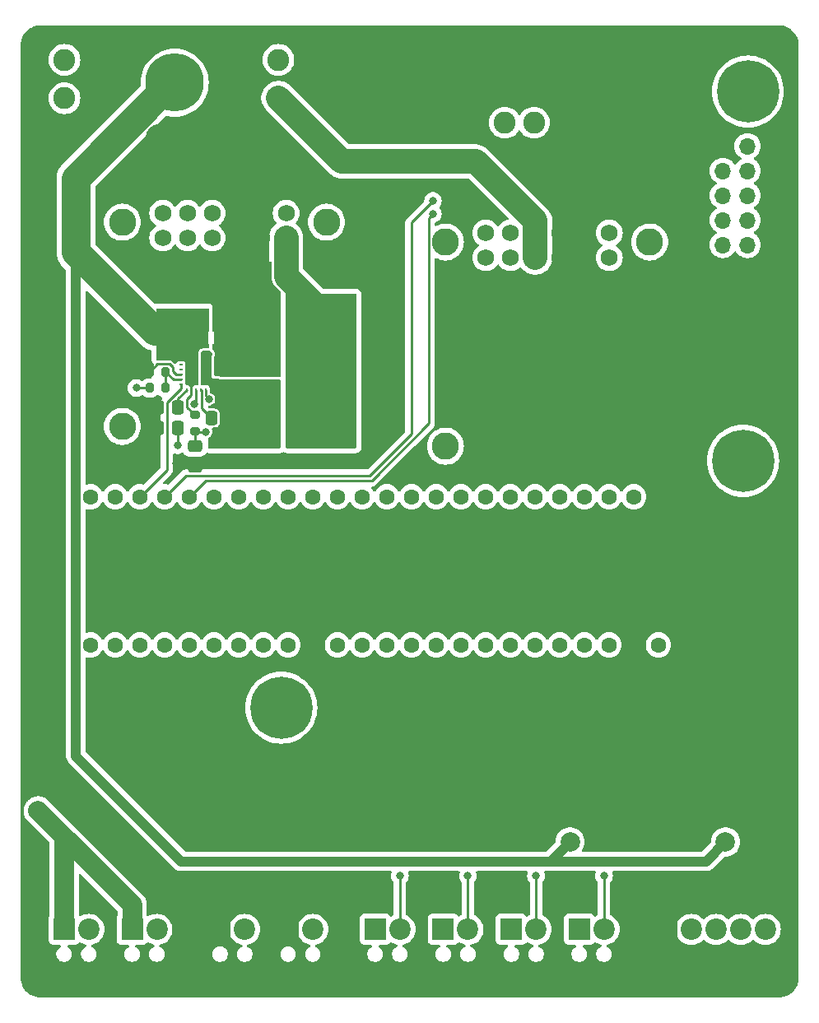
<source format=gbr>
G04 #@! TF.GenerationSoftware,KiCad,Pcbnew,8.0.5*
G04 #@! TF.CreationDate,2024-10-11T00:23:09-05:00*
G04 #@! TF.ProjectId,DAQ,4441512e-6b69-4636-9164-5f7063625858,rev?*
G04 #@! TF.SameCoordinates,Original*
G04 #@! TF.FileFunction,Copper,L2,Bot*
G04 #@! TF.FilePolarity,Positive*
%FSLAX46Y46*%
G04 Gerber Fmt 4.6, Leading zero omitted, Abs format (unit mm)*
G04 Created by KiCad (PCBNEW 8.0.5) date 2024-10-11 00:23:09*
%MOMM*%
%LPD*%
G01*
G04 APERTURE LIST*
G04 Aperture macros list*
%AMRoundRect*
0 Rectangle with rounded corners*
0 $1 Rounding radius*
0 $2 $3 $4 $5 $6 $7 $8 $9 X,Y pos of 4 corners*
0 Add a 4 corners polygon primitive as box body*
4,1,4,$2,$3,$4,$5,$6,$7,$8,$9,$2,$3,0*
0 Add four circle primitives for the rounded corners*
1,1,$1+$1,$2,$3*
1,1,$1+$1,$4,$5*
1,1,$1+$1,$6,$7*
1,1,$1+$1,$8,$9*
0 Add four rect primitives between the rounded corners*
20,1,$1+$1,$2,$3,$4,$5,0*
20,1,$1+$1,$4,$5,$6,$7,0*
20,1,$1+$1,$6,$7,$8,$9,0*
20,1,$1+$1,$8,$9,$2,$3,0*%
G04 Aperture macros list end*
G04 #@! TA.AperFunction,ComponentPad*
%ADD10RoundRect,1.500000X1.500000X-1.500000X1.500000X1.500000X-1.500000X1.500000X-1.500000X-1.500000X0*%
G04 #@! TD*
G04 #@! TA.AperFunction,ComponentPad*
%ADD11C,6.000000*%
G04 #@! TD*
G04 #@! TA.AperFunction,WasherPad*
%ADD12C,2.800000*%
G04 #@! TD*
G04 #@! TA.AperFunction,ComponentPad*
%ADD13C,1.750000*%
G04 #@! TD*
G04 #@! TA.AperFunction,ComponentPad*
%ADD14R,1.700000X1.700000*%
G04 #@! TD*
G04 #@! TA.AperFunction,ComponentPad*
%ADD15O,1.700000X1.700000*%
G04 #@! TD*
G04 #@! TA.AperFunction,ComponentPad*
%ADD16C,0.800000*%
G04 #@! TD*
G04 #@! TA.AperFunction,ComponentPad*
%ADD17C,6.400000*%
G04 #@! TD*
G04 #@! TA.AperFunction,ComponentPad*
%ADD18R,2.200000X2.200000*%
G04 #@! TD*
G04 #@! TA.AperFunction,ComponentPad*
%ADD19C,2.200000*%
G04 #@! TD*
G04 #@! TA.AperFunction,ComponentPad*
%ADD20C,2.260600*%
G04 #@! TD*
G04 #@! TA.AperFunction,ComponentPad*
%ADD21R,1.600000X1.600000*%
G04 #@! TD*
G04 #@! TA.AperFunction,ComponentPad*
%ADD22C,1.600000*%
G04 #@! TD*
G04 #@! TA.AperFunction,SMDPad,CuDef*
%ADD23RoundRect,0.250000X-0.337500X-0.475000X0.337500X-0.475000X0.337500X0.475000X-0.337500X0.475000X0*%
G04 #@! TD*
G04 #@! TA.AperFunction,SMDPad,CuDef*
%ADD24R,2.413000X5.334000*%
G04 #@! TD*
G04 #@! TA.AperFunction,SMDPad,CuDef*
%ADD25R,0.457200X0.254000*%
G04 #@! TD*
G04 #@! TA.AperFunction,SMDPad,CuDef*
%ADD26R,0.254000X0.330198*%
G04 #@! TD*
G04 #@! TA.AperFunction,SMDPad,CuDef*
%ADD27R,1.186900X2.848498*%
G04 #@! TD*
G04 #@! TA.AperFunction,SMDPad,CuDef*
%ADD28R,0.972900X0.256998*%
G04 #@! TD*
G04 #@! TA.AperFunction,SMDPad,CuDef*
%ADD29R,0.254000X0.330200*%
G04 #@! TD*
G04 #@! TA.AperFunction,SMDPad,CuDef*
%ADD30R,0.850000X3.095500*%
G04 #@! TD*
G04 #@! TA.AperFunction,SMDPad,CuDef*
%ADD31R,0.254000X0.457200*%
G04 #@! TD*
G04 #@! TA.AperFunction,SMDPad,CuDef*
%ADD32RoundRect,0.200000X0.275000X-0.200000X0.275000X0.200000X-0.275000X0.200000X-0.275000X-0.200000X0*%
G04 #@! TD*
G04 #@! TA.AperFunction,SMDPad,CuDef*
%ADD33RoundRect,0.200000X-0.200000X-0.275000X0.200000X-0.275000X0.200000X0.275000X-0.200000X0.275000X0*%
G04 #@! TD*
G04 #@! TA.AperFunction,SMDPad,CuDef*
%ADD34R,1.066800X1.346200*%
G04 #@! TD*
G04 #@! TA.AperFunction,SMDPad,CuDef*
%ADD35RoundRect,0.250000X-0.475000X0.337500X-0.475000X-0.337500X0.475000X-0.337500X0.475000X0.337500X0*%
G04 #@! TD*
G04 #@! TA.AperFunction,SMDPad,CuDef*
%ADD36R,3.505200X1.092200*%
G04 #@! TD*
G04 #@! TA.AperFunction,ViaPad*
%ADD37C,0.800000*%
G04 #@! TD*
G04 #@! TA.AperFunction,ViaPad*
%ADD38C,2.000000*%
G04 #@! TD*
G04 #@! TA.AperFunction,Conductor*
%ADD39C,0.250000*%
G04 #@! TD*
G04 #@! TA.AperFunction,Conductor*
%ADD40C,3.000000*%
G04 #@! TD*
G04 #@! TA.AperFunction,Conductor*
%ADD41C,1.000000*%
G04 #@! TD*
G04 #@! TA.AperFunction,Conductor*
%ADD42C,2.500000*%
G04 #@! TD*
G04 #@! TA.AperFunction,Conductor*
%ADD43C,2.000000*%
G04 #@! TD*
G04 APERTURE END LIST*
D10*
X117344262Y-60600000D03*
D11*
X117344262Y-53400000D03*
D12*
X132950000Y-67750000D03*
X111950000Y-88750000D03*
X111950000Y-67750000D03*
D13*
X116100000Y-69360000D03*
X118640000Y-69360000D03*
X121180000Y-69360000D03*
X123720000Y-69360000D03*
X126260000Y-69360000D03*
X128800000Y-69360000D03*
X116100000Y-66820000D03*
X118640000Y-66820000D03*
X121180000Y-66820000D03*
X123720000Y-66820000D03*
X126260000Y-66820000D03*
X128800000Y-66820000D03*
D14*
X173725000Y-59925000D03*
D15*
X176265000Y-59925000D03*
X173725000Y-62465000D03*
X176265000Y-62465000D03*
X173725000Y-65005000D03*
X176265000Y-65005000D03*
X173725000Y-67545000D03*
X176265000Y-67545000D03*
X173725000Y-70085000D03*
X176265000Y-70085000D03*
D16*
X173902944Y-54302944D03*
X174605888Y-52605888D03*
X174605888Y-56000000D03*
X176302944Y-51902944D03*
D17*
X176302944Y-54302944D03*
D16*
X176302944Y-56702944D03*
X178000000Y-52605888D03*
X178000000Y-56000000D03*
X178702944Y-54302944D03*
X173402944Y-92302944D03*
X174105888Y-90605888D03*
X174105888Y-94000000D03*
X175802944Y-89902944D03*
D17*
X175802944Y-92302944D03*
D16*
X175802944Y-94702944D03*
X177500000Y-90605888D03*
X177500000Y-94000000D03*
X178202944Y-92302944D03*
D18*
X158960000Y-140500000D03*
D19*
X161500000Y-140500000D03*
D18*
X129000000Y-140500000D03*
D19*
X131540000Y-140500000D03*
D18*
X122000000Y-140500000D03*
D19*
X124540000Y-140500000D03*
D18*
X105960000Y-140500000D03*
D19*
X108500000Y-140500000D03*
D18*
X167920000Y-140500000D03*
D19*
X170460000Y-140500000D03*
X173000000Y-140500000D03*
X175540000Y-140500000D03*
X178080000Y-140500000D03*
D20*
X128000000Y-55000000D03*
X128000000Y-51039999D03*
X154300000Y-57500000D03*
D16*
X130702944Y-117697056D03*
X130000000Y-119394112D03*
X130000000Y-116000000D03*
X128302944Y-120097056D03*
D17*
X128302944Y-117697056D03*
D16*
X128302944Y-115297056D03*
X126605888Y-119394112D03*
X126605888Y-116000000D03*
X125902944Y-117697056D03*
D20*
X106000000Y-55000000D03*
X106000000Y-51039999D03*
D18*
X137960000Y-140500000D03*
D19*
X140500000Y-140500000D03*
D18*
X151960000Y-140500000D03*
D19*
X154500000Y-140500000D03*
D21*
X167100000Y-96000000D03*
D22*
X164560000Y-96000000D03*
X162020000Y-96000000D03*
X159480000Y-96000000D03*
X156940000Y-96000000D03*
X154400000Y-96000000D03*
X151860000Y-96000000D03*
X149320000Y-96000000D03*
X146780000Y-96000000D03*
X144240000Y-96000000D03*
X141700000Y-96000000D03*
X139160000Y-96000000D03*
X136620000Y-96000000D03*
X134080000Y-96000000D03*
X131540000Y-96000000D03*
X129000000Y-96000000D03*
X126460000Y-96000000D03*
X123920000Y-96000000D03*
X121380000Y-96000000D03*
X118840000Y-96000000D03*
X116300000Y-96000000D03*
X113760000Y-96000000D03*
X111220000Y-96000000D03*
X108680000Y-96000000D03*
X108680000Y-111240000D03*
X111220000Y-111240000D03*
X113760000Y-111240000D03*
X116300000Y-111240000D03*
X118840000Y-111240000D03*
X121380000Y-111240000D03*
X123920000Y-111240000D03*
X126460000Y-111240000D03*
X129000000Y-111240000D03*
X131540000Y-111240000D03*
X134080000Y-111240000D03*
X136620000Y-111240000D03*
X139160000Y-111240000D03*
X141700000Y-111240000D03*
X144240000Y-111240000D03*
X146780000Y-111240000D03*
X149320000Y-111240000D03*
X151860000Y-111240000D03*
X154400000Y-111240000D03*
X156940000Y-111240000D03*
X159480000Y-111240000D03*
X162020000Y-111240000D03*
X164560000Y-111240000D03*
X167100000Y-111240000D03*
D18*
X144960000Y-140500000D03*
D19*
X147500000Y-140500000D03*
D18*
X112960000Y-140500000D03*
D19*
X115500000Y-140500000D03*
D12*
X166190000Y-69785000D03*
X145190000Y-90785000D03*
X145190000Y-69785000D03*
D13*
X149340000Y-71395000D03*
X151880000Y-71395000D03*
X154420000Y-71395000D03*
X156960000Y-71395000D03*
X159500000Y-71395000D03*
X162040000Y-71395000D03*
X149340000Y-68855000D03*
X151880000Y-68855000D03*
X154420000Y-68855000D03*
X156960000Y-68855000D03*
X159500000Y-68855000D03*
X162040000Y-68855000D03*
D20*
X151300000Y-57500000D03*
D23*
X115612500Y-88900000D03*
X117687500Y-88900000D03*
X121112500Y-87900000D03*
X123187500Y-87900000D03*
D24*
X133519500Y-87650000D03*
X126280500Y-87650000D03*
D25*
X117980001Y-84433999D03*
X117980001Y-83934000D03*
X117980001Y-83433999D03*
X117980001Y-82933999D03*
X117980001Y-82433998D03*
X117980001Y-81933999D03*
D26*
X118550000Y-81300001D03*
D27*
X119056550Y-82883150D03*
D28*
X119163550Y-84435898D03*
D29*
X119049999Y-81300000D03*
X119550000Y-81300000D03*
X120550001Y-81300000D03*
D30*
X120705000Y-83016649D03*
D29*
X121050000Y-81300000D03*
D25*
X121619999Y-81933999D03*
X121619999Y-82433998D03*
X121619999Y-82933999D03*
X121619999Y-83433999D03*
X121619999Y-83934000D03*
X121619999Y-84433999D03*
D31*
X121050000Y-85003998D03*
X120550001Y-85003998D03*
X120050000Y-85003998D03*
X119550000Y-85003998D03*
X118550000Y-85003998D03*
D32*
X119400000Y-89225000D03*
X119400000Y-87575000D03*
D33*
X114775000Y-83150000D03*
X116425000Y-83150000D03*
D23*
X115612500Y-86800000D03*
X117687500Y-86800000D03*
D34*
X120173700Y-79650000D03*
X121926300Y-79650000D03*
D35*
X119400000Y-90812500D03*
X119400000Y-92887500D03*
D36*
X124608200Y-77600000D03*
X133091800Y-77600000D03*
D33*
X114775000Y-84800000D03*
X116425000Y-84800000D03*
D37*
X140500000Y-135000000D03*
X156500000Y-125000000D03*
X176500000Y-115500000D03*
X124500000Y-125500000D03*
X161000000Y-126500000D03*
X176500000Y-127000000D03*
X112350000Y-92650000D03*
X137050000Y-69750000D03*
X110000000Y-117800000D03*
X112650000Y-81650000D03*
X131500000Y-125500000D03*
X156500000Y-119500000D03*
X157000000Y-115500000D03*
X105400000Y-115200000D03*
X171200000Y-98200000D03*
X109450000Y-93250000D03*
X148000000Y-130000000D03*
X117000000Y-104400000D03*
X105200000Y-88700000D03*
X144950000Y-84800000D03*
X121350000Y-92500000D03*
X109200000Y-84600000D03*
X175500000Y-133500000D03*
X120000000Y-125500000D03*
X122000000Y-117600000D03*
X140500000Y-130000000D03*
X102750000Y-144500000D03*
X140450000Y-81000000D03*
X140400000Y-68100000D03*
X166000000Y-125000000D03*
X178200000Y-98600000D03*
X153000000Y-130000000D03*
X171500000Y-125000000D03*
X106800000Y-125800000D03*
X106800000Y-129000000D03*
X157000000Y-102000000D03*
X111000000Y-132000000D03*
X144850000Y-77950000D03*
X145450000Y-73350000D03*
X171500000Y-119000000D03*
X134000000Y-103600000D03*
X111000000Y-130000000D03*
X116000000Y-117500000D03*
X117500000Y-92600000D03*
X105050000Y-97150000D03*
X147500000Y-135000000D03*
X154500000Y-135000000D03*
X161500000Y-135000000D03*
X143900000Y-65550000D03*
X143900000Y-66900000D03*
D38*
X174000000Y-131500000D03*
D37*
X107180000Y-93700000D03*
D38*
X158000000Y-131500000D03*
D37*
X113400000Y-84800000D03*
X129350000Y-87300000D03*
D38*
X103300000Y-128300000D03*
D37*
X119350000Y-86450000D03*
X117650000Y-90700000D03*
X120550000Y-89300000D03*
X120850000Y-85950000D03*
D39*
X140500000Y-140500000D02*
X140500000Y-135000000D01*
X115575000Y-82350000D02*
X114775000Y-83150000D01*
X117980001Y-83433999D02*
X117474401Y-83433999D01*
X117150000Y-82651996D02*
X116848004Y-82350000D01*
X117474401Y-83433999D02*
X117150000Y-83109598D01*
X117150000Y-83109598D02*
X117150000Y-82651996D01*
X116848004Y-82350000D02*
X115575000Y-82350000D01*
X147500000Y-140500000D02*
X147500000Y-135000000D01*
X154500000Y-140500000D02*
X154500000Y-135000000D01*
X161500000Y-140500000D02*
X161500000Y-135000000D01*
X137400000Y-93800000D02*
X118500000Y-93800000D01*
X141675000Y-89525000D02*
X137400000Y-93800000D01*
X141675000Y-67775000D02*
X141675000Y-89525000D01*
X143900000Y-65550000D02*
X141675000Y-67775000D01*
X118500000Y-93800000D02*
X116300000Y-96000000D01*
X120540000Y-94300000D02*
X137600000Y-94300000D01*
X118840000Y-96000000D02*
X120540000Y-94300000D01*
X143465000Y-88435000D02*
X137600000Y-94300000D01*
X143465000Y-67335000D02*
X143465000Y-88435000D01*
X143900000Y-66900000D02*
X143465000Y-67335000D01*
D40*
X117000000Y-78950000D02*
X115300000Y-78950000D01*
D41*
X118000000Y-133500000D02*
X107180000Y-122680000D01*
X156000000Y-133500000D02*
X118000000Y-133500000D01*
D39*
X119050000Y-85509598D02*
X119050000Y-83014750D01*
D41*
X172000000Y-133500000D02*
X174000000Y-131500000D01*
D40*
X107180000Y-63231508D02*
X117011508Y-53400000D01*
X115300000Y-78950000D02*
X107180000Y-70830000D01*
D39*
X118625000Y-86800000D02*
X118625000Y-85934598D01*
X119400000Y-87575000D02*
X118625000Y-86800000D01*
D41*
X156000000Y-133500000D02*
X172000000Y-133500000D01*
D40*
X117011508Y-53400000D02*
X117344262Y-53400000D01*
D41*
X156000000Y-133500000D02*
X158000000Y-131500000D01*
D40*
X107180000Y-70830000D02*
X107180000Y-63231508D01*
D41*
X107180000Y-93700000D02*
X107180000Y-70830000D01*
D39*
X118625000Y-85934598D02*
X119050000Y-85509598D01*
D41*
X107180000Y-122680000D02*
X107180000Y-93700000D01*
D42*
X128800000Y-69360000D02*
X128800000Y-73308200D01*
X128800000Y-73308200D02*
X133091800Y-77600000D01*
D39*
X113400000Y-84800000D02*
X114775000Y-84800000D01*
D43*
X112960000Y-140500000D02*
X112960000Y-137960000D01*
D39*
X112960000Y-140500000D02*
X113000000Y-140500000D01*
D43*
X105960000Y-130960000D02*
X105960000Y-140500000D01*
X105960000Y-130960000D02*
X103300000Y-128300000D01*
X112960000Y-137960000D02*
X105960000Y-130960000D01*
D42*
X154420000Y-67617564D02*
X154420000Y-71395000D01*
X148302436Y-61500000D02*
X154420000Y-67617564D01*
X134539999Y-61500000D02*
X128000000Y-54960001D01*
X148302436Y-61500000D02*
X134539999Y-61500000D01*
D39*
X120050000Y-85003998D02*
X120075000Y-85028998D01*
X120075000Y-86862500D02*
X121112500Y-87900000D01*
X120075000Y-85028998D02*
X120075000Y-86862500D01*
X117687500Y-85866498D02*
X117687500Y-86800000D01*
X118550000Y-85003998D02*
X117687500Y-85866498D01*
X119550000Y-86250000D02*
X119550000Y-85003998D01*
X117650000Y-88937500D02*
X117687500Y-88900000D01*
X117650000Y-90700000D02*
X117650000Y-88937500D01*
X119350000Y-86450000D02*
X119550000Y-86250000D01*
X120550001Y-85650001D02*
X120850000Y-85950000D01*
X119475000Y-89300000D02*
X119400000Y-89225000D01*
X120550000Y-89300000D02*
X119475000Y-89300000D01*
X119400000Y-89225000D02*
X119400000Y-90812500D01*
X120550001Y-85003998D02*
X120550001Y-85650001D01*
X116425000Y-83150000D02*
X117209000Y-83934000D01*
X116425000Y-83150000D02*
X116425000Y-84800000D01*
X117209000Y-83934000D02*
X117980001Y-83934000D01*
X117980001Y-84433999D02*
X117980001Y-84874899D01*
X116525000Y-93235000D02*
X113760000Y-96000000D01*
X117980001Y-84874899D02*
X116525000Y-86329900D01*
X116525000Y-86329900D02*
X116525000Y-93235000D01*
G04 #@! TA.AperFunction,Conductor*
G36*
X108385703Y-74865283D02*
G01*
X108392181Y-74871315D01*
X113978143Y-80457278D01*
X113978148Y-80457282D01*
X113978149Y-80457283D01*
X114053336Y-80514975D01*
X114053337Y-80514977D01*
X114186199Y-80616926D01*
X114186201Y-80616927D01*
X114314684Y-80691106D01*
X114314685Y-80691106D01*
X114413303Y-80748043D01*
X114655581Y-80848398D01*
X114852596Y-80901188D01*
X114912254Y-80937552D01*
X114942783Y-81000399D01*
X114944500Y-81020962D01*
X114944500Y-81850500D01*
X114944501Y-81850509D01*
X114956052Y-81957950D01*
X114956054Y-81957962D01*
X114967260Y-82009472D01*
X115001383Y-82111997D01*
X115001386Y-82112003D01*
X115079171Y-82233037D01*
X115079179Y-82233048D01*
X115124923Y-82285840D01*
X115124926Y-82285843D01*
X115124930Y-82285847D01*
X115201278Y-82352004D01*
X115239051Y-82410781D01*
X115239051Y-82480650D01*
X115207756Y-82533395D01*
X115128892Y-82612260D01*
X115128855Y-82612299D01*
X115092728Y-82652517D01*
X115092718Y-82652529D01*
X115076076Y-82673180D01*
X115044433Y-82717062D01*
X114984663Y-82847936D01*
X114964976Y-82914981D01*
X114944500Y-83057400D01*
X114944500Y-83700500D01*
X114924815Y-83767539D01*
X114872011Y-83813294D01*
X114820500Y-83824500D01*
X114518384Y-83824500D01*
X114499145Y-83826248D01*
X114447807Y-83830913D01*
X114285393Y-83881522D01*
X114139813Y-83969529D01*
X114067065Y-84042277D01*
X114005741Y-84075761D01*
X113936050Y-84070776D01*
X113906500Y-84054914D01*
X113852733Y-84015850D01*
X113852729Y-84015848D01*
X113679807Y-83938857D01*
X113679802Y-83938855D01*
X113534001Y-83907865D01*
X113494646Y-83899500D01*
X113305354Y-83899500D01*
X113272897Y-83906398D01*
X113120197Y-83938855D01*
X113120192Y-83938857D01*
X112947270Y-84015848D01*
X112947265Y-84015851D01*
X112794129Y-84127111D01*
X112667466Y-84267785D01*
X112572821Y-84431715D01*
X112572818Y-84431722D01*
X112514327Y-84611740D01*
X112514326Y-84611744D01*
X112494540Y-84800000D01*
X112514326Y-84988256D01*
X112514327Y-84988259D01*
X112572818Y-85168277D01*
X112572821Y-85168284D01*
X112667467Y-85332216D01*
X112794129Y-85472888D01*
X112947265Y-85584148D01*
X112947270Y-85584151D01*
X113120192Y-85661142D01*
X113120197Y-85661144D01*
X113305354Y-85700500D01*
X113305355Y-85700500D01*
X113494644Y-85700500D01*
X113494646Y-85700500D01*
X113679803Y-85661144D01*
X113852730Y-85584151D01*
X113906499Y-85545085D01*
X113972303Y-85521605D01*
X114040358Y-85537430D01*
X114067061Y-85557718D01*
X114139815Y-85630472D01*
X114285394Y-85718478D01*
X114447804Y-85769086D01*
X114518384Y-85775500D01*
X114518387Y-85775500D01*
X115031613Y-85775500D01*
X115031616Y-85775500D01*
X115102196Y-85769086D01*
X115264606Y-85718478D01*
X115410185Y-85630472D01*
X115498839Y-85541817D01*
X115560160Y-85508334D01*
X115586519Y-85505500D01*
X115613481Y-85505500D01*
X115680520Y-85525185D01*
X115701157Y-85541814D01*
X115789815Y-85630472D01*
X115935394Y-85718478D01*
X115981280Y-85732776D01*
X116039426Y-85771512D01*
X116067401Y-85835537D01*
X116056320Y-85904522D01*
X116040242Y-85929826D01*
X116039144Y-85931163D01*
X116031536Y-85942549D01*
X116024077Y-85953714D01*
X115970690Y-86033610D01*
X115970685Y-86033619D01*
X115955530Y-86070207D01*
X115955531Y-86070208D01*
X115927345Y-86138256D01*
X115927343Y-86138261D01*
X115923538Y-86147443D01*
X115923537Y-86147447D01*
X115902849Y-86251461D01*
X115902848Y-86251466D01*
X115899500Y-86268294D01*
X115899500Y-92924546D01*
X115879815Y-92991585D01*
X115863181Y-93012227D01*
X114174821Y-94700586D01*
X114113498Y-94734071D01*
X114055048Y-94732680D01*
X113986697Y-94714366D01*
X113986693Y-94714365D01*
X113986692Y-94714365D01*
X113829209Y-94700587D01*
X113760001Y-94694532D01*
X113759998Y-94694532D01*
X113533313Y-94714364D01*
X113533302Y-94714366D01*
X113313511Y-94773258D01*
X113313502Y-94773261D01*
X113107267Y-94869431D01*
X113107265Y-94869432D01*
X112920858Y-94999954D01*
X112759954Y-95160858D01*
X112629432Y-95347265D01*
X112629431Y-95347267D01*
X112602382Y-95405275D01*
X112556209Y-95457714D01*
X112489016Y-95476866D01*
X112422135Y-95456650D01*
X112377618Y-95405275D01*
X112350568Y-95347267D01*
X112350567Y-95347265D01*
X112220045Y-95160858D01*
X112059141Y-94999954D01*
X111872734Y-94869432D01*
X111872732Y-94869431D01*
X111666497Y-94773261D01*
X111666488Y-94773258D01*
X111446697Y-94714366D01*
X111446693Y-94714365D01*
X111446692Y-94714365D01*
X111446691Y-94714364D01*
X111446686Y-94714364D01*
X111220002Y-94694532D01*
X111219998Y-94694532D01*
X110993313Y-94714364D01*
X110993302Y-94714366D01*
X110773511Y-94773258D01*
X110773502Y-94773261D01*
X110567267Y-94869431D01*
X110567265Y-94869432D01*
X110380858Y-94999954D01*
X110219954Y-95160858D01*
X110089432Y-95347265D01*
X110089431Y-95347267D01*
X110062382Y-95405275D01*
X110016209Y-95457714D01*
X109949016Y-95476866D01*
X109882135Y-95456650D01*
X109837618Y-95405275D01*
X109810568Y-95347267D01*
X109810567Y-95347265D01*
X109680045Y-95160858D01*
X109519141Y-94999954D01*
X109332734Y-94869432D01*
X109332732Y-94869431D01*
X109126497Y-94773261D01*
X109126488Y-94773258D01*
X108906697Y-94714366D01*
X108906693Y-94714365D01*
X108906692Y-94714365D01*
X108906691Y-94714364D01*
X108906686Y-94714364D01*
X108680002Y-94694532D01*
X108679998Y-94694532D01*
X108453313Y-94714364D01*
X108453302Y-94714366D01*
X108336593Y-94745638D01*
X108266743Y-94743975D01*
X108208881Y-94704812D01*
X108181377Y-94640583D01*
X108180500Y-94625863D01*
X108180500Y-88749998D01*
X110044645Y-88749998D01*
X110044645Y-88750001D01*
X110064039Y-89021160D01*
X110064040Y-89021167D01*
X110117280Y-89265910D01*
X110121825Y-89286801D01*
X110198330Y-89491920D01*
X110216830Y-89541519D01*
X110347109Y-89780107D01*
X110347110Y-89780108D01*
X110347113Y-89780113D01*
X110510029Y-89997742D01*
X110510033Y-89997746D01*
X110510038Y-89997752D01*
X110702247Y-90189961D01*
X110702253Y-90189966D01*
X110702258Y-90189971D01*
X110919887Y-90352887D01*
X110919891Y-90352889D01*
X110919892Y-90352890D01*
X111158481Y-90483169D01*
X111158480Y-90483169D01*
X111158484Y-90483170D01*
X111158487Y-90483172D01*
X111413199Y-90578175D01*
X111678840Y-90635961D01*
X111930605Y-90653967D01*
X111949999Y-90655355D01*
X111950000Y-90655355D01*
X111950001Y-90655355D01*
X111968100Y-90654060D01*
X112221160Y-90635961D01*
X112486801Y-90578175D01*
X112741513Y-90483172D01*
X112741517Y-90483169D01*
X112741519Y-90483169D01*
X112860813Y-90418029D01*
X112980113Y-90352887D01*
X113197742Y-90189971D01*
X113389971Y-89997742D01*
X113552887Y-89780113D01*
X113683172Y-89541513D01*
X113778175Y-89286801D01*
X113835961Y-89021160D01*
X113855355Y-88750000D01*
X113854016Y-88731285D01*
X113847509Y-88640303D01*
X113835961Y-88478840D01*
X113778175Y-88213199D01*
X113683172Y-87958487D01*
X113683170Y-87958484D01*
X113683169Y-87958480D01*
X113552890Y-87719892D01*
X113552889Y-87719891D01*
X113552887Y-87719887D01*
X113389971Y-87502258D01*
X113389966Y-87502253D01*
X113389961Y-87502247D01*
X113197752Y-87310038D01*
X113197746Y-87310033D01*
X113197742Y-87310029D01*
X112980113Y-87147113D01*
X112980108Y-87147110D01*
X112980107Y-87147109D01*
X112741518Y-87016830D01*
X112741519Y-87016830D01*
X112691920Y-86998330D01*
X112486801Y-86921825D01*
X112486794Y-86921823D01*
X112486793Y-86921823D01*
X112221167Y-86864040D01*
X112221160Y-86864039D01*
X111950001Y-86844645D01*
X111949999Y-86844645D01*
X111678839Y-86864039D01*
X111678832Y-86864040D01*
X111413206Y-86921823D01*
X111413202Y-86921824D01*
X111413199Y-86921825D01*
X111285843Y-86969326D01*
X111158480Y-87016830D01*
X110919892Y-87147109D01*
X110919891Y-87147110D01*
X110702259Y-87310028D01*
X110702247Y-87310038D01*
X110510038Y-87502247D01*
X110510028Y-87502259D01*
X110347110Y-87719891D01*
X110347109Y-87719892D01*
X110216830Y-87958480D01*
X110169326Y-88085843D01*
X110121825Y-88213199D01*
X110121824Y-88213202D01*
X110121823Y-88213206D01*
X110064040Y-88478832D01*
X110064039Y-88478839D01*
X110044645Y-88749998D01*
X108180500Y-88749998D01*
X108180500Y-74958996D01*
X108200185Y-74891957D01*
X108252989Y-74846202D01*
X108322147Y-74836258D01*
X108385703Y-74865283D01*
G37*
G04 #@! TD.AperFunction*
G04 #@! TA.AperFunction,Conductor*
G36*
X179501121Y-47500020D02*
G01*
X179635109Y-47502409D01*
X179650528Y-47503650D01*
X179916897Y-47541948D01*
X179934184Y-47545708D01*
X180191313Y-47621209D01*
X180207887Y-47627391D01*
X180317159Y-47677293D01*
X180451659Y-47738717D01*
X180467173Y-47747188D01*
X180692628Y-47892080D01*
X180706787Y-47902679D01*
X180909317Y-48078172D01*
X180921827Y-48090682D01*
X181097320Y-48293212D01*
X181107921Y-48307374D01*
X181252808Y-48532821D01*
X181261284Y-48548345D01*
X181372608Y-48792112D01*
X181378791Y-48808688D01*
X181454290Y-49065814D01*
X181458051Y-49083102D01*
X181496348Y-49349463D01*
X181497590Y-49364898D01*
X181499980Y-49498877D01*
X181500000Y-49501089D01*
X181500000Y-145498910D01*
X181499980Y-145501122D01*
X181497590Y-145635101D01*
X181496348Y-145650536D01*
X181458051Y-145916897D01*
X181454290Y-145934185D01*
X181378791Y-146191311D01*
X181372608Y-146207887D01*
X181261284Y-146451654D01*
X181252805Y-146467183D01*
X181107922Y-146692624D01*
X181097320Y-146706787D01*
X180921827Y-146909317D01*
X180909317Y-146921827D01*
X180706787Y-147097320D01*
X180692624Y-147107922D01*
X180467183Y-147252805D01*
X180451654Y-147261284D01*
X180207887Y-147372608D01*
X180191311Y-147378791D01*
X179934185Y-147454290D01*
X179916897Y-147458051D01*
X179650536Y-147496348D01*
X179635101Y-147497590D01*
X179504818Y-147499914D01*
X179501120Y-147499980D01*
X179498910Y-147500000D01*
X103501090Y-147500000D01*
X103498879Y-147499980D01*
X103495015Y-147499911D01*
X103364898Y-147497590D01*
X103349463Y-147496348D01*
X103083102Y-147458051D01*
X103065814Y-147454290D01*
X102808688Y-147378791D01*
X102792112Y-147372608D01*
X102548345Y-147261284D01*
X102532821Y-147252808D01*
X102307374Y-147107921D01*
X102293212Y-147097320D01*
X102090682Y-146921827D01*
X102078172Y-146909317D01*
X101902679Y-146706787D01*
X101892077Y-146692624D01*
X101747188Y-146467173D01*
X101738715Y-146451654D01*
X101627391Y-146207887D01*
X101621208Y-146191311D01*
X101545709Y-145934185D01*
X101541948Y-145916897D01*
X101503651Y-145650536D01*
X101502409Y-145635109D01*
X101500020Y-145501121D01*
X101500000Y-145498910D01*
X101500000Y-128299995D01*
X101794357Y-128299995D01*
X101794357Y-128300004D01*
X101799076Y-128356948D01*
X101799500Y-128367189D01*
X101799500Y-128418096D01*
X101808514Y-128475005D01*
X101809615Y-128484147D01*
X101813462Y-128530572D01*
X101814892Y-128547824D01*
X101827270Y-128596703D01*
X101829537Y-128607743D01*
X101836447Y-128651369D01*
X101856332Y-128712569D01*
X101858606Y-128720446D01*
X101875935Y-128788874D01*
X101875939Y-128788887D01*
X101893487Y-128828892D01*
X101897862Y-128840384D01*
X101909430Y-128875989D01*
X101909432Y-128875992D01*
X101941700Y-128939322D01*
X101944771Y-128945807D01*
X101975825Y-129016604D01*
X101975827Y-129016607D01*
X101996040Y-129047545D01*
X102002713Y-129059066D01*
X102016658Y-129086435D01*
X102016658Y-129086436D01*
X102062378Y-129149364D01*
X102065867Y-129154426D01*
X102111834Y-129224783D01*
X102132310Y-129247027D01*
X102141392Y-129258118D01*
X102155478Y-129277505D01*
X102155481Y-129277508D01*
X102155482Y-129277509D01*
X102155483Y-129277510D01*
X102215240Y-129337267D01*
X102218765Y-129340942D01*
X102280252Y-129407734D01*
X102280256Y-129407738D01*
X102298791Y-129422164D01*
X102310310Y-129432337D01*
X104423181Y-131545208D01*
X104456666Y-131606531D01*
X104459500Y-131632889D01*
X104459500Y-139058561D01*
X104439815Y-139125600D01*
X104434767Y-139132872D01*
X104416204Y-139157668D01*
X104416202Y-139157671D01*
X104365908Y-139292517D01*
X104359501Y-139352116D01*
X104359500Y-139352135D01*
X104359500Y-141647870D01*
X104359501Y-141647876D01*
X104365908Y-141707483D01*
X104416202Y-141842328D01*
X104416206Y-141842335D01*
X104502452Y-141957544D01*
X104502455Y-141957547D01*
X104617664Y-142043793D01*
X104617671Y-142043797D01*
X104752517Y-142094091D01*
X104752516Y-142094091D01*
X104759444Y-142094835D01*
X104812127Y-142100500D01*
X105516427Y-142100499D01*
X105583464Y-142120183D01*
X105629219Y-142172987D01*
X105639163Y-142242146D01*
X105610138Y-142305702D01*
X105585316Y-142327601D01*
X105449711Y-142418210D01*
X105449707Y-142418213D01*
X105338213Y-142529707D01*
X105338210Y-142529711D01*
X105250609Y-142660814D01*
X105250602Y-142660827D01*
X105190264Y-142806498D01*
X105190261Y-142806510D01*
X105159500Y-142961153D01*
X105159500Y-143118846D01*
X105190261Y-143273489D01*
X105190264Y-143273501D01*
X105250602Y-143419172D01*
X105250609Y-143419185D01*
X105338210Y-143550288D01*
X105338213Y-143550292D01*
X105449707Y-143661786D01*
X105449711Y-143661789D01*
X105580814Y-143749390D01*
X105580827Y-143749397D01*
X105726498Y-143809735D01*
X105726503Y-143809737D01*
X105881153Y-143840499D01*
X105881156Y-143840500D01*
X105881158Y-143840500D01*
X106038844Y-143840500D01*
X106038845Y-143840499D01*
X106193497Y-143809737D01*
X106339179Y-143749394D01*
X106470289Y-143661789D01*
X106581789Y-143550289D01*
X106669394Y-143419179D01*
X106729737Y-143273497D01*
X106760500Y-143118842D01*
X106760500Y-142961158D01*
X106760500Y-142961155D01*
X106760499Y-142961153D01*
X106729738Y-142806510D01*
X106729737Y-142806503D01*
X106729735Y-142806498D01*
X106669397Y-142660827D01*
X106669390Y-142660814D01*
X106581789Y-142529711D01*
X106581786Y-142529707D01*
X106470292Y-142418213D01*
X106470288Y-142418210D01*
X106334683Y-142327601D01*
X106289878Y-142273989D01*
X106281171Y-142204664D01*
X106311326Y-142141636D01*
X106370769Y-142104917D01*
X106403571Y-142100499D01*
X107107872Y-142100499D01*
X107167483Y-142094091D01*
X107302331Y-142043796D01*
X107417546Y-141957546D01*
X107474928Y-141880893D01*
X107530860Y-141839024D01*
X107600552Y-141834040D01*
X107638983Y-141849479D01*
X107771140Y-141930466D01*
X107836523Y-141957548D01*
X108003889Y-142026873D01*
X108171043Y-142067003D01*
X108231634Y-142101792D01*
X108263799Y-142163818D01*
X108257323Y-142233387D01*
X108214264Y-142288411D01*
X108189550Y-142302137D01*
X108120820Y-142330606D01*
X108120814Y-142330609D01*
X107989711Y-142418210D01*
X107989707Y-142418213D01*
X107878213Y-142529707D01*
X107878210Y-142529711D01*
X107790609Y-142660814D01*
X107790602Y-142660827D01*
X107730264Y-142806498D01*
X107730261Y-142806510D01*
X107699500Y-142961153D01*
X107699500Y-143118846D01*
X107730261Y-143273489D01*
X107730264Y-143273501D01*
X107790602Y-143419172D01*
X107790609Y-143419185D01*
X107878210Y-143550288D01*
X107878213Y-143550292D01*
X107989707Y-143661786D01*
X107989711Y-143661789D01*
X108120814Y-143749390D01*
X108120827Y-143749397D01*
X108266498Y-143809735D01*
X108266503Y-143809737D01*
X108421153Y-143840499D01*
X108421156Y-143840500D01*
X108421158Y-143840500D01*
X108578844Y-143840500D01*
X108578845Y-143840499D01*
X108733497Y-143809737D01*
X108879179Y-143749394D01*
X109010289Y-143661789D01*
X109121789Y-143550289D01*
X109209394Y-143419179D01*
X109269737Y-143273497D01*
X109300500Y-143118842D01*
X109300500Y-142961158D01*
X109300500Y-142961155D01*
X109300499Y-142961153D01*
X109269738Y-142806510D01*
X109269737Y-142806503D01*
X109269735Y-142806498D01*
X109209397Y-142660827D01*
X109209390Y-142660814D01*
X109121789Y-142529711D01*
X109121786Y-142529707D01*
X109010292Y-142418213D01*
X109010288Y-142418210D01*
X108879185Y-142330609D01*
X108879175Y-142330604D01*
X108810450Y-142302137D01*
X108756047Y-142258296D01*
X108733982Y-142192001D01*
X108751261Y-142124302D01*
X108802399Y-142076692D01*
X108828950Y-142067004D01*
X108996111Y-142026873D01*
X109228859Y-141930466D01*
X109443659Y-141798836D01*
X109635224Y-141635224D01*
X109798836Y-141443659D01*
X109930466Y-141228859D01*
X110026873Y-140996111D01*
X110085683Y-140751148D01*
X110105449Y-140500000D01*
X110085683Y-140248852D01*
X110026873Y-140003889D01*
X109930466Y-139771141D01*
X109930466Y-139771140D01*
X109798839Y-139556346D01*
X109798838Y-139556343D01*
X109708755Y-139450870D01*
X109635224Y-139364776D01*
X109471206Y-139224691D01*
X109443656Y-139201161D01*
X109443653Y-139201160D01*
X109228859Y-139069533D01*
X108996110Y-138973126D01*
X108751151Y-138914317D01*
X108500000Y-138894551D01*
X108248848Y-138914317D01*
X108003889Y-138973126D01*
X107771140Y-139069533D01*
X107649290Y-139144204D01*
X107581844Y-139162449D01*
X107515242Y-139141333D01*
X107470628Y-139087561D01*
X107460500Y-139038477D01*
X107460500Y-134881889D01*
X107480185Y-134814850D01*
X107532989Y-134769095D01*
X107602147Y-134759151D01*
X107665703Y-134788176D01*
X107672181Y-134794208D01*
X111423181Y-138545208D01*
X111456666Y-138606531D01*
X111459500Y-138632889D01*
X111459500Y-139058561D01*
X111439815Y-139125600D01*
X111434767Y-139132872D01*
X111416204Y-139157668D01*
X111416202Y-139157671D01*
X111365908Y-139292517D01*
X111359501Y-139352116D01*
X111359500Y-139352135D01*
X111359500Y-141647870D01*
X111359501Y-141647876D01*
X111365908Y-141707483D01*
X111416202Y-141842328D01*
X111416206Y-141842335D01*
X111502452Y-141957544D01*
X111502455Y-141957547D01*
X111617664Y-142043793D01*
X111617671Y-142043797D01*
X111752517Y-142094091D01*
X111752516Y-142094091D01*
X111759444Y-142094835D01*
X111812127Y-142100500D01*
X112516427Y-142100499D01*
X112583464Y-142120183D01*
X112629219Y-142172987D01*
X112639163Y-142242146D01*
X112610138Y-142305702D01*
X112585316Y-142327601D01*
X112449711Y-142418210D01*
X112449707Y-142418213D01*
X112338213Y-142529707D01*
X112338210Y-142529711D01*
X112250609Y-142660814D01*
X112250602Y-142660827D01*
X112190264Y-142806498D01*
X112190261Y-142806510D01*
X112159500Y-142961153D01*
X112159500Y-143118846D01*
X112190261Y-143273489D01*
X112190264Y-143273501D01*
X112250602Y-143419172D01*
X112250609Y-143419185D01*
X112338210Y-143550288D01*
X112338213Y-143550292D01*
X112449707Y-143661786D01*
X112449711Y-143661789D01*
X112580814Y-143749390D01*
X112580827Y-143749397D01*
X112726498Y-143809735D01*
X112726503Y-143809737D01*
X112881153Y-143840499D01*
X112881156Y-143840500D01*
X112881158Y-143840500D01*
X113038844Y-143840500D01*
X113038845Y-143840499D01*
X113193497Y-143809737D01*
X113339179Y-143749394D01*
X113470289Y-143661789D01*
X113581789Y-143550289D01*
X113669394Y-143419179D01*
X113729737Y-143273497D01*
X113760500Y-143118842D01*
X113760500Y-142961158D01*
X113760500Y-142961155D01*
X113760499Y-142961153D01*
X113729738Y-142806510D01*
X113729737Y-142806503D01*
X113729735Y-142806498D01*
X113669397Y-142660827D01*
X113669390Y-142660814D01*
X113581789Y-142529711D01*
X113581786Y-142529707D01*
X113470292Y-142418213D01*
X113470288Y-142418210D01*
X113334683Y-142327601D01*
X113289878Y-142273989D01*
X113281171Y-142204664D01*
X113311326Y-142141636D01*
X113370769Y-142104917D01*
X113403571Y-142100499D01*
X114107872Y-142100499D01*
X114167483Y-142094091D01*
X114302331Y-142043796D01*
X114417546Y-141957546D01*
X114474928Y-141880893D01*
X114530860Y-141839024D01*
X114600552Y-141834040D01*
X114638983Y-141849479D01*
X114771140Y-141930466D01*
X114836523Y-141957548D01*
X115003889Y-142026873D01*
X115171043Y-142067003D01*
X115231634Y-142101792D01*
X115263799Y-142163818D01*
X115257323Y-142233387D01*
X115214264Y-142288411D01*
X115189550Y-142302137D01*
X115120820Y-142330606D01*
X115120814Y-142330609D01*
X114989711Y-142418210D01*
X114989707Y-142418213D01*
X114878213Y-142529707D01*
X114878210Y-142529711D01*
X114790609Y-142660814D01*
X114790602Y-142660827D01*
X114730264Y-142806498D01*
X114730261Y-142806510D01*
X114699500Y-142961153D01*
X114699500Y-143118846D01*
X114730261Y-143273489D01*
X114730264Y-143273501D01*
X114790602Y-143419172D01*
X114790609Y-143419185D01*
X114878210Y-143550288D01*
X114878213Y-143550292D01*
X114989707Y-143661786D01*
X114989711Y-143661789D01*
X115120814Y-143749390D01*
X115120827Y-143749397D01*
X115266498Y-143809735D01*
X115266503Y-143809737D01*
X115421153Y-143840499D01*
X115421156Y-143840500D01*
X115421158Y-143840500D01*
X115578844Y-143840500D01*
X115578845Y-143840499D01*
X115733497Y-143809737D01*
X115879179Y-143749394D01*
X116010289Y-143661789D01*
X116121789Y-143550289D01*
X116209394Y-143419179D01*
X116269737Y-143273497D01*
X116300500Y-143118842D01*
X116300500Y-142961158D01*
X116300500Y-142961155D01*
X116300499Y-142961153D01*
X121199500Y-142961153D01*
X121199500Y-143118846D01*
X121230261Y-143273489D01*
X121230264Y-143273501D01*
X121290602Y-143419172D01*
X121290609Y-143419185D01*
X121378210Y-143550288D01*
X121378213Y-143550292D01*
X121489707Y-143661786D01*
X121489711Y-143661789D01*
X121620814Y-143749390D01*
X121620827Y-143749397D01*
X121766498Y-143809735D01*
X121766503Y-143809737D01*
X121921153Y-143840499D01*
X121921156Y-143840500D01*
X121921158Y-143840500D01*
X122078844Y-143840500D01*
X122078845Y-143840499D01*
X122233497Y-143809737D01*
X122379179Y-143749394D01*
X122510289Y-143661789D01*
X122621789Y-143550289D01*
X122709394Y-143419179D01*
X122769737Y-143273497D01*
X122800500Y-143118842D01*
X122800500Y-142961158D01*
X122800500Y-142961155D01*
X122800499Y-142961153D01*
X122769738Y-142806510D01*
X122769737Y-142806503D01*
X122769735Y-142806498D01*
X122709397Y-142660827D01*
X122709390Y-142660814D01*
X122621789Y-142529711D01*
X122621786Y-142529707D01*
X122510292Y-142418213D01*
X122510288Y-142418210D01*
X122379185Y-142330609D01*
X122379172Y-142330602D01*
X122233501Y-142270264D01*
X122233489Y-142270261D01*
X122078845Y-142239500D01*
X122078842Y-142239500D01*
X121921158Y-142239500D01*
X121921155Y-142239500D01*
X121766510Y-142270261D01*
X121766498Y-142270264D01*
X121620827Y-142330602D01*
X121620814Y-142330609D01*
X121489711Y-142418210D01*
X121489707Y-142418213D01*
X121378213Y-142529707D01*
X121378210Y-142529711D01*
X121290609Y-142660814D01*
X121290602Y-142660827D01*
X121230264Y-142806498D01*
X121230261Y-142806510D01*
X121199500Y-142961153D01*
X116300499Y-142961153D01*
X116269738Y-142806510D01*
X116269737Y-142806503D01*
X116269735Y-142806498D01*
X116209397Y-142660827D01*
X116209390Y-142660814D01*
X116121789Y-142529711D01*
X116121786Y-142529707D01*
X116010292Y-142418213D01*
X116010288Y-142418210D01*
X115879185Y-142330609D01*
X115879175Y-142330604D01*
X115810450Y-142302137D01*
X115756047Y-142258296D01*
X115733982Y-142192001D01*
X115751261Y-142124302D01*
X115802399Y-142076692D01*
X115828950Y-142067004D01*
X115996111Y-142026873D01*
X116228859Y-141930466D01*
X116443659Y-141798836D01*
X116635224Y-141635224D01*
X116798836Y-141443659D01*
X116930466Y-141228859D01*
X117026873Y-140996111D01*
X117085683Y-140751148D01*
X117105449Y-140500000D01*
X122934551Y-140500000D01*
X122954317Y-140751151D01*
X123013126Y-140996110D01*
X123109533Y-141228859D01*
X123241160Y-141443653D01*
X123241161Y-141443656D01*
X123241164Y-141443659D01*
X123404776Y-141635224D01*
X123553066Y-141761875D01*
X123596343Y-141798838D01*
X123596346Y-141798839D01*
X123811140Y-141930466D01*
X123876523Y-141957548D01*
X124043889Y-142026873D01*
X124211043Y-142067003D01*
X124271634Y-142101792D01*
X124303799Y-142163818D01*
X124297323Y-142233387D01*
X124254264Y-142288411D01*
X124229550Y-142302137D01*
X124160820Y-142330606D01*
X124160814Y-142330609D01*
X124029711Y-142418210D01*
X124029707Y-142418213D01*
X123918213Y-142529707D01*
X123918210Y-142529711D01*
X123830609Y-142660814D01*
X123830602Y-142660827D01*
X123770264Y-142806498D01*
X123770261Y-142806510D01*
X123739500Y-142961153D01*
X123739500Y-143118846D01*
X123770261Y-143273489D01*
X123770264Y-143273501D01*
X123830602Y-143419172D01*
X123830609Y-143419185D01*
X123918210Y-143550288D01*
X123918213Y-143550292D01*
X124029707Y-143661786D01*
X124029711Y-143661789D01*
X124160814Y-143749390D01*
X124160827Y-143749397D01*
X124306498Y-143809735D01*
X124306503Y-143809737D01*
X124461153Y-143840499D01*
X124461156Y-143840500D01*
X124461158Y-143840500D01*
X124618844Y-143840500D01*
X124618845Y-143840499D01*
X124773497Y-143809737D01*
X124919179Y-143749394D01*
X125050289Y-143661789D01*
X125161789Y-143550289D01*
X125249394Y-143419179D01*
X125309737Y-143273497D01*
X125340500Y-143118842D01*
X125340500Y-142961158D01*
X125340500Y-142961155D01*
X125340499Y-142961153D01*
X128199500Y-142961153D01*
X128199500Y-143118846D01*
X128230261Y-143273489D01*
X128230264Y-143273501D01*
X128290602Y-143419172D01*
X128290609Y-143419185D01*
X128378210Y-143550288D01*
X128378213Y-143550292D01*
X128489707Y-143661786D01*
X128489711Y-143661789D01*
X128620814Y-143749390D01*
X128620827Y-143749397D01*
X128766498Y-143809735D01*
X128766503Y-143809737D01*
X128921153Y-143840499D01*
X128921156Y-143840500D01*
X128921158Y-143840500D01*
X129078844Y-143840500D01*
X129078845Y-143840499D01*
X129233497Y-143809737D01*
X129379179Y-143749394D01*
X129510289Y-143661789D01*
X129621789Y-143550289D01*
X129709394Y-143419179D01*
X129769737Y-143273497D01*
X129800500Y-143118842D01*
X129800500Y-142961158D01*
X129800500Y-142961155D01*
X129800499Y-142961153D01*
X129769738Y-142806510D01*
X129769737Y-142806503D01*
X129769735Y-142806498D01*
X129709397Y-142660827D01*
X129709390Y-142660814D01*
X129621789Y-142529711D01*
X129621786Y-142529707D01*
X129510292Y-142418213D01*
X129510288Y-142418210D01*
X129379185Y-142330609D01*
X129379172Y-142330602D01*
X129233501Y-142270264D01*
X129233489Y-142270261D01*
X129078845Y-142239500D01*
X129078842Y-142239500D01*
X128921158Y-142239500D01*
X128921155Y-142239500D01*
X128766510Y-142270261D01*
X128766498Y-142270264D01*
X128620827Y-142330602D01*
X128620814Y-142330609D01*
X128489711Y-142418210D01*
X128489707Y-142418213D01*
X128378213Y-142529707D01*
X128378210Y-142529711D01*
X128290609Y-142660814D01*
X128290602Y-142660827D01*
X128230264Y-142806498D01*
X128230261Y-142806510D01*
X128199500Y-142961153D01*
X125340499Y-142961153D01*
X125309738Y-142806510D01*
X125309737Y-142806503D01*
X125309735Y-142806498D01*
X125249397Y-142660827D01*
X125249390Y-142660814D01*
X125161789Y-142529711D01*
X125161786Y-142529707D01*
X125050292Y-142418213D01*
X125050288Y-142418210D01*
X124919185Y-142330609D01*
X124919175Y-142330604D01*
X124850450Y-142302137D01*
X124796047Y-142258296D01*
X124773982Y-142192001D01*
X124791261Y-142124302D01*
X124842399Y-142076692D01*
X124868950Y-142067004D01*
X125036111Y-142026873D01*
X125268859Y-141930466D01*
X125483659Y-141798836D01*
X125675224Y-141635224D01*
X125838836Y-141443659D01*
X125970466Y-141228859D01*
X126066873Y-140996111D01*
X126125683Y-140751148D01*
X126145449Y-140500000D01*
X129934551Y-140500000D01*
X129954317Y-140751151D01*
X130013126Y-140996110D01*
X130109533Y-141228859D01*
X130241160Y-141443653D01*
X130241161Y-141443656D01*
X130241164Y-141443659D01*
X130404776Y-141635224D01*
X130553066Y-141761875D01*
X130596343Y-141798838D01*
X130596346Y-141798839D01*
X130811140Y-141930466D01*
X130876523Y-141957548D01*
X131043889Y-142026873D01*
X131211043Y-142067003D01*
X131271634Y-142101792D01*
X131303799Y-142163818D01*
X131297323Y-142233387D01*
X131254264Y-142288411D01*
X131229550Y-142302137D01*
X131160820Y-142330606D01*
X131160814Y-142330609D01*
X131029711Y-142418210D01*
X131029707Y-142418213D01*
X130918213Y-142529707D01*
X130918210Y-142529711D01*
X130830609Y-142660814D01*
X130830602Y-142660827D01*
X130770264Y-142806498D01*
X130770261Y-142806510D01*
X130739500Y-142961153D01*
X130739500Y-143118846D01*
X130770261Y-143273489D01*
X130770264Y-143273501D01*
X130830602Y-143419172D01*
X130830609Y-143419185D01*
X130918210Y-143550288D01*
X130918213Y-143550292D01*
X131029707Y-143661786D01*
X131029711Y-143661789D01*
X131160814Y-143749390D01*
X131160827Y-143749397D01*
X131306498Y-143809735D01*
X131306503Y-143809737D01*
X131461153Y-143840499D01*
X131461156Y-143840500D01*
X131461158Y-143840500D01*
X131618844Y-143840500D01*
X131618845Y-143840499D01*
X131773497Y-143809737D01*
X131919179Y-143749394D01*
X132050289Y-143661789D01*
X132161789Y-143550289D01*
X132249394Y-143419179D01*
X132309737Y-143273497D01*
X132340500Y-143118842D01*
X132340500Y-142961158D01*
X132340500Y-142961155D01*
X132340499Y-142961153D01*
X132309738Y-142806510D01*
X132309737Y-142806503D01*
X132309735Y-142806498D01*
X132249397Y-142660827D01*
X132249390Y-142660814D01*
X132161789Y-142529711D01*
X132161786Y-142529707D01*
X132050292Y-142418213D01*
X132050288Y-142418210D01*
X131919185Y-142330609D01*
X131919175Y-142330604D01*
X131850450Y-142302137D01*
X131796047Y-142258296D01*
X131773982Y-142192001D01*
X131791261Y-142124302D01*
X131842399Y-142076692D01*
X131868950Y-142067004D01*
X132036111Y-142026873D01*
X132268859Y-141930466D01*
X132483659Y-141798836D01*
X132675224Y-141635224D01*
X132838836Y-141443659D01*
X132970466Y-141228859D01*
X133066873Y-140996111D01*
X133125683Y-140751148D01*
X133145449Y-140500000D01*
X133125683Y-140248852D01*
X133066873Y-140003889D01*
X132970466Y-139771141D01*
X132970466Y-139771140D01*
X132838839Y-139556346D01*
X132838838Y-139556343D01*
X132748755Y-139450870D01*
X132675224Y-139364776D01*
X132511206Y-139224691D01*
X132483656Y-139201161D01*
X132483653Y-139201160D01*
X132268859Y-139069533D01*
X132036110Y-138973126D01*
X131791151Y-138914317D01*
X131540000Y-138894551D01*
X131288848Y-138914317D01*
X131043889Y-138973126D01*
X130811140Y-139069533D01*
X130596346Y-139201160D01*
X130596343Y-139201161D01*
X130404776Y-139364776D01*
X130241161Y-139556343D01*
X130241160Y-139556346D01*
X130109533Y-139771140D01*
X130013126Y-140003889D01*
X129954317Y-140248848D01*
X129934551Y-140500000D01*
X126145449Y-140500000D01*
X126125683Y-140248852D01*
X126066873Y-140003889D01*
X125970466Y-139771141D01*
X125970466Y-139771140D01*
X125838839Y-139556346D01*
X125838838Y-139556343D01*
X125748755Y-139450870D01*
X125675224Y-139364776D01*
X125511206Y-139224691D01*
X125483656Y-139201161D01*
X125483653Y-139201160D01*
X125268859Y-139069533D01*
X125036110Y-138973126D01*
X124791151Y-138914317D01*
X124540000Y-138894551D01*
X124288848Y-138914317D01*
X124043889Y-138973126D01*
X123811140Y-139069533D01*
X123596346Y-139201160D01*
X123596343Y-139201161D01*
X123404776Y-139364776D01*
X123241161Y-139556343D01*
X123241160Y-139556346D01*
X123109533Y-139771140D01*
X123013126Y-140003889D01*
X122954317Y-140248848D01*
X122934551Y-140500000D01*
X117105449Y-140500000D01*
X117085683Y-140248852D01*
X117026873Y-140003889D01*
X116930466Y-139771141D01*
X116930466Y-139771140D01*
X116798839Y-139556346D01*
X116798838Y-139556343D01*
X116708755Y-139450870D01*
X116635224Y-139364776D01*
X116471206Y-139224691D01*
X116443656Y-139201161D01*
X116443653Y-139201160D01*
X116228859Y-139069533D01*
X115996110Y-138973126D01*
X115751151Y-138914317D01*
X115500000Y-138894551D01*
X115248848Y-138914317D01*
X115003889Y-138973126D01*
X114771140Y-139069533D01*
X114649290Y-139144204D01*
X114581844Y-139162449D01*
X114515242Y-139141333D01*
X114470628Y-139087561D01*
X114460500Y-139038477D01*
X114460500Y-137841902D01*
X114423553Y-137608631D01*
X114350566Y-137384003D01*
X114243342Y-137173565D01*
X114104517Y-136982490D01*
X106937510Y-129815483D01*
X104384782Y-127262755D01*
X104381234Y-127259057D01*
X104319747Y-127192265D01*
X104319742Y-127192261D01*
X104301211Y-127177837D01*
X104289692Y-127167665D01*
X104277509Y-127155482D01*
X104203718Y-127101869D01*
X104200443Y-127099406D01*
X104123509Y-127039526D01*
X104118802Y-127036978D01*
X104108783Y-127031556D01*
X104094922Y-127022823D01*
X104086439Y-127016660D01*
X104086436Y-127016658D01*
X103999168Y-126972192D01*
X103996447Y-126970763D01*
X103904812Y-126921173D01*
X103904802Y-126921169D01*
X103895346Y-126917922D01*
X103879328Y-126911131D01*
X103875996Y-126909433D01*
X103801152Y-126885114D01*
X103776468Y-126877094D01*
X103774535Y-126876448D01*
X103669616Y-126840429D01*
X103666403Y-126839893D01*
X103656143Y-126837385D01*
X103656096Y-126837582D01*
X103651362Y-126836445D01*
X103541437Y-126819035D01*
X103540426Y-126818871D01*
X103424335Y-126799500D01*
X103175665Y-126799500D01*
X103175664Y-126799500D01*
X103059571Y-126818871D01*
X103058562Y-126819035D01*
X102948633Y-126836446D01*
X102943893Y-126837584D01*
X102943846Y-126837388D01*
X102933599Y-126839892D01*
X102930388Y-126840428D01*
X102825443Y-126876454D01*
X102823503Y-126877102D01*
X102724005Y-126909432D01*
X102724001Y-126909434D01*
X102720659Y-126911137D01*
X102704658Y-126917920D01*
X102695195Y-126921169D01*
X102603550Y-126970764D01*
X102600831Y-126972192D01*
X102513562Y-127016659D01*
X102513558Y-127016661D01*
X102505071Y-127022827D01*
X102491222Y-127031552D01*
X102476497Y-127039522D01*
X102476493Y-127039524D01*
X102476491Y-127039526D01*
X102426015Y-127078811D01*
X102399549Y-127099411D01*
X102396275Y-127101873D01*
X102322487Y-127155484D01*
X102310299Y-127167672D01*
X102298790Y-127177835D01*
X102280257Y-127192260D01*
X102280256Y-127192261D01*
X102218776Y-127259045D01*
X102215231Y-127262740D01*
X102155483Y-127322488D01*
X102141389Y-127341886D01*
X102132312Y-127352969D01*
X102111835Y-127375216D01*
X102111831Y-127375221D01*
X102065879Y-127445555D01*
X102062390Y-127450617D01*
X102016656Y-127513565D01*
X102002711Y-127540935D01*
X101996036Y-127552460D01*
X101975826Y-127583393D01*
X101944764Y-127654206D01*
X101941694Y-127660688D01*
X101909435Y-127723999D01*
X101909432Y-127724009D01*
X101897859Y-127759623D01*
X101893486Y-127771109D01*
X101875939Y-127811112D01*
X101875936Y-127811123D01*
X101858605Y-127879557D01*
X101856331Y-127887432D01*
X101836448Y-127948625D01*
X101829536Y-127992260D01*
X101827269Y-128003295D01*
X101814893Y-128052171D01*
X101814892Y-128052177D01*
X101814892Y-128052179D01*
X101809615Y-128115854D01*
X101808514Y-128124995D01*
X101799500Y-128181903D01*
X101799500Y-128232809D01*
X101799076Y-128243050D01*
X101794357Y-128299995D01*
X101500000Y-128299995D01*
X101500000Y-63100380D01*
X105179500Y-63100380D01*
X105179500Y-70961127D01*
X105195875Y-71085499D01*
X105195875Y-71085500D01*
X105206712Y-71167820D01*
X105213729Y-71221116D01*
X105258416Y-71387887D01*
X105274039Y-71446195D01*
X105281603Y-71474421D01*
X105281605Y-71474428D01*
X105381953Y-71716690D01*
X105381958Y-71716700D01*
X105513075Y-71943802D01*
X105547967Y-71989275D01*
X105547972Y-71989280D01*
X105672715Y-72151849D01*
X105672721Y-72151856D01*
X106143181Y-72622315D01*
X106176666Y-72683638D01*
X106179500Y-72709996D01*
X106179500Y-93601459D01*
X106179500Y-122778541D01*
X106179500Y-122778543D01*
X106179499Y-122778543D01*
X106217947Y-122971829D01*
X106217950Y-122971839D01*
X106293364Y-123153907D01*
X106293371Y-123153920D01*
X106402859Y-123317780D01*
X106402860Y-123317781D01*
X106402861Y-123317782D01*
X106542218Y-123457139D01*
X106542219Y-123457139D01*
X106549286Y-123464206D01*
X106549285Y-123464206D01*
X106549288Y-123464208D01*
X117222860Y-134137781D01*
X117222861Y-134137782D01*
X117362218Y-134277139D01*
X117362219Y-134277140D01*
X117526079Y-134386628D01*
X117526092Y-134386635D01*
X117654833Y-134439961D01*
X117708159Y-134462049D01*
X117708164Y-134462051D01*
X117736986Y-134467784D01*
X117778104Y-134475963D01*
X117901456Y-134500500D01*
X117901459Y-134500500D01*
X117901460Y-134500500D01*
X118098540Y-134500500D01*
X139544784Y-134500500D01*
X139611823Y-134520185D01*
X139657578Y-134572989D01*
X139667522Y-134642147D01*
X139662715Y-134662818D01*
X139621984Y-134788176D01*
X139614326Y-134811744D01*
X139594540Y-135000000D01*
X139614326Y-135188256D01*
X139614327Y-135188259D01*
X139672818Y-135368277D01*
X139672821Y-135368284D01*
X139767467Y-135532216D01*
X139810772Y-135580310D01*
X139842650Y-135615715D01*
X139872880Y-135678706D01*
X139874500Y-135698687D01*
X139874500Y-138943866D01*
X139854815Y-139010905D01*
X139802011Y-139056660D01*
X139797955Y-139058426D01*
X139771142Y-139069532D01*
X139771141Y-139069533D01*
X139638983Y-139150520D01*
X139571537Y-139168765D01*
X139504935Y-139147649D01*
X139474927Y-139119104D01*
X139417547Y-139042455D01*
X139417544Y-139042452D01*
X139302335Y-138956206D01*
X139302328Y-138956202D01*
X139167482Y-138905908D01*
X139167483Y-138905908D01*
X139107883Y-138899501D01*
X139107881Y-138899500D01*
X139107873Y-138899500D01*
X139107864Y-138899500D01*
X136812129Y-138899500D01*
X136812123Y-138899501D01*
X136752516Y-138905908D01*
X136617671Y-138956202D01*
X136617664Y-138956206D01*
X136502455Y-139042452D01*
X136502452Y-139042455D01*
X136416206Y-139157664D01*
X136416202Y-139157671D01*
X136365908Y-139292517D01*
X136359501Y-139352116D01*
X136359500Y-139352135D01*
X136359500Y-141647870D01*
X136359501Y-141647876D01*
X136365908Y-141707483D01*
X136416202Y-141842328D01*
X136416206Y-141842335D01*
X136502452Y-141957544D01*
X136502455Y-141957547D01*
X136617664Y-142043793D01*
X136617671Y-142043797D01*
X136752517Y-142094091D01*
X136752516Y-142094091D01*
X136759444Y-142094835D01*
X136812127Y-142100500D01*
X137516427Y-142100499D01*
X137583464Y-142120183D01*
X137629219Y-142172987D01*
X137639163Y-142242146D01*
X137610138Y-142305702D01*
X137585316Y-142327601D01*
X137449711Y-142418210D01*
X137449707Y-142418213D01*
X137338213Y-142529707D01*
X137338210Y-142529711D01*
X137250609Y-142660814D01*
X137250602Y-142660827D01*
X137190264Y-142806498D01*
X137190261Y-142806510D01*
X137159500Y-142961153D01*
X137159500Y-143118846D01*
X137190261Y-143273489D01*
X137190264Y-143273501D01*
X137250602Y-143419172D01*
X137250609Y-143419185D01*
X137338210Y-143550288D01*
X137338213Y-143550292D01*
X137449707Y-143661786D01*
X137449711Y-143661789D01*
X137580814Y-143749390D01*
X137580827Y-143749397D01*
X137726498Y-143809735D01*
X137726503Y-143809737D01*
X137881153Y-143840499D01*
X137881156Y-143840500D01*
X137881158Y-143840500D01*
X138038844Y-143840500D01*
X138038845Y-143840499D01*
X138193497Y-143809737D01*
X138339179Y-143749394D01*
X138470289Y-143661789D01*
X138581789Y-143550289D01*
X138669394Y-143419179D01*
X138729737Y-143273497D01*
X138760500Y-143118842D01*
X138760500Y-142961158D01*
X138760500Y-142961155D01*
X138760499Y-142961153D01*
X138729738Y-142806510D01*
X138729737Y-142806503D01*
X138729735Y-142806498D01*
X138669397Y-142660827D01*
X138669390Y-142660814D01*
X138581789Y-142529711D01*
X138581786Y-142529707D01*
X138470292Y-142418213D01*
X138470288Y-142418210D01*
X138334683Y-142327601D01*
X138289878Y-142273989D01*
X138281171Y-142204664D01*
X138311326Y-142141636D01*
X138370769Y-142104917D01*
X138403571Y-142100499D01*
X139107872Y-142100499D01*
X139167483Y-142094091D01*
X139302331Y-142043796D01*
X139417546Y-141957546D01*
X139474928Y-141880893D01*
X139530860Y-141839024D01*
X139600552Y-141834040D01*
X139638983Y-141849479D01*
X139771140Y-141930466D01*
X139836523Y-141957548D01*
X140003889Y-142026873D01*
X140171043Y-142067003D01*
X140231634Y-142101792D01*
X140263799Y-142163818D01*
X140257323Y-142233387D01*
X140214264Y-142288411D01*
X140189550Y-142302137D01*
X140120820Y-142330606D01*
X140120814Y-142330609D01*
X139989711Y-142418210D01*
X139989707Y-142418213D01*
X139878213Y-142529707D01*
X139878210Y-142529711D01*
X139790609Y-142660814D01*
X139790602Y-142660827D01*
X139730264Y-142806498D01*
X139730261Y-142806510D01*
X139699500Y-142961153D01*
X139699500Y-143118846D01*
X139730261Y-143273489D01*
X139730264Y-143273501D01*
X139790602Y-143419172D01*
X139790609Y-143419185D01*
X139878210Y-143550288D01*
X139878213Y-143550292D01*
X139989707Y-143661786D01*
X139989711Y-143661789D01*
X140120814Y-143749390D01*
X140120827Y-143749397D01*
X140266498Y-143809735D01*
X140266503Y-143809737D01*
X140421153Y-143840499D01*
X140421156Y-143840500D01*
X140421158Y-143840500D01*
X140578844Y-143840500D01*
X140578845Y-143840499D01*
X140733497Y-143809737D01*
X140879179Y-143749394D01*
X141010289Y-143661789D01*
X141121789Y-143550289D01*
X141209394Y-143419179D01*
X141269737Y-143273497D01*
X141300500Y-143118842D01*
X141300500Y-142961158D01*
X141300500Y-142961155D01*
X141300499Y-142961153D01*
X141269738Y-142806510D01*
X141269737Y-142806503D01*
X141269735Y-142806498D01*
X141209397Y-142660827D01*
X141209390Y-142660814D01*
X141121789Y-142529711D01*
X141121786Y-142529707D01*
X141010292Y-142418213D01*
X141010288Y-142418210D01*
X140879185Y-142330609D01*
X140879175Y-142330604D01*
X140810450Y-142302137D01*
X140756047Y-142258296D01*
X140733982Y-142192001D01*
X140751261Y-142124302D01*
X140802399Y-142076692D01*
X140828950Y-142067004D01*
X140996111Y-142026873D01*
X141228859Y-141930466D01*
X141443659Y-141798836D01*
X141635224Y-141635224D01*
X141798836Y-141443659D01*
X141930466Y-141228859D01*
X142026873Y-140996111D01*
X142085683Y-140751148D01*
X142105449Y-140500000D01*
X142085683Y-140248852D01*
X142026873Y-140003889D01*
X141930466Y-139771141D01*
X141930466Y-139771140D01*
X141798839Y-139556346D01*
X141798838Y-139556343D01*
X141708755Y-139450870D01*
X141635224Y-139364776D01*
X141471206Y-139224691D01*
X141443656Y-139201161D01*
X141443653Y-139201160D01*
X141228858Y-139069533D01*
X141228857Y-139069532D01*
X141202045Y-139058426D01*
X141147642Y-139014584D01*
X141125579Y-138948289D01*
X141125500Y-138943866D01*
X141125500Y-135698687D01*
X141145185Y-135631648D01*
X141157350Y-135615715D01*
X141175891Y-135595122D01*
X141232533Y-135532216D01*
X141327179Y-135368284D01*
X141385674Y-135188256D01*
X141405460Y-135000000D01*
X141385674Y-134811744D01*
X141337285Y-134662818D01*
X141335290Y-134592977D01*
X141371370Y-134533144D01*
X141434071Y-134502316D01*
X141455216Y-134500500D01*
X146544784Y-134500500D01*
X146611823Y-134520185D01*
X146657578Y-134572989D01*
X146667522Y-134642147D01*
X146662715Y-134662818D01*
X146621984Y-134788176D01*
X146614326Y-134811744D01*
X146594540Y-135000000D01*
X146614326Y-135188256D01*
X146614327Y-135188259D01*
X146672818Y-135368277D01*
X146672821Y-135368284D01*
X146767467Y-135532216D01*
X146810772Y-135580310D01*
X146842650Y-135615715D01*
X146872880Y-135678706D01*
X146874500Y-135698687D01*
X146874500Y-138943866D01*
X146854815Y-139010905D01*
X146802011Y-139056660D01*
X146797955Y-139058426D01*
X146771142Y-139069532D01*
X146771141Y-139069533D01*
X146638983Y-139150520D01*
X146571537Y-139168765D01*
X146504935Y-139147649D01*
X146474927Y-139119104D01*
X146417547Y-139042455D01*
X146417544Y-139042452D01*
X146302335Y-138956206D01*
X146302328Y-138956202D01*
X146167482Y-138905908D01*
X146167483Y-138905908D01*
X146107883Y-138899501D01*
X146107881Y-138899500D01*
X146107873Y-138899500D01*
X146107864Y-138899500D01*
X143812129Y-138899500D01*
X143812123Y-138899501D01*
X143752516Y-138905908D01*
X143617671Y-138956202D01*
X143617664Y-138956206D01*
X143502455Y-139042452D01*
X143502452Y-139042455D01*
X143416206Y-139157664D01*
X143416202Y-139157671D01*
X143365908Y-139292517D01*
X143359501Y-139352116D01*
X143359500Y-139352135D01*
X143359500Y-141647870D01*
X143359501Y-141647876D01*
X143365908Y-141707483D01*
X143416202Y-141842328D01*
X143416206Y-141842335D01*
X143502452Y-141957544D01*
X143502455Y-141957547D01*
X143617664Y-142043793D01*
X143617671Y-142043797D01*
X143752517Y-142094091D01*
X143752516Y-142094091D01*
X143759444Y-142094835D01*
X143812127Y-142100500D01*
X144516427Y-142100499D01*
X144583464Y-142120183D01*
X144629219Y-142172987D01*
X144639163Y-142242146D01*
X144610138Y-142305702D01*
X144585316Y-142327601D01*
X144449711Y-142418210D01*
X144449707Y-142418213D01*
X144338213Y-142529707D01*
X144338210Y-142529711D01*
X144250609Y-142660814D01*
X144250602Y-142660827D01*
X144190264Y-142806498D01*
X144190261Y-142806510D01*
X144159500Y-142961153D01*
X144159500Y-143118846D01*
X144190261Y-143273489D01*
X144190264Y-143273501D01*
X144250602Y-143419172D01*
X144250609Y-143419185D01*
X144338210Y-143550288D01*
X144338213Y-143550292D01*
X144449707Y-143661786D01*
X144449711Y-143661789D01*
X144580814Y-143749390D01*
X144580827Y-143749397D01*
X144726498Y-143809735D01*
X144726503Y-143809737D01*
X144881153Y-143840499D01*
X144881156Y-143840500D01*
X144881158Y-143840500D01*
X145038844Y-143840500D01*
X145038845Y-143840499D01*
X145193497Y-143809737D01*
X145339179Y-143749394D01*
X145470289Y-143661789D01*
X145581789Y-143550289D01*
X145669394Y-143419179D01*
X145729737Y-143273497D01*
X145760500Y-143118842D01*
X145760500Y-142961158D01*
X145760500Y-142961155D01*
X145760499Y-142961153D01*
X145729738Y-142806510D01*
X145729737Y-142806503D01*
X145729735Y-142806498D01*
X145669397Y-142660827D01*
X145669390Y-142660814D01*
X145581789Y-142529711D01*
X145581786Y-142529707D01*
X145470292Y-142418213D01*
X145470288Y-142418210D01*
X145334683Y-142327601D01*
X145289878Y-142273989D01*
X145281171Y-142204664D01*
X145311326Y-142141636D01*
X145370769Y-142104917D01*
X145403571Y-142100499D01*
X146107872Y-142100499D01*
X146167483Y-142094091D01*
X146302331Y-142043796D01*
X146417546Y-141957546D01*
X146474928Y-141880893D01*
X146530860Y-141839024D01*
X146600552Y-141834040D01*
X146638983Y-141849479D01*
X146771140Y-141930466D01*
X146836523Y-141957548D01*
X147003889Y-142026873D01*
X147171043Y-142067003D01*
X147231634Y-142101792D01*
X147263799Y-142163818D01*
X147257323Y-142233387D01*
X147214264Y-142288411D01*
X147189550Y-142302137D01*
X147120820Y-142330606D01*
X147120814Y-142330609D01*
X146989711Y-142418210D01*
X146989707Y-142418213D01*
X146878213Y-142529707D01*
X146878210Y-142529711D01*
X146790609Y-142660814D01*
X146790602Y-142660827D01*
X146730264Y-142806498D01*
X146730261Y-142806510D01*
X146699500Y-142961153D01*
X146699500Y-143118846D01*
X146730261Y-143273489D01*
X146730264Y-143273501D01*
X146790602Y-143419172D01*
X146790609Y-143419185D01*
X146878210Y-143550288D01*
X146878213Y-143550292D01*
X146989707Y-143661786D01*
X146989711Y-143661789D01*
X147120814Y-143749390D01*
X147120827Y-143749397D01*
X147266498Y-143809735D01*
X147266503Y-143809737D01*
X147421153Y-143840499D01*
X147421156Y-143840500D01*
X147421158Y-143840500D01*
X147578844Y-143840500D01*
X147578845Y-143840499D01*
X147733497Y-143809737D01*
X147879179Y-143749394D01*
X148010289Y-143661789D01*
X148121789Y-143550289D01*
X148209394Y-143419179D01*
X148269737Y-143273497D01*
X148300500Y-143118842D01*
X148300500Y-142961158D01*
X148300500Y-142961155D01*
X148300499Y-142961153D01*
X148269738Y-142806510D01*
X148269737Y-142806503D01*
X148269735Y-142806498D01*
X148209397Y-142660827D01*
X148209390Y-142660814D01*
X148121789Y-142529711D01*
X148121786Y-142529707D01*
X148010292Y-142418213D01*
X148010288Y-142418210D01*
X147879185Y-142330609D01*
X147879175Y-142330604D01*
X147810450Y-142302137D01*
X147756047Y-142258296D01*
X147733982Y-142192001D01*
X147751261Y-142124302D01*
X147802399Y-142076692D01*
X147828950Y-142067004D01*
X147996111Y-142026873D01*
X148228859Y-141930466D01*
X148443659Y-141798836D01*
X148635224Y-141635224D01*
X148798836Y-141443659D01*
X148930466Y-141228859D01*
X149026873Y-140996111D01*
X149085683Y-140751148D01*
X149105449Y-140500000D01*
X149085683Y-140248852D01*
X149026873Y-140003889D01*
X148930466Y-139771141D01*
X148930466Y-139771140D01*
X148798839Y-139556346D01*
X148798838Y-139556343D01*
X148708755Y-139450870D01*
X148635224Y-139364776D01*
X148471206Y-139224691D01*
X148443656Y-139201161D01*
X148443653Y-139201160D01*
X148228858Y-139069533D01*
X148228857Y-139069532D01*
X148202045Y-139058426D01*
X148147642Y-139014584D01*
X148125579Y-138948289D01*
X148125500Y-138943866D01*
X148125500Y-135698687D01*
X148145185Y-135631648D01*
X148157350Y-135615715D01*
X148175891Y-135595122D01*
X148232533Y-135532216D01*
X148327179Y-135368284D01*
X148385674Y-135188256D01*
X148405460Y-135000000D01*
X148385674Y-134811744D01*
X148337285Y-134662818D01*
X148335290Y-134592977D01*
X148371370Y-134533144D01*
X148434071Y-134502316D01*
X148455216Y-134500500D01*
X153544784Y-134500500D01*
X153611823Y-134520185D01*
X153657578Y-134572989D01*
X153667522Y-134642147D01*
X153662715Y-134662818D01*
X153621984Y-134788176D01*
X153614326Y-134811744D01*
X153594540Y-135000000D01*
X153614326Y-135188256D01*
X153614327Y-135188259D01*
X153672818Y-135368277D01*
X153672821Y-135368284D01*
X153767467Y-135532216D01*
X153810772Y-135580310D01*
X153842650Y-135615715D01*
X153872880Y-135678706D01*
X153874500Y-135698687D01*
X153874500Y-138943866D01*
X153854815Y-139010905D01*
X153802011Y-139056660D01*
X153797955Y-139058426D01*
X153771142Y-139069532D01*
X153771141Y-139069533D01*
X153638983Y-139150520D01*
X153571537Y-139168765D01*
X153504935Y-139147649D01*
X153474927Y-139119104D01*
X153417547Y-139042455D01*
X153417544Y-139042452D01*
X153302335Y-138956206D01*
X153302328Y-138956202D01*
X153167482Y-138905908D01*
X153167483Y-138905908D01*
X153107883Y-138899501D01*
X153107881Y-138899500D01*
X153107873Y-138899500D01*
X153107864Y-138899500D01*
X150812129Y-138899500D01*
X150812123Y-138899501D01*
X150752516Y-138905908D01*
X150617671Y-138956202D01*
X150617664Y-138956206D01*
X150502455Y-139042452D01*
X150502452Y-139042455D01*
X150416206Y-139157664D01*
X150416202Y-139157671D01*
X150365908Y-139292517D01*
X150359501Y-139352116D01*
X150359500Y-139352135D01*
X150359500Y-141647870D01*
X150359501Y-141647876D01*
X150365908Y-141707483D01*
X150416202Y-141842328D01*
X150416206Y-141842335D01*
X150502452Y-141957544D01*
X150502455Y-141957547D01*
X150617664Y-142043793D01*
X150617671Y-142043797D01*
X150752517Y-142094091D01*
X150752516Y-142094091D01*
X150759444Y-142094835D01*
X150812127Y-142100500D01*
X151516427Y-142100499D01*
X151583464Y-142120183D01*
X151629219Y-142172987D01*
X151639163Y-142242146D01*
X151610138Y-142305702D01*
X151585316Y-142327601D01*
X151449711Y-142418210D01*
X151449707Y-142418213D01*
X151338213Y-142529707D01*
X151338210Y-142529711D01*
X151250609Y-142660814D01*
X151250602Y-142660827D01*
X151190264Y-142806498D01*
X151190261Y-142806510D01*
X151159500Y-142961153D01*
X151159500Y-143118846D01*
X151190261Y-143273489D01*
X151190264Y-143273501D01*
X151250602Y-143419172D01*
X151250609Y-143419185D01*
X151338210Y-143550288D01*
X151338213Y-143550292D01*
X151449707Y-143661786D01*
X151449711Y-143661789D01*
X151580814Y-143749390D01*
X151580827Y-143749397D01*
X151726498Y-143809735D01*
X151726503Y-143809737D01*
X151881153Y-143840499D01*
X151881156Y-143840500D01*
X151881158Y-143840500D01*
X152038844Y-143840500D01*
X152038845Y-143840499D01*
X152193497Y-143809737D01*
X152339179Y-143749394D01*
X152470289Y-143661789D01*
X152581789Y-143550289D01*
X152669394Y-143419179D01*
X152729737Y-143273497D01*
X152760500Y-143118842D01*
X152760500Y-142961158D01*
X152760500Y-142961155D01*
X152760499Y-142961153D01*
X152729738Y-142806510D01*
X152729737Y-142806503D01*
X152729735Y-142806498D01*
X152669397Y-142660827D01*
X152669390Y-142660814D01*
X152581789Y-142529711D01*
X152581786Y-142529707D01*
X152470292Y-142418213D01*
X152470288Y-142418210D01*
X152334683Y-142327601D01*
X152289878Y-142273989D01*
X152281171Y-142204664D01*
X152311326Y-142141636D01*
X152370769Y-142104917D01*
X152403571Y-142100499D01*
X153107872Y-142100499D01*
X153167483Y-142094091D01*
X153302331Y-142043796D01*
X153417546Y-141957546D01*
X153474928Y-141880893D01*
X153530860Y-141839024D01*
X153600552Y-141834040D01*
X153638983Y-141849479D01*
X153771140Y-141930466D01*
X153836523Y-141957548D01*
X154003889Y-142026873D01*
X154171043Y-142067003D01*
X154231634Y-142101792D01*
X154263799Y-142163818D01*
X154257323Y-142233387D01*
X154214264Y-142288411D01*
X154189550Y-142302137D01*
X154120820Y-142330606D01*
X154120814Y-142330609D01*
X153989711Y-142418210D01*
X153989707Y-142418213D01*
X153878213Y-142529707D01*
X153878210Y-142529711D01*
X153790609Y-142660814D01*
X153790602Y-142660827D01*
X153730264Y-142806498D01*
X153730261Y-142806510D01*
X153699500Y-142961153D01*
X153699500Y-143118846D01*
X153730261Y-143273489D01*
X153730264Y-143273501D01*
X153790602Y-143419172D01*
X153790609Y-143419185D01*
X153878210Y-143550288D01*
X153878213Y-143550292D01*
X153989707Y-143661786D01*
X153989711Y-143661789D01*
X154120814Y-143749390D01*
X154120827Y-143749397D01*
X154266498Y-143809735D01*
X154266503Y-143809737D01*
X154421153Y-143840499D01*
X154421156Y-143840500D01*
X154421158Y-143840500D01*
X154578844Y-143840500D01*
X154578845Y-143840499D01*
X154733497Y-143809737D01*
X154879179Y-143749394D01*
X155010289Y-143661789D01*
X155121789Y-143550289D01*
X155209394Y-143419179D01*
X155269737Y-143273497D01*
X155300500Y-143118842D01*
X155300500Y-142961158D01*
X155300500Y-142961155D01*
X155300499Y-142961153D01*
X155269738Y-142806510D01*
X155269737Y-142806503D01*
X155269735Y-142806498D01*
X155209397Y-142660827D01*
X155209390Y-142660814D01*
X155121789Y-142529711D01*
X155121786Y-142529707D01*
X155010292Y-142418213D01*
X155010288Y-142418210D01*
X154879185Y-142330609D01*
X154879175Y-142330604D01*
X154810450Y-142302137D01*
X154756047Y-142258296D01*
X154733982Y-142192001D01*
X154751261Y-142124302D01*
X154802399Y-142076692D01*
X154828950Y-142067004D01*
X154996111Y-142026873D01*
X155228859Y-141930466D01*
X155443659Y-141798836D01*
X155635224Y-141635224D01*
X155798836Y-141443659D01*
X155930466Y-141228859D01*
X156026873Y-140996111D01*
X156085683Y-140751148D01*
X156105449Y-140500000D01*
X156085683Y-140248852D01*
X156026873Y-140003889D01*
X155930466Y-139771141D01*
X155930466Y-139771140D01*
X155798839Y-139556346D01*
X155798838Y-139556343D01*
X155708755Y-139450870D01*
X155635224Y-139364776D01*
X155471206Y-139224691D01*
X155443656Y-139201161D01*
X155443653Y-139201160D01*
X155228858Y-139069533D01*
X155228857Y-139069532D01*
X155202045Y-139058426D01*
X155147642Y-139014584D01*
X155125579Y-138948289D01*
X155125500Y-138943866D01*
X155125500Y-135698687D01*
X155145185Y-135631648D01*
X155157350Y-135615715D01*
X155175891Y-135595122D01*
X155232533Y-135532216D01*
X155327179Y-135368284D01*
X155385674Y-135188256D01*
X155405460Y-135000000D01*
X155385674Y-134811744D01*
X155337285Y-134662818D01*
X155335290Y-134592977D01*
X155371370Y-134533144D01*
X155434071Y-134502316D01*
X155455216Y-134500500D01*
X155901459Y-134500500D01*
X155901460Y-134500500D01*
X156098540Y-134500500D01*
X160544784Y-134500500D01*
X160611823Y-134520185D01*
X160657578Y-134572989D01*
X160667522Y-134642147D01*
X160662715Y-134662818D01*
X160621984Y-134788176D01*
X160614326Y-134811744D01*
X160594540Y-135000000D01*
X160614326Y-135188256D01*
X160614327Y-135188259D01*
X160672818Y-135368277D01*
X160672821Y-135368284D01*
X160767467Y-135532216D01*
X160810772Y-135580310D01*
X160842650Y-135615715D01*
X160872880Y-135678706D01*
X160874500Y-135698687D01*
X160874500Y-138943866D01*
X160854815Y-139010905D01*
X160802011Y-139056660D01*
X160797955Y-139058426D01*
X160771142Y-139069532D01*
X160771141Y-139069533D01*
X160638983Y-139150520D01*
X160571537Y-139168765D01*
X160504935Y-139147649D01*
X160474927Y-139119104D01*
X160417547Y-139042455D01*
X160417544Y-139042452D01*
X160302335Y-138956206D01*
X160302328Y-138956202D01*
X160167482Y-138905908D01*
X160167483Y-138905908D01*
X160107883Y-138899501D01*
X160107881Y-138899500D01*
X160107873Y-138899500D01*
X160107864Y-138899500D01*
X157812129Y-138899500D01*
X157812123Y-138899501D01*
X157752516Y-138905908D01*
X157617671Y-138956202D01*
X157617664Y-138956206D01*
X157502455Y-139042452D01*
X157502452Y-139042455D01*
X157416206Y-139157664D01*
X157416202Y-139157671D01*
X157365908Y-139292517D01*
X157359501Y-139352116D01*
X157359500Y-139352135D01*
X157359500Y-141647870D01*
X157359501Y-141647876D01*
X157365908Y-141707483D01*
X157416202Y-141842328D01*
X157416206Y-141842335D01*
X157502452Y-141957544D01*
X157502455Y-141957547D01*
X157617664Y-142043793D01*
X157617671Y-142043797D01*
X157752517Y-142094091D01*
X157752516Y-142094091D01*
X157759444Y-142094835D01*
X157812127Y-142100500D01*
X158516427Y-142100499D01*
X158583464Y-142120183D01*
X158629219Y-142172987D01*
X158639163Y-142242146D01*
X158610138Y-142305702D01*
X158585316Y-142327601D01*
X158449711Y-142418210D01*
X158449707Y-142418213D01*
X158338213Y-142529707D01*
X158338210Y-142529711D01*
X158250609Y-142660814D01*
X158250602Y-142660827D01*
X158190264Y-142806498D01*
X158190261Y-142806510D01*
X158159500Y-142961153D01*
X158159500Y-143118846D01*
X158190261Y-143273489D01*
X158190264Y-143273501D01*
X158250602Y-143419172D01*
X158250609Y-143419185D01*
X158338210Y-143550288D01*
X158338213Y-143550292D01*
X158449707Y-143661786D01*
X158449711Y-143661789D01*
X158580814Y-143749390D01*
X158580827Y-143749397D01*
X158726498Y-143809735D01*
X158726503Y-143809737D01*
X158881153Y-143840499D01*
X158881156Y-143840500D01*
X158881158Y-143840500D01*
X159038844Y-143840500D01*
X159038845Y-143840499D01*
X159193497Y-143809737D01*
X159339179Y-143749394D01*
X159470289Y-143661789D01*
X159581789Y-143550289D01*
X159669394Y-143419179D01*
X159729737Y-143273497D01*
X159760500Y-143118842D01*
X159760500Y-142961158D01*
X159760500Y-142961155D01*
X159760499Y-142961153D01*
X159729738Y-142806510D01*
X159729737Y-142806503D01*
X159729735Y-142806498D01*
X159669397Y-142660827D01*
X159669390Y-142660814D01*
X159581789Y-142529711D01*
X159581786Y-142529707D01*
X159470292Y-142418213D01*
X159470288Y-142418210D01*
X159334683Y-142327601D01*
X159289878Y-142273989D01*
X159281171Y-142204664D01*
X159311326Y-142141636D01*
X159370769Y-142104917D01*
X159403571Y-142100499D01*
X160107872Y-142100499D01*
X160167483Y-142094091D01*
X160302331Y-142043796D01*
X160417546Y-141957546D01*
X160474928Y-141880893D01*
X160530860Y-141839024D01*
X160600552Y-141834040D01*
X160638983Y-141849479D01*
X160771140Y-141930466D01*
X160836523Y-141957548D01*
X161003889Y-142026873D01*
X161171043Y-142067003D01*
X161231634Y-142101792D01*
X161263799Y-142163818D01*
X161257323Y-142233387D01*
X161214264Y-142288411D01*
X161189550Y-142302137D01*
X161120820Y-142330606D01*
X161120814Y-142330609D01*
X160989711Y-142418210D01*
X160989707Y-142418213D01*
X160878213Y-142529707D01*
X160878210Y-142529711D01*
X160790609Y-142660814D01*
X160790602Y-142660827D01*
X160730264Y-142806498D01*
X160730261Y-142806510D01*
X160699500Y-142961153D01*
X160699500Y-143118846D01*
X160730261Y-143273489D01*
X160730264Y-143273501D01*
X160790602Y-143419172D01*
X160790609Y-143419185D01*
X160878210Y-143550288D01*
X160878213Y-143550292D01*
X160989707Y-143661786D01*
X160989711Y-143661789D01*
X161120814Y-143749390D01*
X161120827Y-143749397D01*
X161266498Y-143809735D01*
X161266503Y-143809737D01*
X161421153Y-143840499D01*
X161421156Y-143840500D01*
X161421158Y-143840500D01*
X161578844Y-143840500D01*
X161578845Y-143840499D01*
X161733497Y-143809737D01*
X161879179Y-143749394D01*
X162010289Y-143661789D01*
X162121789Y-143550289D01*
X162209394Y-143419179D01*
X162269737Y-143273497D01*
X162300500Y-143118842D01*
X162300500Y-142961158D01*
X162300500Y-142961155D01*
X162300499Y-142961153D01*
X162269738Y-142806510D01*
X162269737Y-142806503D01*
X162269735Y-142806498D01*
X162209397Y-142660827D01*
X162209390Y-142660814D01*
X162121789Y-142529711D01*
X162121786Y-142529707D01*
X162010292Y-142418213D01*
X162010288Y-142418210D01*
X161879185Y-142330609D01*
X161879175Y-142330604D01*
X161810450Y-142302137D01*
X161756047Y-142258296D01*
X161733982Y-142192001D01*
X161751261Y-142124302D01*
X161802399Y-142076692D01*
X161828950Y-142067004D01*
X161996111Y-142026873D01*
X162228859Y-141930466D01*
X162443659Y-141798836D01*
X162635224Y-141635224D01*
X162798836Y-141443659D01*
X162930466Y-141228859D01*
X163026873Y-140996111D01*
X163085683Y-140751148D01*
X163105449Y-140500000D01*
X168854551Y-140500000D01*
X168874317Y-140751151D01*
X168933126Y-140996110D01*
X169029533Y-141228859D01*
X169161160Y-141443653D01*
X169161161Y-141443656D01*
X169161164Y-141443659D01*
X169324776Y-141635224D01*
X169473066Y-141761875D01*
X169516343Y-141798838D01*
X169516346Y-141798839D01*
X169731140Y-141930466D01*
X169963889Y-142026873D01*
X170208852Y-142085683D01*
X170460000Y-142105449D01*
X170711148Y-142085683D01*
X170956111Y-142026873D01*
X171188859Y-141930466D01*
X171403659Y-141798836D01*
X171595224Y-141635224D01*
X171635710Y-141587819D01*
X171694216Y-141549627D01*
X171764084Y-141549128D01*
X171823130Y-141586482D01*
X171824235Y-141587756D01*
X171864775Y-141635223D01*
X171864776Y-141635224D01*
X172056343Y-141798838D01*
X172056346Y-141798839D01*
X172271140Y-141930466D01*
X172503889Y-142026873D01*
X172748852Y-142085683D01*
X173000000Y-142105449D01*
X173251148Y-142085683D01*
X173496111Y-142026873D01*
X173728859Y-141930466D01*
X173943659Y-141798836D01*
X174135224Y-141635224D01*
X174175710Y-141587819D01*
X174234216Y-141549627D01*
X174304084Y-141549128D01*
X174363130Y-141586482D01*
X174364235Y-141587756D01*
X174404775Y-141635223D01*
X174404776Y-141635224D01*
X174596343Y-141798838D01*
X174596346Y-141798839D01*
X174811140Y-141930466D01*
X175043889Y-142026873D01*
X175288852Y-142085683D01*
X175540000Y-142105449D01*
X175791148Y-142085683D01*
X176036111Y-142026873D01*
X176268859Y-141930466D01*
X176483659Y-141798836D01*
X176675224Y-141635224D01*
X176715710Y-141587819D01*
X176774216Y-141549627D01*
X176844084Y-141549128D01*
X176903130Y-141586482D01*
X176904235Y-141587756D01*
X176944775Y-141635223D01*
X176944776Y-141635224D01*
X177136343Y-141798838D01*
X177136346Y-141798839D01*
X177351140Y-141930466D01*
X177583889Y-142026873D01*
X177828852Y-142085683D01*
X178080000Y-142105449D01*
X178331148Y-142085683D01*
X178576111Y-142026873D01*
X178808859Y-141930466D01*
X179023659Y-141798836D01*
X179215224Y-141635224D01*
X179378836Y-141443659D01*
X179510466Y-141228859D01*
X179606873Y-140996111D01*
X179665683Y-140751148D01*
X179685449Y-140500000D01*
X179665683Y-140248852D01*
X179606873Y-140003889D01*
X179510466Y-139771141D01*
X179510466Y-139771140D01*
X179378839Y-139556346D01*
X179378838Y-139556343D01*
X179288755Y-139450870D01*
X179215224Y-139364776D01*
X179051206Y-139224691D01*
X179023656Y-139201161D01*
X179023653Y-139201160D01*
X178808859Y-139069533D01*
X178576110Y-138973126D01*
X178331151Y-138914317D01*
X178080000Y-138894551D01*
X177828848Y-138914317D01*
X177583889Y-138973126D01*
X177351140Y-139069533D01*
X177136346Y-139201160D01*
X177136343Y-139201161D01*
X176944776Y-139364776D01*
X176904290Y-139412179D01*
X176845783Y-139450372D01*
X176775915Y-139450870D01*
X176716869Y-139413516D01*
X176715710Y-139412179D01*
X176675224Y-139364776D01*
X176511206Y-139224691D01*
X176483656Y-139201161D01*
X176483653Y-139201160D01*
X176268859Y-139069533D01*
X176036110Y-138973126D01*
X175791151Y-138914317D01*
X175540000Y-138894551D01*
X175288848Y-138914317D01*
X175043889Y-138973126D01*
X174811140Y-139069533D01*
X174596346Y-139201160D01*
X174596343Y-139201161D01*
X174404776Y-139364776D01*
X174364290Y-139412179D01*
X174305783Y-139450372D01*
X174235915Y-139450870D01*
X174176869Y-139413516D01*
X174175710Y-139412179D01*
X174135224Y-139364776D01*
X173971206Y-139224691D01*
X173943656Y-139201161D01*
X173943653Y-139201160D01*
X173728859Y-139069533D01*
X173496110Y-138973126D01*
X173251151Y-138914317D01*
X173000000Y-138894551D01*
X172748848Y-138914317D01*
X172503889Y-138973126D01*
X172271140Y-139069533D01*
X172056346Y-139201160D01*
X172056343Y-139201161D01*
X171864776Y-139364776D01*
X171824290Y-139412179D01*
X171765783Y-139450372D01*
X171695915Y-139450870D01*
X171636869Y-139413516D01*
X171635710Y-139412179D01*
X171595224Y-139364776D01*
X171431206Y-139224691D01*
X171403656Y-139201161D01*
X171403653Y-139201160D01*
X171188859Y-139069533D01*
X170956110Y-138973126D01*
X170711151Y-138914317D01*
X170460000Y-138894551D01*
X170208848Y-138914317D01*
X169963889Y-138973126D01*
X169731140Y-139069533D01*
X169516346Y-139201160D01*
X169516343Y-139201161D01*
X169324776Y-139364776D01*
X169161161Y-139556343D01*
X169161160Y-139556346D01*
X169029533Y-139771140D01*
X168933126Y-140003889D01*
X168874317Y-140248848D01*
X168854551Y-140500000D01*
X163105449Y-140500000D01*
X163085683Y-140248852D01*
X163026873Y-140003889D01*
X162930466Y-139771141D01*
X162930466Y-139771140D01*
X162798839Y-139556346D01*
X162798838Y-139556343D01*
X162708755Y-139450870D01*
X162635224Y-139364776D01*
X162471206Y-139224691D01*
X162443656Y-139201161D01*
X162443653Y-139201160D01*
X162228858Y-139069533D01*
X162228857Y-139069532D01*
X162202045Y-139058426D01*
X162147642Y-139014584D01*
X162125579Y-138948289D01*
X162125500Y-138943866D01*
X162125500Y-135698687D01*
X162145185Y-135631648D01*
X162157350Y-135615715D01*
X162175891Y-135595122D01*
X162232533Y-135532216D01*
X162327179Y-135368284D01*
X162385674Y-135188256D01*
X162405460Y-135000000D01*
X162385674Y-134811744D01*
X162337285Y-134662818D01*
X162335290Y-134592977D01*
X162371370Y-134533144D01*
X162434071Y-134502316D01*
X162455216Y-134500500D01*
X172098543Y-134500500D01*
X172208189Y-134478689D01*
X172263014Y-134467784D01*
X172291836Y-134462051D01*
X172345165Y-134439961D01*
X172473914Y-134386632D01*
X172637782Y-134277139D01*
X172777139Y-134137782D01*
X172777140Y-134137779D01*
X172784206Y-134130714D01*
X172784208Y-134130710D01*
X173878101Y-133036819D01*
X173939424Y-133003334D01*
X173965782Y-133000500D01*
X174124335Y-133000500D01*
X174369614Y-132959571D01*
X174604810Y-132878828D01*
X174823509Y-132760474D01*
X175019744Y-132607738D01*
X175188164Y-132424785D01*
X175324173Y-132216607D01*
X175424063Y-131988881D01*
X175485108Y-131747821D01*
X175494632Y-131632889D01*
X175505643Y-131500005D01*
X175505643Y-131499994D01*
X175485109Y-131252187D01*
X175485107Y-131252175D01*
X175424063Y-131011118D01*
X175324173Y-130783393D01*
X175188166Y-130575217D01*
X175166557Y-130551744D01*
X175019744Y-130392262D01*
X174823509Y-130239526D01*
X174823507Y-130239525D01*
X174823506Y-130239524D01*
X174604811Y-130121172D01*
X174604802Y-130121169D01*
X174369616Y-130040429D01*
X174124335Y-129999500D01*
X173875665Y-129999500D01*
X173630383Y-130040429D01*
X173395197Y-130121169D01*
X173395188Y-130121172D01*
X173176493Y-130239524D01*
X172980257Y-130392261D01*
X172811833Y-130575217D01*
X172675826Y-130783393D01*
X172575936Y-131011118D01*
X172514892Y-131252175D01*
X172514890Y-131252187D01*
X172494357Y-131499994D01*
X172494357Y-131500000D01*
X172496553Y-131526502D01*
X172482470Y-131594938D01*
X172460657Y-131624421D01*
X171621899Y-132463181D01*
X171560576Y-132496666D01*
X171534218Y-132499500D01*
X159368482Y-132499500D01*
X159301443Y-132479815D01*
X159255688Y-132427011D01*
X159245744Y-132357853D01*
X159264672Y-132307680D01*
X159324173Y-132216607D01*
X159424063Y-131988881D01*
X159485108Y-131747821D01*
X159494632Y-131632889D01*
X159505643Y-131500005D01*
X159505643Y-131499994D01*
X159485109Y-131252187D01*
X159485107Y-131252175D01*
X159424063Y-131011118D01*
X159324173Y-130783393D01*
X159188166Y-130575217D01*
X159166557Y-130551744D01*
X159019744Y-130392262D01*
X158823509Y-130239526D01*
X158823507Y-130239525D01*
X158823506Y-130239524D01*
X158604811Y-130121172D01*
X158604802Y-130121169D01*
X158369616Y-130040429D01*
X158124335Y-129999500D01*
X157875665Y-129999500D01*
X157630383Y-130040429D01*
X157395197Y-130121169D01*
X157395188Y-130121172D01*
X157176493Y-130239524D01*
X156980257Y-130392261D01*
X156811833Y-130575217D01*
X156675826Y-130783393D01*
X156575936Y-131011118D01*
X156514892Y-131252175D01*
X156514890Y-131252187D01*
X156494357Y-131499994D01*
X156494357Y-131500000D01*
X156496553Y-131526502D01*
X156482470Y-131594938D01*
X156460657Y-131624421D01*
X155621899Y-132463181D01*
X155560576Y-132496666D01*
X155534218Y-132499500D01*
X118465783Y-132499500D01*
X118398744Y-132479815D01*
X118378102Y-132463181D01*
X108216819Y-122301898D01*
X108183334Y-122240575D01*
X108180500Y-122214217D01*
X108180500Y-117697055D01*
X124597366Y-117697055D01*
X124597366Y-117697056D01*
X124617666Y-118084395D01*
X124678341Y-118467483D01*
X124678341Y-118467485D01*
X124778732Y-118842150D01*
X124917731Y-119204253D01*
X125093821Y-119549849D01*
X125305066Y-119875138D01*
X125305068Y-119875140D01*
X125549163Y-120176572D01*
X125823428Y-120450837D01*
X125823432Y-120450840D01*
X126124861Y-120694933D01*
X126450150Y-120906178D01*
X126450155Y-120906181D01*
X126795750Y-121082270D01*
X127157857Y-121221270D01*
X127532511Y-121321658D01*
X127915606Y-121382334D01*
X128281520Y-121401511D01*
X128302943Y-121402634D01*
X128302944Y-121402634D01*
X128302945Y-121402634D01*
X128323245Y-121401570D01*
X128690282Y-121382334D01*
X129073377Y-121321658D01*
X129448031Y-121221270D01*
X129810138Y-121082270D01*
X130155733Y-120906181D01*
X130481028Y-120694932D01*
X130782460Y-120450837D01*
X131056725Y-120176572D01*
X131300820Y-119875140D01*
X131512069Y-119549845D01*
X131688158Y-119204250D01*
X131827158Y-118842143D01*
X131927546Y-118467489D01*
X131988222Y-118084394D01*
X132008522Y-117697056D01*
X131988222Y-117309718D01*
X131927546Y-116926623D01*
X131827158Y-116551969D01*
X131688158Y-116189862D01*
X131512069Y-115844267D01*
X131300820Y-115518972D01*
X131056725Y-115217540D01*
X130782460Y-114943275D01*
X130481028Y-114699180D01*
X130481026Y-114699178D01*
X130155737Y-114487933D01*
X129810141Y-114311843D01*
X129448038Y-114172844D01*
X129448031Y-114172842D01*
X129073377Y-114072454D01*
X129073373Y-114072453D01*
X129073372Y-114072453D01*
X128690283Y-114011778D01*
X128302945Y-113991478D01*
X128302943Y-113991478D01*
X127915604Y-114011778D01*
X127532516Y-114072453D01*
X127532514Y-114072453D01*
X127157849Y-114172844D01*
X126795746Y-114311843D01*
X126450150Y-114487933D01*
X126124861Y-114699178D01*
X125823432Y-114943271D01*
X125823424Y-114943278D01*
X125549166Y-115217536D01*
X125549159Y-115217544D01*
X125305066Y-115518973D01*
X125093821Y-115844262D01*
X124917731Y-116189858D01*
X124778732Y-116551961D01*
X124678341Y-116926626D01*
X124678341Y-116926628D01*
X124617666Y-117309716D01*
X124597366Y-117697055D01*
X108180500Y-117697055D01*
X108180500Y-112614136D01*
X108200185Y-112547097D01*
X108252989Y-112501342D01*
X108322147Y-112491398D01*
X108336582Y-112494358D01*
X108453308Y-112525635D01*
X108615230Y-112539801D01*
X108679998Y-112545468D01*
X108680000Y-112545468D01*
X108680002Y-112545468D01*
X108736673Y-112540509D01*
X108906692Y-112525635D01*
X109126496Y-112466739D01*
X109332734Y-112370568D01*
X109519139Y-112240047D01*
X109680047Y-112079139D01*
X109810568Y-111892734D01*
X109837618Y-111834724D01*
X109883790Y-111782285D01*
X109950983Y-111763133D01*
X110017865Y-111783348D01*
X110062382Y-111834725D01*
X110089429Y-111892728D01*
X110089432Y-111892734D01*
X110219954Y-112079141D01*
X110380858Y-112240045D01*
X110380861Y-112240047D01*
X110567266Y-112370568D01*
X110773504Y-112466739D01*
X110993308Y-112525635D01*
X111155230Y-112539801D01*
X111219998Y-112545468D01*
X111220000Y-112545468D01*
X111220002Y-112545468D01*
X111276673Y-112540509D01*
X111446692Y-112525635D01*
X111666496Y-112466739D01*
X111872734Y-112370568D01*
X112059139Y-112240047D01*
X112220047Y-112079139D01*
X112350568Y-111892734D01*
X112377618Y-111834724D01*
X112423790Y-111782285D01*
X112490983Y-111763133D01*
X112557865Y-111783348D01*
X112602382Y-111834725D01*
X112629429Y-111892728D01*
X112629432Y-111892734D01*
X112759954Y-112079141D01*
X112920858Y-112240045D01*
X112920861Y-112240047D01*
X113107266Y-112370568D01*
X113313504Y-112466739D01*
X113533308Y-112525635D01*
X113695230Y-112539801D01*
X113759998Y-112545468D01*
X113760000Y-112545468D01*
X113760002Y-112545468D01*
X113816673Y-112540509D01*
X113986692Y-112525635D01*
X114206496Y-112466739D01*
X114412734Y-112370568D01*
X114599139Y-112240047D01*
X114760047Y-112079139D01*
X114890568Y-111892734D01*
X114917618Y-111834724D01*
X114963790Y-111782285D01*
X115030983Y-111763133D01*
X115097865Y-111783348D01*
X115142382Y-111834725D01*
X115169429Y-111892728D01*
X115169432Y-111892734D01*
X115299954Y-112079141D01*
X115460858Y-112240045D01*
X115460861Y-112240047D01*
X115647266Y-112370568D01*
X115853504Y-112466739D01*
X116073308Y-112525635D01*
X116235230Y-112539801D01*
X116299998Y-112545468D01*
X116300000Y-112545468D01*
X116300002Y-112545468D01*
X116356673Y-112540509D01*
X116526692Y-112525635D01*
X116746496Y-112466739D01*
X116952734Y-112370568D01*
X117139139Y-112240047D01*
X117300047Y-112079139D01*
X117430568Y-111892734D01*
X117457618Y-111834724D01*
X117503790Y-111782285D01*
X117570983Y-111763133D01*
X117637865Y-111783348D01*
X117682382Y-111834725D01*
X117709429Y-111892728D01*
X117709432Y-111892734D01*
X117839954Y-112079141D01*
X118000858Y-112240045D01*
X118000861Y-112240047D01*
X118187266Y-112370568D01*
X118393504Y-112466739D01*
X118613308Y-112525635D01*
X118775230Y-112539801D01*
X118839998Y-112545468D01*
X118840000Y-112545468D01*
X118840002Y-112545468D01*
X118896673Y-112540509D01*
X119066692Y-112525635D01*
X119286496Y-112466739D01*
X119492734Y-112370568D01*
X119679139Y-112240047D01*
X119840047Y-112079139D01*
X119970568Y-111892734D01*
X119997618Y-111834724D01*
X120043790Y-111782285D01*
X120110983Y-111763133D01*
X120177865Y-111783348D01*
X120222382Y-111834725D01*
X120249429Y-111892728D01*
X120249432Y-111892734D01*
X120379954Y-112079141D01*
X120540858Y-112240045D01*
X120540861Y-112240047D01*
X120727266Y-112370568D01*
X120933504Y-112466739D01*
X121153308Y-112525635D01*
X121315230Y-112539801D01*
X121379998Y-112545468D01*
X121380000Y-112545468D01*
X121380002Y-112545468D01*
X121436673Y-112540509D01*
X121606692Y-112525635D01*
X121826496Y-112466739D01*
X122032734Y-112370568D01*
X122219139Y-112240047D01*
X122380047Y-112079139D01*
X122510568Y-111892734D01*
X122537618Y-111834724D01*
X122583790Y-111782285D01*
X122650983Y-111763133D01*
X122717865Y-111783348D01*
X122762382Y-111834725D01*
X122789429Y-111892728D01*
X122789432Y-111892734D01*
X122919954Y-112079141D01*
X123080858Y-112240045D01*
X123080861Y-112240047D01*
X123267266Y-112370568D01*
X123473504Y-112466739D01*
X123693308Y-112525635D01*
X123855230Y-112539801D01*
X123919998Y-112545468D01*
X123920000Y-112545468D01*
X123920002Y-112545468D01*
X123976673Y-112540509D01*
X124146692Y-112525635D01*
X124366496Y-112466739D01*
X124572734Y-112370568D01*
X124759139Y-112240047D01*
X124920047Y-112079139D01*
X125050568Y-111892734D01*
X125077618Y-111834724D01*
X125123790Y-111782285D01*
X125190983Y-111763133D01*
X125257865Y-111783348D01*
X125302382Y-111834725D01*
X125329429Y-111892728D01*
X125329432Y-111892734D01*
X125459954Y-112079141D01*
X125620858Y-112240045D01*
X125620861Y-112240047D01*
X125807266Y-112370568D01*
X126013504Y-112466739D01*
X126233308Y-112525635D01*
X126395230Y-112539801D01*
X126459998Y-112545468D01*
X126460000Y-112545468D01*
X126460002Y-112545468D01*
X126516673Y-112540509D01*
X126686692Y-112525635D01*
X126906496Y-112466739D01*
X127112734Y-112370568D01*
X127299139Y-112240047D01*
X127460047Y-112079139D01*
X127590568Y-111892734D01*
X127617618Y-111834724D01*
X127663790Y-111782285D01*
X127730983Y-111763133D01*
X127797865Y-111783348D01*
X127842382Y-111834725D01*
X127869429Y-111892728D01*
X127869432Y-111892734D01*
X127999954Y-112079141D01*
X128160858Y-112240045D01*
X128160861Y-112240047D01*
X128347266Y-112370568D01*
X128553504Y-112466739D01*
X128773308Y-112525635D01*
X128935230Y-112539801D01*
X128999998Y-112545468D01*
X129000000Y-112545468D01*
X129000002Y-112545468D01*
X129056673Y-112540509D01*
X129226692Y-112525635D01*
X129446496Y-112466739D01*
X129652734Y-112370568D01*
X129839139Y-112240047D01*
X130000047Y-112079139D01*
X130130568Y-111892734D01*
X130226739Y-111686496D01*
X130285635Y-111466692D01*
X130305468Y-111240000D01*
X130305468Y-111239998D01*
X132774532Y-111239998D01*
X132774532Y-111240001D01*
X132794364Y-111466686D01*
X132794366Y-111466697D01*
X132853258Y-111686488D01*
X132853261Y-111686497D01*
X132949431Y-111892732D01*
X132949432Y-111892734D01*
X133079954Y-112079141D01*
X133240858Y-112240045D01*
X133240861Y-112240047D01*
X133427266Y-112370568D01*
X133633504Y-112466739D01*
X133853308Y-112525635D01*
X134015230Y-112539801D01*
X134079998Y-112545468D01*
X134080000Y-112545468D01*
X134080002Y-112545468D01*
X134136673Y-112540509D01*
X134306692Y-112525635D01*
X134526496Y-112466739D01*
X134732734Y-112370568D01*
X134919139Y-112240047D01*
X135080047Y-112079139D01*
X135210568Y-111892734D01*
X135237618Y-111834724D01*
X135283790Y-111782285D01*
X135350983Y-111763133D01*
X135417865Y-111783348D01*
X135462382Y-111834725D01*
X135489429Y-111892728D01*
X135489432Y-111892734D01*
X135619954Y-112079141D01*
X135780858Y-112240045D01*
X135780861Y-112240047D01*
X135967266Y-112370568D01*
X136173504Y-112466739D01*
X136393308Y-112525635D01*
X136555230Y-112539801D01*
X136619998Y-112545468D01*
X136620000Y-112545468D01*
X136620002Y-112545468D01*
X136676673Y-112540509D01*
X136846692Y-112525635D01*
X137066496Y-112466739D01*
X137272734Y-112370568D01*
X137459139Y-112240047D01*
X137620047Y-112079139D01*
X137750568Y-111892734D01*
X137777618Y-111834724D01*
X137823790Y-111782285D01*
X137890983Y-111763133D01*
X137957865Y-111783348D01*
X138002382Y-111834725D01*
X138029429Y-111892728D01*
X138029432Y-111892734D01*
X138159954Y-112079141D01*
X138320858Y-112240045D01*
X138320861Y-112240047D01*
X138507266Y-112370568D01*
X138713504Y-112466739D01*
X138933308Y-112525635D01*
X139095230Y-112539801D01*
X139159998Y-112545468D01*
X139160000Y-112545468D01*
X139160002Y-112545468D01*
X139216673Y-112540509D01*
X139386692Y-112525635D01*
X139606496Y-112466739D01*
X139812734Y-112370568D01*
X139999139Y-112240047D01*
X140160047Y-112079139D01*
X140290568Y-111892734D01*
X140317618Y-111834724D01*
X140363790Y-111782285D01*
X140430983Y-111763133D01*
X140497865Y-111783348D01*
X140542382Y-111834725D01*
X140569429Y-111892728D01*
X140569432Y-111892734D01*
X140699954Y-112079141D01*
X140860858Y-112240045D01*
X140860861Y-112240047D01*
X141047266Y-112370568D01*
X141253504Y-112466739D01*
X141473308Y-112525635D01*
X141635230Y-112539801D01*
X141699998Y-112545468D01*
X141700000Y-112545468D01*
X141700002Y-112545468D01*
X141756673Y-112540509D01*
X141926692Y-112525635D01*
X142146496Y-112466739D01*
X142352734Y-112370568D01*
X142539139Y-112240047D01*
X142700047Y-112079139D01*
X142830568Y-111892734D01*
X142857618Y-111834724D01*
X142903790Y-111782285D01*
X142970983Y-111763133D01*
X143037865Y-111783348D01*
X143082382Y-111834725D01*
X143109429Y-111892728D01*
X143109432Y-111892734D01*
X143239954Y-112079141D01*
X143400858Y-112240045D01*
X143400861Y-112240047D01*
X143587266Y-112370568D01*
X143793504Y-112466739D01*
X144013308Y-112525635D01*
X144175230Y-112539801D01*
X144239998Y-112545468D01*
X144240000Y-112545468D01*
X144240002Y-112545468D01*
X144296673Y-112540509D01*
X144466692Y-112525635D01*
X144686496Y-112466739D01*
X144892734Y-112370568D01*
X145079139Y-112240047D01*
X145240047Y-112079139D01*
X145370568Y-111892734D01*
X145397618Y-111834724D01*
X145443790Y-111782285D01*
X145510983Y-111763133D01*
X145577865Y-111783348D01*
X145622382Y-111834725D01*
X145649429Y-111892728D01*
X145649432Y-111892734D01*
X145779954Y-112079141D01*
X145940858Y-112240045D01*
X145940861Y-112240047D01*
X146127266Y-112370568D01*
X146333504Y-112466739D01*
X146553308Y-112525635D01*
X146715230Y-112539801D01*
X146779998Y-112545468D01*
X146780000Y-112545468D01*
X146780002Y-112545468D01*
X146836673Y-112540509D01*
X147006692Y-112525635D01*
X147226496Y-112466739D01*
X147432734Y-112370568D01*
X147619139Y-112240047D01*
X147780047Y-112079139D01*
X147910568Y-111892734D01*
X147937618Y-111834724D01*
X147983790Y-111782285D01*
X148050983Y-111763133D01*
X148117865Y-111783348D01*
X148162382Y-111834725D01*
X148189429Y-111892728D01*
X148189432Y-111892734D01*
X148319954Y-112079141D01*
X148480858Y-112240045D01*
X148480861Y-112240047D01*
X148667266Y-112370568D01*
X148873504Y-112466739D01*
X149093308Y-112525635D01*
X149255230Y-112539801D01*
X149319998Y-112545468D01*
X149320000Y-112545468D01*
X149320002Y-112545468D01*
X149376673Y-112540509D01*
X149546692Y-112525635D01*
X149766496Y-112466739D01*
X149972734Y-112370568D01*
X150159139Y-112240047D01*
X150320047Y-112079139D01*
X150450568Y-111892734D01*
X150477618Y-111834724D01*
X150523790Y-111782285D01*
X150590983Y-111763133D01*
X150657865Y-111783348D01*
X150702382Y-111834725D01*
X150729429Y-111892728D01*
X150729432Y-111892734D01*
X150859954Y-112079141D01*
X151020858Y-112240045D01*
X151020861Y-112240047D01*
X151207266Y-112370568D01*
X151413504Y-112466739D01*
X151633308Y-112525635D01*
X151795230Y-112539801D01*
X151859998Y-112545468D01*
X151860000Y-112545468D01*
X151860002Y-112545468D01*
X151916673Y-112540509D01*
X152086692Y-112525635D01*
X152306496Y-112466739D01*
X152512734Y-112370568D01*
X152699139Y-112240047D01*
X152860047Y-112079139D01*
X152990568Y-111892734D01*
X153017618Y-111834724D01*
X153063790Y-111782285D01*
X153130983Y-111763133D01*
X153197865Y-111783348D01*
X153242382Y-111834725D01*
X153269429Y-111892728D01*
X153269432Y-111892734D01*
X153399954Y-112079141D01*
X153560858Y-112240045D01*
X153560861Y-112240047D01*
X153747266Y-112370568D01*
X153953504Y-112466739D01*
X154173308Y-112525635D01*
X154335230Y-112539801D01*
X154399998Y-112545468D01*
X154400000Y-112545468D01*
X154400002Y-112545468D01*
X154456673Y-112540509D01*
X154626692Y-112525635D01*
X154846496Y-112466739D01*
X155052734Y-112370568D01*
X155239139Y-112240047D01*
X155400047Y-112079139D01*
X155530568Y-111892734D01*
X155557618Y-111834724D01*
X155603790Y-111782285D01*
X155670983Y-111763133D01*
X155737865Y-111783348D01*
X155782382Y-111834725D01*
X155809429Y-111892728D01*
X155809432Y-111892734D01*
X155939954Y-112079141D01*
X156100858Y-112240045D01*
X156100861Y-112240047D01*
X156287266Y-112370568D01*
X156493504Y-112466739D01*
X156713308Y-112525635D01*
X156875230Y-112539801D01*
X156939998Y-112545468D01*
X156940000Y-112545468D01*
X156940002Y-112545468D01*
X156996673Y-112540509D01*
X157166692Y-112525635D01*
X157386496Y-112466739D01*
X157592734Y-112370568D01*
X157779139Y-112240047D01*
X157940047Y-112079139D01*
X158070568Y-111892734D01*
X158097618Y-111834724D01*
X158143790Y-111782285D01*
X158210983Y-111763133D01*
X158277865Y-111783348D01*
X158322382Y-111834725D01*
X158349429Y-111892728D01*
X158349432Y-111892734D01*
X158479954Y-112079141D01*
X158640858Y-112240045D01*
X158640861Y-112240047D01*
X158827266Y-112370568D01*
X159033504Y-112466739D01*
X159253308Y-112525635D01*
X159415230Y-112539801D01*
X159479998Y-112545468D01*
X159480000Y-112545468D01*
X159480002Y-112545468D01*
X159536673Y-112540509D01*
X159706692Y-112525635D01*
X159926496Y-112466739D01*
X160132734Y-112370568D01*
X160319139Y-112240047D01*
X160480047Y-112079139D01*
X160610568Y-111892734D01*
X160637618Y-111834724D01*
X160683790Y-111782285D01*
X160750983Y-111763133D01*
X160817865Y-111783348D01*
X160862382Y-111834725D01*
X160889429Y-111892728D01*
X160889432Y-111892734D01*
X161019954Y-112079141D01*
X161180858Y-112240045D01*
X161180861Y-112240047D01*
X161367266Y-112370568D01*
X161573504Y-112466739D01*
X161793308Y-112525635D01*
X161955230Y-112539801D01*
X162019998Y-112545468D01*
X162020000Y-112545468D01*
X162020002Y-112545468D01*
X162076673Y-112540509D01*
X162246692Y-112525635D01*
X162466496Y-112466739D01*
X162672734Y-112370568D01*
X162859139Y-112240047D01*
X163020047Y-112079139D01*
X163150568Y-111892734D01*
X163246739Y-111686496D01*
X163305635Y-111466692D01*
X163325468Y-111240000D01*
X163325468Y-111239998D01*
X165794532Y-111239998D01*
X165794532Y-111240001D01*
X165814364Y-111466686D01*
X165814366Y-111466697D01*
X165873258Y-111686488D01*
X165873261Y-111686497D01*
X165969431Y-111892732D01*
X165969432Y-111892734D01*
X166099954Y-112079141D01*
X166260858Y-112240045D01*
X166260861Y-112240047D01*
X166447266Y-112370568D01*
X166653504Y-112466739D01*
X166873308Y-112525635D01*
X167035230Y-112539801D01*
X167099998Y-112545468D01*
X167100000Y-112545468D01*
X167100002Y-112545468D01*
X167156673Y-112540509D01*
X167326692Y-112525635D01*
X167546496Y-112466739D01*
X167752734Y-112370568D01*
X167939139Y-112240047D01*
X168100047Y-112079139D01*
X168230568Y-111892734D01*
X168326739Y-111686496D01*
X168385635Y-111466692D01*
X168405468Y-111240000D01*
X168385635Y-111013308D01*
X168326739Y-110793504D01*
X168230568Y-110587266D01*
X168100047Y-110400861D01*
X168100045Y-110400858D01*
X167939141Y-110239954D01*
X167752734Y-110109432D01*
X167752732Y-110109431D01*
X167546497Y-110013261D01*
X167546488Y-110013258D01*
X167326697Y-109954366D01*
X167326693Y-109954365D01*
X167326692Y-109954365D01*
X167326691Y-109954364D01*
X167326686Y-109954364D01*
X167100002Y-109934532D01*
X167099998Y-109934532D01*
X166873313Y-109954364D01*
X166873302Y-109954366D01*
X166653511Y-110013258D01*
X166653502Y-110013261D01*
X166447267Y-110109431D01*
X166447265Y-110109432D01*
X166260858Y-110239954D01*
X166099954Y-110400858D01*
X165969432Y-110587265D01*
X165969431Y-110587267D01*
X165873261Y-110793502D01*
X165873258Y-110793511D01*
X165814366Y-111013302D01*
X165814364Y-111013313D01*
X165794532Y-111239998D01*
X163325468Y-111239998D01*
X163305635Y-111013308D01*
X163246739Y-110793504D01*
X163150568Y-110587266D01*
X163020047Y-110400861D01*
X163020045Y-110400858D01*
X162859141Y-110239954D01*
X162672734Y-110109432D01*
X162672732Y-110109431D01*
X162466497Y-110013261D01*
X162466488Y-110013258D01*
X162246697Y-109954366D01*
X162246693Y-109954365D01*
X162246692Y-109954365D01*
X162246691Y-109954364D01*
X162246686Y-109954364D01*
X162020002Y-109934532D01*
X162019998Y-109934532D01*
X161793313Y-109954364D01*
X161793302Y-109954366D01*
X161573511Y-110013258D01*
X161573502Y-110013261D01*
X161367267Y-110109431D01*
X161367265Y-110109432D01*
X161180858Y-110239954D01*
X161019954Y-110400858D01*
X160889432Y-110587265D01*
X160889431Y-110587267D01*
X160862382Y-110645275D01*
X160816209Y-110697714D01*
X160749016Y-110716866D01*
X160682135Y-110696650D01*
X160637618Y-110645275D01*
X160610568Y-110587267D01*
X160610567Y-110587265D01*
X160480045Y-110400858D01*
X160319141Y-110239954D01*
X160132734Y-110109432D01*
X160132732Y-110109431D01*
X159926497Y-110013261D01*
X159926488Y-110013258D01*
X159706697Y-109954366D01*
X159706693Y-109954365D01*
X159706692Y-109954365D01*
X159706691Y-109954364D01*
X159706686Y-109954364D01*
X159480002Y-109934532D01*
X159479998Y-109934532D01*
X159253313Y-109954364D01*
X159253302Y-109954366D01*
X159033511Y-110013258D01*
X159033502Y-110013261D01*
X158827267Y-110109431D01*
X158827265Y-110109432D01*
X158640858Y-110239954D01*
X158479954Y-110400858D01*
X158349432Y-110587265D01*
X158349431Y-110587267D01*
X158322382Y-110645275D01*
X158276209Y-110697714D01*
X158209016Y-110716866D01*
X158142135Y-110696650D01*
X158097618Y-110645275D01*
X158070568Y-110587267D01*
X158070567Y-110587265D01*
X157940045Y-110400858D01*
X157779141Y-110239954D01*
X157592734Y-110109432D01*
X157592732Y-110109431D01*
X157386497Y-110013261D01*
X157386488Y-110013258D01*
X157166697Y-109954366D01*
X157166693Y-109954365D01*
X157166692Y-109954365D01*
X157166691Y-109954364D01*
X157166686Y-109954364D01*
X156940002Y-109934532D01*
X156939998Y-109934532D01*
X156713313Y-109954364D01*
X156713302Y-109954366D01*
X156493511Y-110013258D01*
X156493502Y-110013261D01*
X156287267Y-110109431D01*
X156287265Y-110109432D01*
X156100858Y-110239954D01*
X155939954Y-110400858D01*
X155809432Y-110587265D01*
X155809431Y-110587267D01*
X155782382Y-110645275D01*
X155736209Y-110697714D01*
X155669016Y-110716866D01*
X155602135Y-110696650D01*
X155557618Y-110645275D01*
X155530568Y-110587267D01*
X155530567Y-110587265D01*
X155400045Y-110400858D01*
X155239141Y-110239954D01*
X155052734Y-110109432D01*
X155052732Y-110109431D01*
X154846497Y-110013261D01*
X154846488Y-110013258D01*
X154626697Y-109954366D01*
X154626693Y-109954365D01*
X154626692Y-109954365D01*
X154626691Y-109954364D01*
X154626686Y-109954364D01*
X154400002Y-109934532D01*
X154399998Y-109934532D01*
X154173313Y-109954364D01*
X154173302Y-109954366D01*
X153953511Y-110013258D01*
X153953502Y-110013261D01*
X153747267Y-110109431D01*
X153747265Y-110109432D01*
X153560858Y-110239954D01*
X153399954Y-110400858D01*
X153269432Y-110587265D01*
X153269431Y-110587267D01*
X153242382Y-110645275D01*
X153196209Y-110697714D01*
X153129016Y-110716866D01*
X153062135Y-110696650D01*
X153017618Y-110645275D01*
X152990568Y-110587267D01*
X152990567Y-110587265D01*
X152860045Y-110400858D01*
X152699141Y-110239954D01*
X152512734Y-110109432D01*
X152512732Y-110109431D01*
X152306497Y-110013261D01*
X152306488Y-110013258D01*
X152086697Y-109954366D01*
X152086693Y-109954365D01*
X152086692Y-109954365D01*
X152086691Y-109954364D01*
X152086686Y-109954364D01*
X151860002Y-109934532D01*
X151859998Y-109934532D01*
X151633313Y-109954364D01*
X151633302Y-109954366D01*
X151413511Y-110013258D01*
X151413502Y-110013261D01*
X151207267Y-110109431D01*
X151207265Y-110109432D01*
X151020858Y-110239954D01*
X150859954Y-110400858D01*
X150729432Y-110587265D01*
X150729431Y-110587267D01*
X150702382Y-110645275D01*
X150656209Y-110697714D01*
X150589016Y-110716866D01*
X150522135Y-110696650D01*
X150477618Y-110645275D01*
X150450568Y-110587267D01*
X150450567Y-110587265D01*
X150320045Y-110400858D01*
X150159141Y-110239954D01*
X149972734Y-110109432D01*
X149972732Y-110109431D01*
X149766497Y-110013261D01*
X149766488Y-110013258D01*
X149546697Y-109954366D01*
X149546693Y-109954365D01*
X149546692Y-109954365D01*
X149546691Y-109954364D01*
X149546686Y-109954364D01*
X149320002Y-109934532D01*
X149319998Y-109934532D01*
X149093313Y-109954364D01*
X149093302Y-109954366D01*
X148873511Y-110013258D01*
X148873502Y-110013261D01*
X148667267Y-110109431D01*
X148667265Y-110109432D01*
X148480858Y-110239954D01*
X148319954Y-110400858D01*
X148189432Y-110587265D01*
X148189431Y-110587267D01*
X148162382Y-110645275D01*
X148116209Y-110697714D01*
X148049016Y-110716866D01*
X147982135Y-110696650D01*
X147937618Y-110645275D01*
X147910568Y-110587267D01*
X147910567Y-110587265D01*
X147780045Y-110400858D01*
X147619141Y-110239954D01*
X147432734Y-110109432D01*
X147432732Y-110109431D01*
X147226497Y-110013261D01*
X147226488Y-110013258D01*
X147006697Y-109954366D01*
X147006693Y-109954365D01*
X147006692Y-109954365D01*
X147006691Y-109954364D01*
X147006686Y-109954364D01*
X146780002Y-109934532D01*
X146779998Y-109934532D01*
X146553313Y-109954364D01*
X146553302Y-109954366D01*
X146333511Y-110013258D01*
X146333502Y-110013261D01*
X146127267Y-110109431D01*
X146127265Y-110109432D01*
X145940858Y-110239954D01*
X145779954Y-110400858D01*
X145649432Y-110587265D01*
X145649431Y-110587267D01*
X145622382Y-110645275D01*
X145576209Y-110697714D01*
X145509016Y-110716866D01*
X145442135Y-110696650D01*
X145397618Y-110645275D01*
X145370568Y-110587267D01*
X145370567Y-110587265D01*
X145240045Y-110400858D01*
X145079141Y-110239954D01*
X144892734Y-110109432D01*
X144892732Y-110109431D01*
X144686497Y-110013261D01*
X144686488Y-110013258D01*
X144466697Y-109954366D01*
X144466693Y-109954365D01*
X144466692Y-109954365D01*
X144466691Y-109954364D01*
X144466686Y-109954364D01*
X144240002Y-109934532D01*
X144239998Y-109934532D01*
X144013313Y-109954364D01*
X144013302Y-109954366D01*
X143793511Y-110013258D01*
X143793502Y-110013261D01*
X143587267Y-110109431D01*
X143587265Y-110109432D01*
X143400858Y-110239954D01*
X143239954Y-110400858D01*
X143109432Y-110587265D01*
X143109431Y-110587267D01*
X143082382Y-110645275D01*
X143036209Y-110697714D01*
X142969016Y-110716866D01*
X142902135Y-110696650D01*
X142857618Y-110645275D01*
X142830568Y-110587267D01*
X142830567Y-110587265D01*
X142700045Y-110400858D01*
X142539141Y-110239954D01*
X142352734Y-110109432D01*
X142352732Y-110109431D01*
X142146497Y-110013261D01*
X142146488Y-110013258D01*
X141926697Y-109954366D01*
X141926693Y-109954365D01*
X141926692Y-109954365D01*
X141926691Y-109954364D01*
X141926686Y-109954364D01*
X141700002Y-109934532D01*
X141699998Y-109934532D01*
X141473313Y-109954364D01*
X141473302Y-109954366D01*
X141253511Y-110013258D01*
X141253502Y-110013261D01*
X141047267Y-110109431D01*
X141047265Y-110109432D01*
X140860858Y-110239954D01*
X140699954Y-110400858D01*
X140569432Y-110587265D01*
X140569431Y-110587267D01*
X140542382Y-110645275D01*
X140496209Y-110697714D01*
X140429016Y-110716866D01*
X140362135Y-110696650D01*
X140317618Y-110645275D01*
X140290568Y-110587267D01*
X140290567Y-110587265D01*
X140160045Y-110400858D01*
X139999141Y-110239954D01*
X139812734Y-110109432D01*
X139812732Y-110109431D01*
X139606497Y-110013261D01*
X139606488Y-110013258D01*
X139386697Y-109954366D01*
X139386693Y-109954365D01*
X139386692Y-109954365D01*
X139386691Y-109954364D01*
X139386686Y-109954364D01*
X139160002Y-109934532D01*
X139159998Y-109934532D01*
X138933313Y-109954364D01*
X138933302Y-109954366D01*
X138713511Y-110013258D01*
X138713502Y-110013261D01*
X138507267Y-110109431D01*
X138507265Y-110109432D01*
X138320858Y-110239954D01*
X138159954Y-110400858D01*
X138029432Y-110587265D01*
X138029431Y-110587267D01*
X138002382Y-110645275D01*
X137956209Y-110697714D01*
X137889016Y-110716866D01*
X137822135Y-110696650D01*
X137777618Y-110645275D01*
X137750568Y-110587267D01*
X137750567Y-110587265D01*
X137620045Y-110400858D01*
X137459141Y-110239954D01*
X137272734Y-110109432D01*
X137272732Y-110109431D01*
X137066497Y-110013261D01*
X137066488Y-110013258D01*
X136846697Y-109954366D01*
X136846693Y-109954365D01*
X136846692Y-109954365D01*
X136846691Y-109954364D01*
X136846686Y-109954364D01*
X136620002Y-109934532D01*
X136619998Y-109934532D01*
X136393313Y-109954364D01*
X136393302Y-109954366D01*
X136173511Y-110013258D01*
X136173502Y-110013261D01*
X135967267Y-110109431D01*
X135967265Y-110109432D01*
X135780858Y-110239954D01*
X135619954Y-110400858D01*
X135489432Y-110587265D01*
X135489431Y-110587267D01*
X135462382Y-110645275D01*
X135416209Y-110697714D01*
X135349016Y-110716866D01*
X135282135Y-110696650D01*
X135237618Y-110645275D01*
X135210568Y-110587267D01*
X135210567Y-110587265D01*
X135080045Y-110400858D01*
X134919141Y-110239954D01*
X134732734Y-110109432D01*
X134732732Y-110109431D01*
X134526497Y-110013261D01*
X134526488Y-110013258D01*
X134306697Y-109954366D01*
X134306693Y-109954365D01*
X134306692Y-109954365D01*
X134306691Y-109954364D01*
X134306686Y-109954364D01*
X134080002Y-109934532D01*
X134079998Y-109934532D01*
X133853313Y-109954364D01*
X133853302Y-109954366D01*
X133633511Y-110013258D01*
X133633502Y-110013261D01*
X133427267Y-110109431D01*
X133427265Y-110109432D01*
X133240858Y-110239954D01*
X133079954Y-110400858D01*
X132949432Y-110587265D01*
X132949431Y-110587267D01*
X132853261Y-110793502D01*
X132853258Y-110793511D01*
X132794366Y-111013302D01*
X132794364Y-111013313D01*
X132774532Y-111239998D01*
X130305468Y-111239998D01*
X130285635Y-111013308D01*
X130226739Y-110793504D01*
X130130568Y-110587266D01*
X130000047Y-110400861D01*
X130000045Y-110400858D01*
X129839141Y-110239954D01*
X129652734Y-110109432D01*
X129652732Y-110109431D01*
X129446497Y-110013261D01*
X129446488Y-110013258D01*
X129226697Y-109954366D01*
X129226693Y-109954365D01*
X129226692Y-109954365D01*
X129226691Y-109954364D01*
X129226686Y-109954364D01*
X129000002Y-109934532D01*
X128999998Y-109934532D01*
X128773313Y-109954364D01*
X128773302Y-109954366D01*
X128553511Y-110013258D01*
X128553502Y-110013261D01*
X128347267Y-110109431D01*
X128347265Y-110109432D01*
X128160858Y-110239954D01*
X127999954Y-110400858D01*
X127869432Y-110587265D01*
X127869431Y-110587267D01*
X127842382Y-110645275D01*
X127796209Y-110697714D01*
X127729016Y-110716866D01*
X127662135Y-110696650D01*
X127617618Y-110645275D01*
X127590568Y-110587267D01*
X127590567Y-110587265D01*
X127460045Y-110400858D01*
X127299141Y-110239954D01*
X127112734Y-110109432D01*
X127112732Y-110109431D01*
X126906497Y-110013261D01*
X126906488Y-110013258D01*
X126686697Y-109954366D01*
X126686693Y-109954365D01*
X126686692Y-109954365D01*
X126686691Y-109954364D01*
X126686686Y-109954364D01*
X126460002Y-109934532D01*
X126459998Y-109934532D01*
X126233313Y-109954364D01*
X126233302Y-109954366D01*
X126013511Y-110013258D01*
X126013502Y-110013261D01*
X125807267Y-110109431D01*
X125807265Y-110109432D01*
X125620858Y-110239954D01*
X125459954Y-110400858D01*
X125329432Y-110587265D01*
X125329431Y-110587267D01*
X125302382Y-110645275D01*
X125256209Y-110697714D01*
X125189016Y-110716866D01*
X125122135Y-110696650D01*
X125077618Y-110645275D01*
X125050568Y-110587267D01*
X125050567Y-110587265D01*
X124920045Y-110400858D01*
X124759141Y-110239954D01*
X124572734Y-110109432D01*
X124572732Y-110109431D01*
X124366497Y-110013261D01*
X124366488Y-110013258D01*
X124146697Y-109954366D01*
X124146693Y-109954365D01*
X124146692Y-109954365D01*
X124146691Y-109954364D01*
X124146686Y-109954364D01*
X123920002Y-109934532D01*
X123919998Y-109934532D01*
X123693313Y-109954364D01*
X123693302Y-109954366D01*
X123473511Y-110013258D01*
X123473502Y-110013261D01*
X123267267Y-110109431D01*
X123267265Y-110109432D01*
X123080858Y-110239954D01*
X122919954Y-110400858D01*
X122789432Y-110587265D01*
X122789431Y-110587267D01*
X122762382Y-110645275D01*
X122716209Y-110697714D01*
X122649016Y-110716866D01*
X122582135Y-110696650D01*
X122537618Y-110645275D01*
X122510568Y-110587267D01*
X122510567Y-110587265D01*
X122380045Y-110400858D01*
X122219141Y-110239954D01*
X122032734Y-110109432D01*
X122032732Y-110109431D01*
X121826497Y-110013261D01*
X121826488Y-110013258D01*
X121606697Y-109954366D01*
X121606693Y-109954365D01*
X121606692Y-109954365D01*
X121606691Y-109954364D01*
X121606686Y-109954364D01*
X121380002Y-109934532D01*
X121379998Y-109934532D01*
X121153313Y-109954364D01*
X121153302Y-109954366D01*
X120933511Y-110013258D01*
X120933502Y-110013261D01*
X120727267Y-110109431D01*
X120727265Y-110109432D01*
X120540858Y-110239954D01*
X120379954Y-110400858D01*
X120249432Y-110587265D01*
X120249431Y-110587267D01*
X120222382Y-110645275D01*
X120176209Y-110697714D01*
X120109016Y-110716866D01*
X120042135Y-110696650D01*
X119997618Y-110645275D01*
X119970568Y-110587267D01*
X119970567Y-110587265D01*
X119840045Y-110400858D01*
X119679141Y-110239954D01*
X119492734Y-110109432D01*
X119492732Y-110109431D01*
X119286497Y-110013261D01*
X119286488Y-110013258D01*
X119066697Y-109954366D01*
X119066693Y-109954365D01*
X119066692Y-109954365D01*
X119066691Y-109954364D01*
X119066686Y-109954364D01*
X118840002Y-109934532D01*
X118839998Y-109934532D01*
X118613313Y-109954364D01*
X118613302Y-109954366D01*
X118393511Y-110013258D01*
X118393502Y-110013261D01*
X118187267Y-110109431D01*
X118187265Y-110109432D01*
X118000858Y-110239954D01*
X117839954Y-110400858D01*
X117709432Y-110587265D01*
X117709431Y-110587267D01*
X117682382Y-110645275D01*
X117636209Y-110697714D01*
X117569016Y-110716866D01*
X117502135Y-110696650D01*
X117457618Y-110645275D01*
X117430568Y-110587267D01*
X117430567Y-110587265D01*
X117300045Y-110400858D01*
X117139141Y-110239954D01*
X116952734Y-110109432D01*
X116952732Y-110109431D01*
X116746497Y-110013261D01*
X116746488Y-110013258D01*
X116526697Y-109954366D01*
X116526693Y-109954365D01*
X116526692Y-109954365D01*
X116526691Y-109954364D01*
X116526686Y-109954364D01*
X116300002Y-109934532D01*
X116299998Y-109934532D01*
X116073313Y-109954364D01*
X116073302Y-109954366D01*
X115853511Y-110013258D01*
X115853502Y-110013261D01*
X115647267Y-110109431D01*
X115647265Y-110109432D01*
X115460858Y-110239954D01*
X115299954Y-110400858D01*
X115169432Y-110587265D01*
X115169431Y-110587267D01*
X115142382Y-110645275D01*
X115096209Y-110697714D01*
X115029016Y-110716866D01*
X114962135Y-110696650D01*
X114917618Y-110645275D01*
X114890568Y-110587267D01*
X114890567Y-110587265D01*
X114760045Y-110400858D01*
X114599141Y-110239954D01*
X114412734Y-110109432D01*
X114412732Y-110109431D01*
X114206497Y-110013261D01*
X114206488Y-110013258D01*
X113986697Y-109954366D01*
X113986693Y-109954365D01*
X113986692Y-109954365D01*
X113986691Y-109954364D01*
X113986686Y-109954364D01*
X113760002Y-109934532D01*
X113759998Y-109934532D01*
X113533313Y-109954364D01*
X113533302Y-109954366D01*
X113313511Y-110013258D01*
X113313502Y-110013261D01*
X113107267Y-110109431D01*
X113107265Y-110109432D01*
X112920858Y-110239954D01*
X112759954Y-110400858D01*
X112629432Y-110587265D01*
X112629431Y-110587267D01*
X112602382Y-110645275D01*
X112556209Y-110697714D01*
X112489016Y-110716866D01*
X112422135Y-110696650D01*
X112377618Y-110645275D01*
X112350568Y-110587267D01*
X112350567Y-110587265D01*
X112220045Y-110400858D01*
X112059141Y-110239954D01*
X111872734Y-110109432D01*
X111872732Y-110109431D01*
X111666497Y-110013261D01*
X111666488Y-110013258D01*
X111446697Y-109954366D01*
X111446693Y-109954365D01*
X111446692Y-109954365D01*
X111446691Y-109954364D01*
X111446686Y-109954364D01*
X111220002Y-109934532D01*
X111219998Y-109934532D01*
X110993313Y-109954364D01*
X110993302Y-109954366D01*
X110773511Y-110013258D01*
X110773502Y-110013261D01*
X110567267Y-110109431D01*
X110567265Y-110109432D01*
X110380858Y-110239954D01*
X110219954Y-110400858D01*
X110089432Y-110587265D01*
X110089431Y-110587267D01*
X110062382Y-110645275D01*
X110016209Y-110697714D01*
X109949016Y-110716866D01*
X109882135Y-110696650D01*
X109837618Y-110645275D01*
X109810568Y-110587267D01*
X109810567Y-110587265D01*
X109680045Y-110400858D01*
X109519141Y-110239954D01*
X109332734Y-110109432D01*
X109332732Y-110109431D01*
X109126497Y-110013261D01*
X109126488Y-110013258D01*
X108906697Y-109954366D01*
X108906693Y-109954365D01*
X108906692Y-109954365D01*
X108906691Y-109954364D01*
X108906686Y-109954364D01*
X108680002Y-109934532D01*
X108679998Y-109934532D01*
X108453313Y-109954364D01*
X108453302Y-109954366D01*
X108336593Y-109985638D01*
X108266743Y-109983975D01*
X108208881Y-109944812D01*
X108181377Y-109880583D01*
X108180500Y-109865863D01*
X108180500Y-97374136D01*
X108200185Y-97307097D01*
X108252989Y-97261342D01*
X108322147Y-97251398D01*
X108336582Y-97254358D01*
X108453308Y-97285635D01*
X108615230Y-97299801D01*
X108679998Y-97305468D01*
X108680000Y-97305468D01*
X108680002Y-97305468D01*
X108736673Y-97300509D01*
X108906692Y-97285635D01*
X109126496Y-97226739D01*
X109332734Y-97130568D01*
X109519139Y-97000047D01*
X109680047Y-96839139D01*
X109810568Y-96652734D01*
X109837618Y-96594724D01*
X109883790Y-96542285D01*
X109950983Y-96523133D01*
X110017865Y-96543348D01*
X110062382Y-96594725D01*
X110089429Y-96652728D01*
X110089432Y-96652734D01*
X110219954Y-96839141D01*
X110380858Y-97000045D01*
X110380861Y-97000047D01*
X110567266Y-97130568D01*
X110773504Y-97226739D01*
X110993308Y-97285635D01*
X111155230Y-97299801D01*
X111219998Y-97305468D01*
X111220000Y-97305468D01*
X111220002Y-97305468D01*
X111276673Y-97300509D01*
X111446692Y-97285635D01*
X111666496Y-97226739D01*
X111872734Y-97130568D01*
X112059139Y-97000047D01*
X112220047Y-96839139D01*
X112350568Y-96652734D01*
X112377618Y-96594724D01*
X112423790Y-96542285D01*
X112490983Y-96523133D01*
X112557865Y-96543348D01*
X112602382Y-96594725D01*
X112629429Y-96652728D01*
X112629432Y-96652734D01*
X112759954Y-96839141D01*
X112920858Y-97000045D01*
X112920861Y-97000047D01*
X113107266Y-97130568D01*
X113313504Y-97226739D01*
X113533308Y-97285635D01*
X113695230Y-97299801D01*
X113759998Y-97305468D01*
X113760000Y-97305468D01*
X113760002Y-97305468D01*
X113816673Y-97300509D01*
X113986692Y-97285635D01*
X114206496Y-97226739D01*
X114412734Y-97130568D01*
X114599139Y-97000047D01*
X114760047Y-96839139D01*
X114890568Y-96652734D01*
X114917618Y-96594724D01*
X114963790Y-96542285D01*
X115030983Y-96523133D01*
X115097865Y-96543348D01*
X115142382Y-96594725D01*
X115169429Y-96652728D01*
X115169432Y-96652734D01*
X115299954Y-96839141D01*
X115460858Y-97000045D01*
X115460861Y-97000047D01*
X115647266Y-97130568D01*
X115853504Y-97226739D01*
X116073308Y-97285635D01*
X116235230Y-97299801D01*
X116299998Y-97305468D01*
X116300000Y-97305468D01*
X116300002Y-97305468D01*
X116356673Y-97300509D01*
X116526692Y-97285635D01*
X116746496Y-97226739D01*
X116952734Y-97130568D01*
X117139139Y-97000047D01*
X117300047Y-96839139D01*
X117430568Y-96652734D01*
X117457618Y-96594724D01*
X117503790Y-96542285D01*
X117570983Y-96523133D01*
X117637865Y-96543348D01*
X117682382Y-96594725D01*
X117709429Y-96652728D01*
X117709432Y-96652734D01*
X117839954Y-96839141D01*
X118000858Y-97000045D01*
X118000861Y-97000047D01*
X118187266Y-97130568D01*
X118393504Y-97226739D01*
X118613308Y-97285635D01*
X118775230Y-97299801D01*
X118839998Y-97305468D01*
X118840000Y-97305468D01*
X118840002Y-97305468D01*
X118896673Y-97300509D01*
X119066692Y-97285635D01*
X119286496Y-97226739D01*
X119492734Y-97130568D01*
X119679139Y-97000047D01*
X119840047Y-96839139D01*
X119970568Y-96652734D01*
X119997618Y-96594724D01*
X120043790Y-96542285D01*
X120110983Y-96523133D01*
X120177865Y-96543348D01*
X120222382Y-96594725D01*
X120249429Y-96652728D01*
X120249432Y-96652734D01*
X120379954Y-96839141D01*
X120540858Y-97000045D01*
X120540861Y-97000047D01*
X120727266Y-97130568D01*
X120933504Y-97226739D01*
X121153308Y-97285635D01*
X121315230Y-97299801D01*
X121379998Y-97305468D01*
X121380000Y-97305468D01*
X121380002Y-97305468D01*
X121436673Y-97300509D01*
X121606692Y-97285635D01*
X121826496Y-97226739D01*
X122032734Y-97130568D01*
X122219139Y-97000047D01*
X122380047Y-96839139D01*
X122510568Y-96652734D01*
X122537618Y-96594724D01*
X122583790Y-96542285D01*
X122650983Y-96523133D01*
X122717865Y-96543348D01*
X122762382Y-96594725D01*
X122789429Y-96652728D01*
X122789432Y-96652734D01*
X122919954Y-96839141D01*
X123080858Y-97000045D01*
X123080861Y-97000047D01*
X123267266Y-97130568D01*
X123473504Y-97226739D01*
X123693308Y-97285635D01*
X123855230Y-97299801D01*
X123919998Y-97305468D01*
X123920000Y-97305468D01*
X123920002Y-97305468D01*
X123976673Y-97300509D01*
X124146692Y-97285635D01*
X124366496Y-97226739D01*
X124572734Y-97130568D01*
X124759139Y-97000047D01*
X124920047Y-96839139D01*
X125050568Y-96652734D01*
X125077618Y-96594724D01*
X125123790Y-96542285D01*
X125190983Y-96523133D01*
X125257865Y-96543348D01*
X125302382Y-96594725D01*
X125329429Y-96652728D01*
X125329432Y-96652734D01*
X125459954Y-96839141D01*
X125620858Y-97000045D01*
X125620861Y-97000047D01*
X125807266Y-97130568D01*
X126013504Y-97226739D01*
X126233308Y-97285635D01*
X126395230Y-97299801D01*
X126459998Y-97305468D01*
X126460000Y-97305468D01*
X126460002Y-97305468D01*
X126516673Y-97300509D01*
X126686692Y-97285635D01*
X126906496Y-97226739D01*
X127112734Y-97130568D01*
X127299139Y-97000047D01*
X127460047Y-96839139D01*
X127590568Y-96652734D01*
X127617618Y-96594724D01*
X127663790Y-96542285D01*
X127730983Y-96523133D01*
X127797865Y-96543348D01*
X127842382Y-96594725D01*
X127869429Y-96652728D01*
X127869432Y-96652734D01*
X127999954Y-96839141D01*
X128160858Y-97000045D01*
X128160861Y-97000047D01*
X128347266Y-97130568D01*
X128553504Y-97226739D01*
X128773308Y-97285635D01*
X128935230Y-97299801D01*
X128999998Y-97305468D01*
X129000000Y-97305468D01*
X129000002Y-97305468D01*
X129056673Y-97300509D01*
X129226692Y-97285635D01*
X129446496Y-97226739D01*
X129652734Y-97130568D01*
X129839139Y-97000047D01*
X130000047Y-96839139D01*
X130130568Y-96652734D01*
X130157618Y-96594724D01*
X130203790Y-96542285D01*
X130270983Y-96523133D01*
X130337865Y-96543348D01*
X130382382Y-96594725D01*
X130409429Y-96652728D01*
X130409432Y-96652734D01*
X130539954Y-96839141D01*
X130700858Y-97000045D01*
X130700861Y-97000047D01*
X130887266Y-97130568D01*
X131093504Y-97226739D01*
X131313308Y-97285635D01*
X131475230Y-97299801D01*
X131539998Y-97305468D01*
X131540000Y-97305468D01*
X131540002Y-97305468D01*
X131596673Y-97300509D01*
X131766692Y-97285635D01*
X131986496Y-97226739D01*
X132192734Y-97130568D01*
X132379139Y-97000047D01*
X132540047Y-96839139D01*
X132670568Y-96652734D01*
X132697618Y-96594724D01*
X132743790Y-96542285D01*
X132810983Y-96523133D01*
X132877865Y-96543348D01*
X132922382Y-96594725D01*
X132949429Y-96652728D01*
X132949432Y-96652734D01*
X133079954Y-96839141D01*
X133240858Y-97000045D01*
X133240861Y-97000047D01*
X133427266Y-97130568D01*
X133633504Y-97226739D01*
X133853308Y-97285635D01*
X134015230Y-97299801D01*
X134079998Y-97305468D01*
X134080000Y-97305468D01*
X134080002Y-97305468D01*
X134136673Y-97300509D01*
X134306692Y-97285635D01*
X134526496Y-97226739D01*
X134732734Y-97130568D01*
X134919139Y-97000047D01*
X135080047Y-96839139D01*
X135210568Y-96652734D01*
X135237618Y-96594724D01*
X135283790Y-96542285D01*
X135350983Y-96523133D01*
X135417865Y-96543348D01*
X135462382Y-96594725D01*
X135489429Y-96652728D01*
X135489432Y-96652734D01*
X135619954Y-96839141D01*
X135780858Y-97000045D01*
X135780861Y-97000047D01*
X135967266Y-97130568D01*
X136173504Y-97226739D01*
X136393308Y-97285635D01*
X136555230Y-97299801D01*
X136619998Y-97305468D01*
X136620000Y-97305468D01*
X136620002Y-97305468D01*
X136676673Y-97300509D01*
X136846692Y-97285635D01*
X137066496Y-97226739D01*
X137272734Y-97130568D01*
X137459139Y-97000047D01*
X137620047Y-96839139D01*
X137750568Y-96652734D01*
X137777618Y-96594724D01*
X137823790Y-96542285D01*
X137890983Y-96523133D01*
X137957865Y-96543348D01*
X138002382Y-96594725D01*
X138029429Y-96652728D01*
X138029432Y-96652734D01*
X138159954Y-96839141D01*
X138320858Y-97000045D01*
X138320861Y-97000047D01*
X138507266Y-97130568D01*
X138713504Y-97226739D01*
X138933308Y-97285635D01*
X139095230Y-97299801D01*
X139159998Y-97305468D01*
X139160000Y-97305468D01*
X139160002Y-97305468D01*
X139216673Y-97300509D01*
X139386692Y-97285635D01*
X139606496Y-97226739D01*
X139812734Y-97130568D01*
X139999139Y-97000047D01*
X140160047Y-96839139D01*
X140290568Y-96652734D01*
X140317618Y-96594724D01*
X140363790Y-96542285D01*
X140430983Y-96523133D01*
X140497865Y-96543348D01*
X140542382Y-96594725D01*
X140569429Y-96652728D01*
X140569432Y-96652734D01*
X140699954Y-96839141D01*
X140860858Y-97000045D01*
X140860861Y-97000047D01*
X141047266Y-97130568D01*
X141253504Y-97226739D01*
X141473308Y-97285635D01*
X141635230Y-97299801D01*
X141699998Y-97305468D01*
X141700000Y-97305468D01*
X141700002Y-97305468D01*
X141756673Y-97300509D01*
X141926692Y-97285635D01*
X142146496Y-97226739D01*
X142352734Y-97130568D01*
X142539139Y-97000047D01*
X142700047Y-96839139D01*
X142830568Y-96652734D01*
X142857618Y-96594724D01*
X142903790Y-96542285D01*
X142970983Y-96523133D01*
X143037865Y-96543348D01*
X143082382Y-96594725D01*
X143109429Y-96652728D01*
X143109432Y-96652734D01*
X143239954Y-96839141D01*
X143400858Y-97000045D01*
X143400861Y-97000047D01*
X143587266Y-97130568D01*
X143793504Y-97226739D01*
X144013308Y-97285635D01*
X144175230Y-97299801D01*
X144239998Y-97305468D01*
X144240000Y-97305468D01*
X144240002Y-97305468D01*
X144296673Y-97300509D01*
X144466692Y-97285635D01*
X144686496Y-97226739D01*
X144892734Y-97130568D01*
X145079139Y-97000047D01*
X145240047Y-96839139D01*
X145370568Y-96652734D01*
X145397618Y-96594724D01*
X145443790Y-96542285D01*
X145510983Y-96523133D01*
X145577865Y-96543348D01*
X145622382Y-96594725D01*
X145649429Y-96652728D01*
X145649432Y-96652734D01*
X145779954Y-96839141D01*
X145940858Y-97000045D01*
X145940861Y-97000047D01*
X146127266Y-97130568D01*
X146333504Y-97226739D01*
X146553308Y-97285635D01*
X146715230Y-97299801D01*
X146779998Y-97305468D01*
X146780000Y-97305468D01*
X146780002Y-97305468D01*
X146836673Y-97300509D01*
X147006692Y-97285635D01*
X147226496Y-97226739D01*
X147432734Y-97130568D01*
X147619139Y-97000047D01*
X147780047Y-96839139D01*
X147910568Y-96652734D01*
X147937618Y-96594724D01*
X147983790Y-96542285D01*
X148050983Y-96523133D01*
X148117865Y-96543348D01*
X148162382Y-96594725D01*
X148189429Y-96652728D01*
X148189432Y-96652734D01*
X148319954Y-96839141D01*
X148480858Y-97000045D01*
X148480861Y-97000047D01*
X148667266Y-97130568D01*
X148873504Y-97226739D01*
X149093308Y-97285635D01*
X149255230Y-97299801D01*
X149319998Y-97305468D01*
X149320000Y-97305468D01*
X149320002Y-97305468D01*
X149376673Y-97300509D01*
X149546692Y-97285635D01*
X149766496Y-97226739D01*
X149972734Y-97130568D01*
X150159139Y-97000047D01*
X150320047Y-96839139D01*
X150450568Y-96652734D01*
X150477618Y-96594724D01*
X150523790Y-96542285D01*
X150590983Y-96523133D01*
X150657865Y-96543348D01*
X150702382Y-96594725D01*
X150729429Y-96652728D01*
X150729432Y-96652734D01*
X150859954Y-96839141D01*
X151020858Y-97000045D01*
X151020861Y-97000047D01*
X151207266Y-97130568D01*
X151413504Y-97226739D01*
X151633308Y-97285635D01*
X151795230Y-97299801D01*
X151859998Y-97305468D01*
X151860000Y-97305468D01*
X151860002Y-97305468D01*
X151916673Y-97300509D01*
X152086692Y-97285635D01*
X152306496Y-97226739D01*
X152512734Y-97130568D01*
X152699139Y-97000047D01*
X152860047Y-96839139D01*
X152990568Y-96652734D01*
X153017618Y-96594724D01*
X153063790Y-96542285D01*
X153130983Y-96523133D01*
X153197865Y-96543348D01*
X153242382Y-96594725D01*
X153269429Y-96652728D01*
X153269432Y-96652734D01*
X153399954Y-96839141D01*
X153560858Y-97000045D01*
X153560861Y-97000047D01*
X153747266Y-97130568D01*
X153953504Y-97226739D01*
X154173308Y-97285635D01*
X154335230Y-97299801D01*
X154399998Y-97305468D01*
X154400000Y-97305468D01*
X154400002Y-97305468D01*
X154456673Y-97300509D01*
X154626692Y-97285635D01*
X154846496Y-97226739D01*
X155052734Y-97130568D01*
X155239139Y-97000047D01*
X155400047Y-96839139D01*
X155530568Y-96652734D01*
X155557618Y-96594724D01*
X155603790Y-96542285D01*
X155670983Y-96523133D01*
X155737865Y-96543348D01*
X155782382Y-96594725D01*
X155809429Y-96652728D01*
X155809432Y-96652734D01*
X155939954Y-96839141D01*
X156100858Y-97000045D01*
X156100861Y-97000047D01*
X156287266Y-97130568D01*
X156493504Y-97226739D01*
X156713308Y-97285635D01*
X156875230Y-97299801D01*
X156939998Y-97305468D01*
X156940000Y-97305468D01*
X156940002Y-97305468D01*
X156996673Y-97300509D01*
X157166692Y-97285635D01*
X157386496Y-97226739D01*
X157592734Y-97130568D01*
X157779139Y-97000047D01*
X157940047Y-96839139D01*
X158070568Y-96652734D01*
X158097618Y-96594724D01*
X158143790Y-96542285D01*
X158210983Y-96523133D01*
X158277865Y-96543348D01*
X158322382Y-96594725D01*
X158349429Y-96652728D01*
X158349432Y-96652734D01*
X158479954Y-96839141D01*
X158640858Y-97000045D01*
X158640861Y-97000047D01*
X158827266Y-97130568D01*
X159033504Y-97226739D01*
X159253308Y-97285635D01*
X159415230Y-97299801D01*
X159479998Y-97305468D01*
X159480000Y-97305468D01*
X159480002Y-97305468D01*
X159536673Y-97300509D01*
X159706692Y-97285635D01*
X159926496Y-97226739D01*
X160132734Y-97130568D01*
X160319139Y-97000047D01*
X160480047Y-96839139D01*
X160610568Y-96652734D01*
X160637618Y-96594724D01*
X160683790Y-96542285D01*
X160750983Y-96523133D01*
X160817865Y-96543348D01*
X160862382Y-96594725D01*
X160889429Y-96652728D01*
X160889432Y-96652734D01*
X161019954Y-96839141D01*
X161180858Y-97000045D01*
X161180861Y-97000047D01*
X161367266Y-97130568D01*
X161573504Y-97226739D01*
X161793308Y-97285635D01*
X161955230Y-97299801D01*
X162019998Y-97305468D01*
X162020000Y-97305468D01*
X162020002Y-97305468D01*
X162076673Y-97300509D01*
X162246692Y-97285635D01*
X162466496Y-97226739D01*
X162672734Y-97130568D01*
X162859139Y-97000047D01*
X163020047Y-96839139D01*
X163150568Y-96652734D01*
X163177618Y-96594724D01*
X163223790Y-96542285D01*
X163290983Y-96523133D01*
X163357865Y-96543348D01*
X163402382Y-96594725D01*
X163429429Y-96652728D01*
X163429432Y-96652734D01*
X163559954Y-96839141D01*
X163720858Y-97000045D01*
X163720861Y-97000047D01*
X163907266Y-97130568D01*
X164113504Y-97226739D01*
X164333308Y-97285635D01*
X164495230Y-97299801D01*
X164559998Y-97305468D01*
X164560000Y-97305468D01*
X164560002Y-97305468D01*
X164616673Y-97300509D01*
X164786692Y-97285635D01*
X165006496Y-97226739D01*
X165212734Y-97130568D01*
X165399139Y-97000047D01*
X165560047Y-96839139D01*
X165690568Y-96652734D01*
X165786739Y-96446496D01*
X165845635Y-96226692D01*
X165865468Y-96000000D01*
X165864437Y-95988221D01*
X165845635Y-95773313D01*
X165845635Y-95773308D01*
X165786739Y-95553504D01*
X165690568Y-95347266D01*
X165560047Y-95160861D01*
X165560045Y-95160858D01*
X165399141Y-94999954D01*
X165212734Y-94869432D01*
X165212732Y-94869431D01*
X165006497Y-94773261D01*
X165006488Y-94773258D01*
X164786697Y-94714366D01*
X164786693Y-94714365D01*
X164786692Y-94714365D01*
X164786691Y-94714364D01*
X164786686Y-94714364D01*
X164560002Y-94694532D01*
X164559998Y-94694532D01*
X164333313Y-94714364D01*
X164333302Y-94714366D01*
X164113511Y-94773258D01*
X164113502Y-94773261D01*
X163907267Y-94869431D01*
X163907265Y-94869432D01*
X163720858Y-94999954D01*
X163559954Y-95160858D01*
X163429432Y-95347265D01*
X163429431Y-95347267D01*
X163402382Y-95405275D01*
X163356209Y-95457714D01*
X163289016Y-95476866D01*
X163222135Y-95456650D01*
X163177618Y-95405275D01*
X163150568Y-95347267D01*
X163150567Y-95347265D01*
X163020045Y-95160858D01*
X162859141Y-94999954D01*
X162672734Y-94869432D01*
X162672732Y-94869431D01*
X162466497Y-94773261D01*
X162466488Y-94773258D01*
X162246697Y-94714366D01*
X162246693Y-94714365D01*
X162246692Y-94714365D01*
X162246691Y-94714364D01*
X162246686Y-94714364D01*
X162020002Y-94694532D01*
X162019998Y-94694532D01*
X161793313Y-94714364D01*
X161793302Y-94714366D01*
X161573511Y-94773258D01*
X161573502Y-94773261D01*
X161367267Y-94869431D01*
X161367265Y-94869432D01*
X161180858Y-94999954D01*
X161019954Y-95160858D01*
X160889432Y-95347265D01*
X160889431Y-95347267D01*
X160862382Y-95405275D01*
X160816209Y-95457714D01*
X160749016Y-95476866D01*
X160682135Y-95456650D01*
X160637618Y-95405275D01*
X160610568Y-95347267D01*
X160610567Y-95347265D01*
X160480045Y-95160858D01*
X160319141Y-94999954D01*
X160132734Y-94869432D01*
X160132732Y-94869431D01*
X159926497Y-94773261D01*
X159926488Y-94773258D01*
X159706697Y-94714366D01*
X159706693Y-94714365D01*
X159706692Y-94714365D01*
X159706691Y-94714364D01*
X159706686Y-94714364D01*
X159480002Y-94694532D01*
X159479998Y-94694532D01*
X159253313Y-94714364D01*
X159253302Y-94714366D01*
X159033511Y-94773258D01*
X159033502Y-94773261D01*
X158827267Y-94869431D01*
X158827265Y-94869432D01*
X158640858Y-94999954D01*
X158479954Y-95160858D01*
X158349432Y-95347265D01*
X158349431Y-95347267D01*
X158322382Y-95405275D01*
X158276209Y-95457714D01*
X158209016Y-95476866D01*
X158142135Y-95456650D01*
X158097618Y-95405275D01*
X158070568Y-95347267D01*
X158070567Y-95347265D01*
X157940045Y-95160858D01*
X157779141Y-94999954D01*
X157592734Y-94869432D01*
X157592732Y-94869431D01*
X157386497Y-94773261D01*
X157386488Y-94773258D01*
X157166697Y-94714366D01*
X157166693Y-94714365D01*
X157166692Y-94714365D01*
X157166691Y-94714364D01*
X157166686Y-94714364D01*
X156940002Y-94694532D01*
X156939998Y-94694532D01*
X156713313Y-94714364D01*
X156713302Y-94714366D01*
X156493511Y-94773258D01*
X156493502Y-94773261D01*
X156287267Y-94869431D01*
X156287265Y-94869432D01*
X156100858Y-94999954D01*
X155939954Y-95160858D01*
X155809432Y-95347265D01*
X155809431Y-95347267D01*
X155782382Y-95405275D01*
X155736209Y-95457714D01*
X155669016Y-95476866D01*
X155602135Y-95456650D01*
X155557618Y-95405275D01*
X155530568Y-95347267D01*
X155530567Y-95347265D01*
X155400045Y-95160858D01*
X155239141Y-94999954D01*
X155052734Y-94869432D01*
X155052732Y-94869431D01*
X154846497Y-94773261D01*
X154846488Y-94773258D01*
X154626697Y-94714366D01*
X154626693Y-94714365D01*
X154626692Y-94714365D01*
X154626691Y-94714364D01*
X154626686Y-94714364D01*
X154400002Y-94694532D01*
X154399998Y-94694532D01*
X154173313Y-94714364D01*
X154173302Y-94714366D01*
X153953511Y-94773258D01*
X153953502Y-94773261D01*
X153747267Y-94869431D01*
X153747265Y-94869432D01*
X153560858Y-94999954D01*
X153399954Y-95160858D01*
X153269432Y-95347265D01*
X153269431Y-95347267D01*
X153242382Y-95405275D01*
X153196209Y-95457714D01*
X153129016Y-95476866D01*
X153062135Y-95456650D01*
X153017618Y-95405275D01*
X152990568Y-95347267D01*
X152990567Y-95347265D01*
X152860045Y-95160858D01*
X152699141Y-94999954D01*
X152512734Y-94869432D01*
X152512732Y-94869431D01*
X152306497Y-94773261D01*
X152306488Y-94773258D01*
X152086697Y-94714366D01*
X152086693Y-94714365D01*
X152086692Y-94714365D01*
X152086691Y-94714364D01*
X152086686Y-94714364D01*
X151860002Y-94694532D01*
X151859998Y-94694532D01*
X151633313Y-94714364D01*
X151633302Y-94714366D01*
X151413511Y-94773258D01*
X151413502Y-94773261D01*
X151207267Y-94869431D01*
X151207265Y-94869432D01*
X151020858Y-94999954D01*
X150859954Y-95160858D01*
X150729432Y-95347265D01*
X150729431Y-95347267D01*
X150702382Y-95405275D01*
X150656209Y-95457714D01*
X150589016Y-95476866D01*
X150522135Y-95456650D01*
X150477618Y-95405275D01*
X150450568Y-95347267D01*
X150450567Y-95347265D01*
X150320045Y-95160858D01*
X150159141Y-94999954D01*
X149972734Y-94869432D01*
X149972732Y-94869431D01*
X149766497Y-94773261D01*
X149766488Y-94773258D01*
X149546697Y-94714366D01*
X149546693Y-94714365D01*
X149546692Y-94714365D01*
X149546691Y-94714364D01*
X149546686Y-94714364D01*
X149320002Y-94694532D01*
X149319998Y-94694532D01*
X149093313Y-94714364D01*
X149093302Y-94714366D01*
X148873511Y-94773258D01*
X148873502Y-94773261D01*
X148667267Y-94869431D01*
X148667265Y-94869432D01*
X148480858Y-94999954D01*
X148319954Y-95160858D01*
X148189432Y-95347265D01*
X148189431Y-95347267D01*
X148162382Y-95405275D01*
X148116209Y-95457714D01*
X148049016Y-95476866D01*
X147982135Y-95456650D01*
X147937618Y-95405275D01*
X147910568Y-95347267D01*
X147910567Y-95347265D01*
X147780045Y-95160858D01*
X147619141Y-94999954D01*
X147432734Y-94869432D01*
X147432732Y-94869431D01*
X147226497Y-94773261D01*
X147226488Y-94773258D01*
X147006697Y-94714366D01*
X147006693Y-94714365D01*
X147006692Y-94714365D01*
X147006691Y-94714364D01*
X147006686Y-94714364D01*
X146780002Y-94694532D01*
X146779998Y-94694532D01*
X146553313Y-94714364D01*
X146553302Y-94714366D01*
X146333511Y-94773258D01*
X146333502Y-94773261D01*
X146127267Y-94869431D01*
X146127265Y-94869432D01*
X145940858Y-94999954D01*
X145779954Y-95160858D01*
X145649432Y-95347265D01*
X145649431Y-95347267D01*
X145622382Y-95405275D01*
X145576209Y-95457714D01*
X145509016Y-95476866D01*
X145442135Y-95456650D01*
X145397618Y-95405275D01*
X145370568Y-95347267D01*
X145370567Y-95347265D01*
X145240045Y-95160858D01*
X145079141Y-94999954D01*
X144892734Y-94869432D01*
X144892732Y-94869431D01*
X144686497Y-94773261D01*
X144686488Y-94773258D01*
X144466697Y-94714366D01*
X144466693Y-94714365D01*
X144466692Y-94714365D01*
X144466691Y-94714364D01*
X144466686Y-94714364D01*
X144240002Y-94694532D01*
X144239998Y-94694532D01*
X144013313Y-94714364D01*
X144013302Y-94714366D01*
X143793511Y-94773258D01*
X143793502Y-94773261D01*
X143587267Y-94869431D01*
X143587265Y-94869432D01*
X143400858Y-94999954D01*
X143239954Y-95160858D01*
X143109432Y-95347265D01*
X143109431Y-95347267D01*
X143082382Y-95405275D01*
X143036209Y-95457714D01*
X142969016Y-95476866D01*
X142902135Y-95456650D01*
X142857618Y-95405275D01*
X142830568Y-95347267D01*
X142830567Y-95347265D01*
X142700045Y-95160858D01*
X142539141Y-94999954D01*
X142352734Y-94869432D01*
X142352732Y-94869431D01*
X142146497Y-94773261D01*
X142146488Y-94773258D01*
X141926697Y-94714366D01*
X141926693Y-94714365D01*
X141926692Y-94714365D01*
X141926691Y-94714364D01*
X141926686Y-94714364D01*
X141700002Y-94694532D01*
X141699998Y-94694532D01*
X141473313Y-94714364D01*
X141473302Y-94714366D01*
X141253511Y-94773258D01*
X141253502Y-94773261D01*
X141047267Y-94869431D01*
X141047265Y-94869432D01*
X140860858Y-94999954D01*
X140699954Y-95160858D01*
X140569432Y-95347265D01*
X140569431Y-95347267D01*
X140542382Y-95405275D01*
X140496209Y-95457714D01*
X140429016Y-95476866D01*
X140362135Y-95456650D01*
X140317618Y-95405275D01*
X140290568Y-95347267D01*
X140290567Y-95347265D01*
X140160045Y-95160858D01*
X139999141Y-94999954D01*
X139812734Y-94869432D01*
X139812732Y-94869431D01*
X139606497Y-94773261D01*
X139606488Y-94773258D01*
X139386697Y-94714366D01*
X139386693Y-94714365D01*
X139386692Y-94714365D01*
X139386691Y-94714364D01*
X139386686Y-94714364D01*
X139160002Y-94694532D01*
X139159998Y-94694532D01*
X138933313Y-94714364D01*
X138933302Y-94714366D01*
X138713511Y-94773258D01*
X138713502Y-94773261D01*
X138507267Y-94869431D01*
X138507265Y-94869432D01*
X138320858Y-94999954D01*
X138159954Y-95160858D01*
X138029432Y-95347265D01*
X138029431Y-95347267D01*
X138002382Y-95405275D01*
X137956209Y-95457714D01*
X137889016Y-95476866D01*
X137822135Y-95456650D01*
X137777618Y-95405275D01*
X137750568Y-95347267D01*
X137750567Y-95347265D01*
X137620045Y-95160858D01*
X137594671Y-95135484D01*
X137561186Y-95074161D01*
X137566170Y-95004469D01*
X137608042Y-94948536D01*
X137658158Y-94926186D01*
X137661606Y-94925500D01*
X137661607Y-94925500D01*
X137722029Y-94913481D01*
X137782452Y-94901463D01*
X137782455Y-94901461D01*
X137782458Y-94901461D01*
X137815787Y-94887654D01*
X137815786Y-94887654D01*
X137815792Y-94887652D01*
X137896286Y-94854312D01*
X137947509Y-94820084D01*
X137998733Y-94785858D01*
X138085858Y-94698733D01*
X138085858Y-94698731D01*
X138096066Y-94688524D01*
X138096067Y-94688521D01*
X141999592Y-90784998D01*
X143284645Y-90784998D01*
X143284645Y-90785001D01*
X143304039Y-91056160D01*
X143304040Y-91056167D01*
X143361823Y-91321793D01*
X143361825Y-91321801D01*
X143435920Y-91520456D01*
X143456830Y-91576519D01*
X143587109Y-91815107D01*
X143587110Y-91815108D01*
X143587113Y-91815113D01*
X143750029Y-92032742D01*
X143750033Y-92032746D01*
X143750038Y-92032752D01*
X143942247Y-92224961D01*
X143942253Y-92224966D01*
X143942258Y-92224971D01*
X144159887Y-92387887D01*
X144159891Y-92387889D01*
X144159892Y-92387890D01*
X144398481Y-92518169D01*
X144398480Y-92518169D01*
X144398484Y-92518170D01*
X144398487Y-92518172D01*
X144653199Y-92613175D01*
X144918840Y-92670961D01*
X145170605Y-92688967D01*
X145189999Y-92690355D01*
X145190000Y-92690355D01*
X145190001Y-92690355D01*
X145208100Y-92689060D01*
X145461160Y-92670961D01*
X145726801Y-92613175D01*
X145981513Y-92518172D01*
X145981517Y-92518169D01*
X145981519Y-92518169D01*
X146100813Y-92453029D01*
X146220113Y-92387887D01*
X146333584Y-92302943D01*
X172097366Y-92302943D01*
X172097366Y-92302944D01*
X172117666Y-92690283D01*
X172154770Y-92924546D01*
X172178342Y-93073377D01*
X172270536Y-93417452D01*
X172278732Y-93448038D01*
X172417731Y-93810141D01*
X172593821Y-94155737D01*
X172805066Y-94481026D01*
X172994022Y-94714367D01*
X173049163Y-94782460D01*
X173323428Y-95056725D01*
X173452025Y-95160861D01*
X173624861Y-95300821D01*
X173895947Y-95476866D01*
X173950155Y-95512069D01*
X174295750Y-95688158D01*
X174657857Y-95827158D01*
X175032511Y-95927546D01*
X175415606Y-95988222D01*
X175781520Y-96007399D01*
X175802943Y-96008522D01*
X175802944Y-96008522D01*
X175802945Y-96008522D01*
X175823245Y-96007458D01*
X176190282Y-95988222D01*
X176573377Y-95927546D01*
X176948031Y-95827158D01*
X177310138Y-95688158D01*
X177655733Y-95512069D01*
X177981028Y-95300820D01*
X178282460Y-95056725D01*
X178556725Y-94782460D01*
X178800820Y-94481028D01*
X179012069Y-94155733D01*
X179188158Y-93810138D01*
X179327158Y-93448031D01*
X179427546Y-93073377D01*
X179488222Y-92690282D01*
X179508522Y-92302944D01*
X179488222Y-91915606D01*
X179427546Y-91532511D01*
X179327158Y-91157857D01*
X179188158Y-90795750D01*
X179012069Y-90450155D01*
X179012066Y-90450150D01*
X178800821Y-90124861D01*
X178556728Y-89823432D01*
X178556725Y-89823428D01*
X178282460Y-89549163D01*
X178030376Y-89345029D01*
X177981026Y-89305066D01*
X177655737Y-89093821D01*
X177310141Y-88917731D01*
X176948038Y-88778732D01*
X176948031Y-88778730D01*
X176573377Y-88678342D01*
X176573373Y-88678341D01*
X176573372Y-88678341D01*
X176190283Y-88617666D01*
X175802945Y-88597366D01*
X175802943Y-88597366D01*
X175415604Y-88617666D01*
X175032516Y-88678341D01*
X175032514Y-88678341D01*
X174657849Y-88778732D01*
X174295746Y-88917731D01*
X173950150Y-89093821D01*
X173624861Y-89305066D01*
X173323432Y-89549159D01*
X173323424Y-89549166D01*
X173049166Y-89823424D01*
X173049159Y-89823432D01*
X172805066Y-90124861D01*
X172593821Y-90450150D01*
X172417731Y-90795746D01*
X172278732Y-91157849D01*
X172178341Y-91532514D01*
X172178341Y-91532516D01*
X172117666Y-91915604D01*
X172097366Y-92302943D01*
X146333584Y-92302943D01*
X146437742Y-92224971D01*
X146629971Y-92032742D01*
X146792887Y-91815113D01*
X146923172Y-91576513D01*
X147018175Y-91321801D01*
X147075961Y-91056160D01*
X147095355Y-90785000D01*
X147075961Y-90513840D01*
X147018175Y-90248199D01*
X146923172Y-89993487D01*
X146923170Y-89993484D01*
X146923169Y-89993480D01*
X146792890Y-89754892D01*
X146792889Y-89754891D01*
X146792887Y-89754887D01*
X146629971Y-89537258D01*
X146629966Y-89537253D01*
X146629961Y-89537247D01*
X146437752Y-89345038D01*
X146437746Y-89345033D01*
X146437742Y-89345029D01*
X146220113Y-89182113D01*
X146220108Y-89182110D01*
X146220107Y-89182109D01*
X145981518Y-89051830D01*
X145981519Y-89051830D01*
X145899289Y-89021160D01*
X145726801Y-88956825D01*
X145726794Y-88956823D01*
X145726793Y-88956823D01*
X145461167Y-88899040D01*
X145461160Y-88899039D01*
X145190001Y-88879645D01*
X145189999Y-88879645D01*
X144918839Y-88899039D01*
X144918832Y-88899040D01*
X144653206Y-88956823D01*
X144653202Y-88956824D01*
X144653199Y-88956825D01*
X144525843Y-89004326D01*
X144398480Y-89051830D01*
X144159892Y-89182109D01*
X144159891Y-89182110D01*
X143942259Y-89345028D01*
X143942247Y-89345038D01*
X143750038Y-89537247D01*
X143750028Y-89537259D01*
X143587110Y-89754891D01*
X143587109Y-89754892D01*
X143456830Y-89993480D01*
X143455237Y-89997752D01*
X143361825Y-90248199D01*
X143361824Y-90248202D01*
X143361823Y-90248206D01*
X143304040Y-90513832D01*
X143304039Y-90513839D01*
X143284645Y-90784998D01*
X141999592Y-90784998D01*
X143950858Y-88833733D01*
X144019312Y-88731285D01*
X144057036Y-88640210D01*
X144066463Y-88617452D01*
X144071246Y-88593401D01*
X144078521Y-88556833D01*
X144078521Y-88556830D01*
X144090501Y-88496606D01*
X144090501Y-88373393D01*
X144090501Y-88368283D01*
X144090500Y-88368257D01*
X144090500Y-71558989D01*
X144110185Y-71491950D01*
X144162989Y-71446195D01*
X144232147Y-71436251D01*
X144273925Y-71450156D01*
X144318359Y-71474419D01*
X144398481Y-71518169D01*
X144398480Y-71518169D01*
X144398484Y-71518170D01*
X144398487Y-71518172D01*
X144653199Y-71613175D01*
X144918840Y-71670961D01*
X145170605Y-71688967D01*
X145189999Y-71690355D01*
X145190000Y-71690355D01*
X145190001Y-71690355D01*
X145208100Y-71689060D01*
X145461160Y-71670961D01*
X145726801Y-71613175D01*
X145981513Y-71518172D01*
X145981517Y-71518169D01*
X145981519Y-71518169D01*
X146161187Y-71420063D01*
X146220113Y-71387887D01*
X146437742Y-71224971D01*
X146629971Y-71032742D01*
X146792887Y-70815113D01*
X146874786Y-70665125D01*
X146923169Y-70576519D01*
X146923169Y-70576517D01*
X146923172Y-70576513D01*
X147018175Y-70321801D01*
X147075961Y-70056160D01*
X147095355Y-69785000D01*
X147075961Y-69513840D01*
X147018175Y-69248199D01*
X146923172Y-68993487D01*
X146923170Y-68993484D01*
X146923169Y-68993480D01*
X146792890Y-68754892D01*
X146792889Y-68754891D01*
X146792887Y-68754887D01*
X146629971Y-68537258D01*
X146629966Y-68537253D01*
X146629961Y-68537247D01*
X146437752Y-68345038D01*
X146437746Y-68345033D01*
X146437742Y-68345029D01*
X146220113Y-68182113D01*
X146220108Y-68182110D01*
X146220107Y-68182109D01*
X145981518Y-68051830D01*
X145981519Y-68051830D01*
X145891924Y-68018413D01*
X145726801Y-67956825D01*
X145726794Y-67956823D01*
X145726793Y-67956823D01*
X145461167Y-67899040D01*
X145461160Y-67899039D01*
X145190001Y-67879645D01*
X145189999Y-67879645D01*
X144918839Y-67899039D01*
X144918832Y-67899040D01*
X144653206Y-67956823D01*
X144653202Y-67956824D01*
X144653199Y-67956825D01*
X144543419Y-67997771D01*
X144398480Y-68051830D01*
X144273927Y-68119842D01*
X144205654Y-68134694D01*
X144140189Y-68110277D01*
X144098318Y-68054343D01*
X144090500Y-68011010D01*
X144090500Y-67880251D01*
X144110185Y-67813212D01*
X144162989Y-67767457D01*
X144176191Y-67762317D01*
X144179796Y-67761145D01*
X144179803Y-67761144D01*
X144352730Y-67684151D01*
X144505871Y-67572888D01*
X144632533Y-67432216D01*
X144727179Y-67268284D01*
X144785674Y-67088256D01*
X144805460Y-66900000D01*
X144785674Y-66711744D01*
X144727179Y-66531716D01*
X144632533Y-66367784D01*
X144578677Y-66307971D01*
X144548448Y-66244982D01*
X144557072Y-66175646D01*
X144578676Y-66142030D01*
X144632533Y-66082216D01*
X144727179Y-65918284D01*
X144785674Y-65738256D01*
X144805460Y-65550000D01*
X144785674Y-65361744D01*
X144727179Y-65181716D01*
X144632533Y-65017784D01*
X144505871Y-64877112D01*
X144505870Y-64877111D01*
X144352734Y-64765851D01*
X144352729Y-64765848D01*
X144179807Y-64688857D01*
X144179802Y-64688855D01*
X144034001Y-64657865D01*
X143994646Y-64649500D01*
X143805354Y-64649500D01*
X143772897Y-64656398D01*
X143620197Y-64688855D01*
X143620192Y-64688857D01*
X143447270Y-64765848D01*
X143447265Y-64765851D01*
X143294129Y-64877111D01*
X143167466Y-65017785D01*
X143072821Y-65181715D01*
X143072818Y-65181722D01*
X143014327Y-65361740D01*
X143014326Y-65361744D01*
X143006405Y-65437105D01*
X142996678Y-65529651D01*
X142970093Y-65594266D01*
X142961038Y-65604370D01*
X141276270Y-67289139D01*
X141189144Y-67376264D01*
X141189138Y-67376272D01*
X141120690Y-67478708D01*
X141120362Y-67479500D01*
X141104643Y-67517451D01*
X141073538Y-67592544D01*
X141073535Y-67592556D01*
X141049500Y-67713389D01*
X141049500Y-89214548D01*
X141029815Y-89281587D01*
X141013181Y-89302229D01*
X137177229Y-93138181D01*
X137115906Y-93171666D01*
X137089548Y-93174500D01*
X118438389Y-93174500D01*
X118377971Y-93186518D01*
X118317548Y-93198537D01*
X118305702Y-93203444D01*
X118305700Y-93203444D01*
X118305699Y-93203445D01*
X118203715Y-93245686D01*
X118193627Y-93252428D01*
X118193626Y-93252429D01*
X118101268Y-93314140D01*
X118057705Y-93357703D01*
X118014142Y-93401267D01*
X118014139Y-93401270D01*
X116714822Y-94700586D01*
X116653499Y-94734071D01*
X116595049Y-94732680D01*
X116526699Y-94714367D01*
X116526702Y-94714367D01*
X116526692Y-94714365D01*
X116526689Y-94714364D01*
X116526686Y-94714364D01*
X116300001Y-94694532D01*
X116299996Y-94694532D01*
X116255895Y-94698390D01*
X116187395Y-94684623D01*
X116137213Y-94636007D01*
X116121280Y-94567978D01*
X116144656Y-94502135D01*
X116157400Y-94487189D01*
X117010857Y-93633734D01*
X117012206Y-93631716D01*
X117079311Y-93531286D01*
X117126463Y-93417452D01*
X117142880Y-93334916D01*
X117150500Y-93296607D01*
X117150500Y-93173394D01*
X117150500Y-91654271D01*
X117170185Y-91587232D01*
X117222989Y-91541477D01*
X117292147Y-91531533D01*
X117324930Y-91540989D01*
X117370197Y-91561144D01*
X117555354Y-91600500D01*
X117555355Y-91600500D01*
X117744644Y-91600500D01*
X117744646Y-91600500D01*
X117929803Y-91561144D01*
X118102730Y-91484151D01*
X118102739Y-91484143D01*
X118106517Y-91481964D01*
X118174416Y-91465489D01*
X118240444Y-91488339D01*
X118274058Y-91524250D01*
X118332288Y-91618656D01*
X118456344Y-91742712D01*
X118605666Y-91834814D01*
X118772203Y-91889999D01*
X118874991Y-91900500D01*
X119925008Y-91900499D01*
X119925016Y-91900498D01*
X119925019Y-91900498D01*
X119981302Y-91894748D01*
X120027797Y-91889999D01*
X120194334Y-91834814D01*
X120343656Y-91742712D01*
X120467712Y-91618656D01*
X120528282Y-91520454D01*
X120580228Y-91473731D01*
X120649191Y-91462508D01*
X120668757Y-91466576D01*
X120731570Y-91485021D01*
X120731576Y-91485021D01*
X120731580Y-91485023D01*
X120731584Y-91485024D01*
X120874000Y-91505500D01*
X120874003Y-91505500D01*
X128125990Y-91505500D01*
X128126000Y-91505500D01*
X128233456Y-91493947D01*
X128284967Y-91482741D01*
X128387504Y-91448613D01*
X128432698Y-91419567D01*
X128499736Y-91399882D01*
X128551251Y-91411088D01*
X128663844Y-91462508D01*
X128670041Y-91465338D01*
X128737080Y-91485023D01*
X128737084Y-91485024D01*
X128879500Y-91505500D01*
X128879503Y-91505500D01*
X135925990Y-91505500D01*
X135926000Y-91505500D01*
X136033456Y-91493947D01*
X136084967Y-91482741D01*
X136125248Y-91469334D01*
X136187497Y-91448616D01*
X136187501Y-91448613D01*
X136187504Y-91448613D01*
X136308543Y-91370825D01*
X136361347Y-91325070D01*
X136455567Y-91216336D01*
X136515338Y-91085459D01*
X136535023Y-91018420D01*
X136535024Y-91018416D01*
X136555500Y-90876000D01*
X136555500Y-75224000D01*
X136543947Y-75116544D01*
X136532741Y-75065033D01*
X136532637Y-75064722D01*
X136498616Y-74962502D01*
X136498613Y-74962496D01*
X136420828Y-74841462D01*
X136420825Y-74841457D01*
X136416320Y-74836258D01*
X136375076Y-74788659D01*
X136375072Y-74788656D01*
X136375070Y-74788653D01*
X136266336Y-74694433D01*
X136266333Y-74694431D01*
X136266331Y-74694430D01*
X136135465Y-74634664D01*
X136135460Y-74634662D01*
X136135459Y-74634662D01*
X136068420Y-74614977D01*
X136068422Y-74614977D01*
X136068417Y-74614976D01*
X136020944Y-74608150D01*
X135926000Y-74594500D01*
X135925998Y-74594500D01*
X132613243Y-74594500D01*
X132546204Y-74574815D01*
X132525562Y-74558181D01*
X130586819Y-72619438D01*
X130553334Y-72558115D01*
X130550500Y-72531757D01*
X130550500Y-69245272D01*
X130550499Y-69245258D01*
X130535696Y-69132824D01*
X130520548Y-69017762D01*
X130461158Y-68796113D01*
X130373344Y-68584112D01*
X130258611Y-68385388D01*
X130258608Y-68385385D01*
X130258607Y-68385382D01*
X130119835Y-68204533D01*
X130118919Y-68203339D01*
X130118918Y-68203338D01*
X130118911Y-68203330D01*
X129956670Y-68041089D01*
X129956661Y-68041081D01*
X129823312Y-67938758D01*
X129782110Y-67882330D01*
X129777955Y-67812584D01*
X129807570Y-67756400D01*
X129813464Y-67749998D01*
X131044645Y-67749998D01*
X131044645Y-67750001D01*
X131064039Y-68021160D01*
X131064040Y-68021167D01*
X131103928Y-68204531D01*
X131121825Y-68286801D01*
X131170164Y-68416402D01*
X131216830Y-68541519D01*
X131347109Y-68780107D01*
X131347110Y-68780108D01*
X131347113Y-68780113D01*
X131510029Y-68997742D01*
X131510033Y-68997746D01*
X131510038Y-68997752D01*
X131702247Y-69189961D01*
X131702253Y-69189966D01*
X131702258Y-69189971D01*
X131919887Y-69352887D01*
X131919891Y-69352889D01*
X131919892Y-69352890D01*
X132158481Y-69483169D01*
X132158480Y-69483169D01*
X132158484Y-69483170D01*
X132158487Y-69483172D01*
X132413199Y-69578175D01*
X132678840Y-69635961D01*
X132930605Y-69653967D01*
X132949999Y-69655355D01*
X132950000Y-69655355D01*
X132950001Y-69655355D01*
X132968100Y-69654060D01*
X133221160Y-69635961D01*
X133486801Y-69578175D01*
X133741513Y-69483172D01*
X133741517Y-69483169D01*
X133741519Y-69483169D01*
X133967099Y-69359993D01*
X133980113Y-69352887D01*
X134197742Y-69189971D01*
X134389971Y-68997742D01*
X134552887Y-68780113D01*
X134683172Y-68541513D01*
X134778175Y-68286801D01*
X134835961Y-68021160D01*
X134855355Y-67750000D01*
X134853219Y-67720142D01*
X134844094Y-67592556D01*
X134835961Y-67478840D01*
X134778175Y-67213199D01*
X134683172Y-66958487D01*
X134683170Y-66958484D01*
X134683169Y-66958480D01*
X134552890Y-66719892D01*
X134552889Y-66719891D01*
X134552887Y-66719887D01*
X134389971Y-66502258D01*
X134389966Y-66502253D01*
X134389961Y-66502247D01*
X134197752Y-66310038D01*
X134197746Y-66310033D01*
X134197742Y-66310029D01*
X133980113Y-66147113D01*
X133980108Y-66147110D01*
X133980107Y-66147109D01*
X133741518Y-66016830D01*
X133741519Y-66016830D01*
X133691920Y-65998330D01*
X133486801Y-65921825D01*
X133486794Y-65921823D01*
X133486793Y-65921823D01*
X133221167Y-65864040D01*
X133221160Y-65864039D01*
X132950001Y-65844645D01*
X132949999Y-65844645D01*
X132678839Y-65864039D01*
X132678832Y-65864040D01*
X132413206Y-65921823D01*
X132413202Y-65921824D01*
X132413199Y-65921825D01*
X132285843Y-65969326D01*
X132158480Y-66016830D01*
X131919892Y-66147109D01*
X131919891Y-66147110D01*
X131702259Y-66310028D01*
X131702247Y-66310038D01*
X131510038Y-66502247D01*
X131510028Y-66502259D01*
X131347110Y-66719891D01*
X131347109Y-66719892D01*
X131216830Y-66958480D01*
X131181324Y-67053677D01*
X131121825Y-67213199D01*
X131121824Y-67213202D01*
X131121823Y-67213206D01*
X131064040Y-67478832D01*
X131064039Y-67478839D01*
X131044645Y-67749998D01*
X129813464Y-67749998D01*
X129889183Y-67667745D01*
X130013862Y-67476909D01*
X130105430Y-67268155D01*
X130161390Y-67047176D01*
X130168739Y-66958487D01*
X130180214Y-66820006D01*
X130180214Y-66819993D01*
X130161391Y-66592831D01*
X130161389Y-66592820D01*
X130105430Y-66371844D01*
X130013862Y-66163091D01*
X129889185Y-65972257D01*
X129789563Y-65864039D01*
X129734794Y-65804544D01*
X129734793Y-65804543D01*
X129734791Y-65804541D01*
X129734787Y-65804538D01*
X129554909Y-65664533D01*
X129554900Y-65664527D01*
X129354432Y-65556040D01*
X129354429Y-65556039D01*
X129354426Y-65556037D01*
X129354420Y-65556035D01*
X129354418Y-65556034D01*
X129138826Y-65482020D01*
X128970188Y-65453880D01*
X128913977Y-65444500D01*
X128686023Y-65444500D01*
X128641053Y-65452004D01*
X128461173Y-65482020D01*
X128245581Y-65556034D01*
X128245567Y-65556040D01*
X128045099Y-65664527D01*
X128045090Y-65664533D01*
X127865212Y-65804538D01*
X127865208Y-65804541D01*
X127710814Y-65972257D01*
X127586137Y-66163091D01*
X127494569Y-66371844D01*
X127438610Y-66592820D01*
X127438608Y-66592831D01*
X127419786Y-66819993D01*
X127419786Y-66820006D01*
X127438608Y-67047168D01*
X127438610Y-67047179D01*
X127494569Y-67268155D01*
X127586137Y-67476908D01*
X127710814Y-67667742D01*
X127710817Y-67667745D01*
X127786536Y-67749998D01*
X127792430Y-67756400D01*
X127823352Y-67819055D01*
X127815492Y-67888481D01*
X127776687Y-67938758D01*
X127643338Y-68041081D01*
X127481081Y-68203338D01*
X127341392Y-68385382D01*
X127226657Y-68584109D01*
X127226650Y-68584123D01*
X127138842Y-68796112D01*
X127123065Y-68854993D01*
X127085957Y-68993487D01*
X127079453Y-69017759D01*
X127079451Y-69017770D01*
X127049500Y-69245258D01*
X127049500Y-71800000D01*
X121250000Y-71800000D01*
X121250000Y-76317423D01*
X121225076Y-76288659D01*
X121225072Y-76288656D01*
X121225070Y-76288653D01*
X121116336Y-76194433D01*
X121116333Y-76194431D01*
X121116331Y-76194430D01*
X120985465Y-76134664D01*
X120985460Y-76134662D01*
X120985459Y-76134662D01*
X120918420Y-76114977D01*
X120918422Y-76114977D01*
X120918417Y-76114976D01*
X120856347Y-76106052D01*
X120776000Y-76094500D01*
X115574000Y-76094500D01*
X115573991Y-76094500D01*
X115573990Y-76094501D01*
X115466549Y-76106052D01*
X115466537Y-76106054D01*
X115415034Y-76117258D01*
X115398689Y-76122698D01*
X115328864Y-76125187D01*
X115271856Y-76092722D01*
X109216819Y-70037685D01*
X109183334Y-69976362D01*
X109180500Y-69950004D01*
X109180500Y-67749998D01*
X110044645Y-67749998D01*
X110044645Y-67750001D01*
X110064039Y-68021160D01*
X110064040Y-68021167D01*
X110103928Y-68204531D01*
X110121825Y-68286801D01*
X110170164Y-68416402D01*
X110216830Y-68541519D01*
X110347109Y-68780107D01*
X110347110Y-68780108D01*
X110347113Y-68780113D01*
X110510029Y-68997742D01*
X110510033Y-68997746D01*
X110510038Y-68997752D01*
X110702247Y-69189961D01*
X110702253Y-69189966D01*
X110702258Y-69189971D01*
X110919887Y-69352887D01*
X110919891Y-69352889D01*
X110919892Y-69352890D01*
X111158481Y-69483169D01*
X111158480Y-69483169D01*
X111158484Y-69483170D01*
X111158487Y-69483172D01*
X111413199Y-69578175D01*
X111678840Y-69635961D01*
X111930605Y-69653967D01*
X111949999Y-69655355D01*
X111950000Y-69655355D01*
X111950001Y-69655355D01*
X111968100Y-69654060D01*
X112221160Y-69635961D01*
X112486801Y-69578175D01*
X112741513Y-69483172D01*
X112741517Y-69483169D01*
X112741519Y-69483169D01*
X112967099Y-69359993D01*
X112980113Y-69352887D01*
X113197742Y-69189971D01*
X113389971Y-68997742D01*
X113552887Y-68780113D01*
X113683172Y-68541513D01*
X113778175Y-68286801D01*
X113835961Y-68021160D01*
X113855355Y-67750000D01*
X113853219Y-67720142D01*
X113844094Y-67592556D01*
X113835961Y-67478840D01*
X113778175Y-67213199D01*
X113683172Y-66958487D01*
X113683170Y-66958484D01*
X113683169Y-66958480D01*
X113607549Y-66819993D01*
X114719786Y-66819993D01*
X114719786Y-66820006D01*
X114738608Y-67047168D01*
X114738610Y-67047179D01*
X114794569Y-67268155D01*
X114886137Y-67476908D01*
X115010814Y-67667742D01*
X115165208Y-67835458D01*
X115165212Y-67835461D01*
X115222758Y-67880251D01*
X115345094Y-67975469D01*
X115345096Y-67975470D01*
X115345099Y-67975472D01*
X115355214Y-67980946D01*
X115404804Y-68030166D01*
X115419911Y-68098382D01*
X115395740Y-68163938D01*
X115355214Y-68199054D01*
X115345099Y-68204527D01*
X115345090Y-68204533D01*
X115165212Y-68344538D01*
X115165208Y-68344541D01*
X115010814Y-68512257D01*
X114886137Y-68703091D01*
X114794569Y-68911844D01*
X114738610Y-69132820D01*
X114738608Y-69132831D01*
X114719786Y-69359993D01*
X114719786Y-69360006D01*
X114738608Y-69587168D01*
X114738610Y-69587179D01*
X114794569Y-69808155D01*
X114886137Y-70016908D01*
X115010814Y-70207742D01*
X115165208Y-70375458D01*
X115165212Y-70375461D01*
X115170454Y-70379541D01*
X115345094Y-70515469D01*
X115345096Y-70515470D01*
X115345099Y-70515472D01*
X115406431Y-70548663D01*
X115545574Y-70623963D01*
X115657529Y-70662397D01*
X115761173Y-70697979D01*
X115761175Y-70697979D01*
X115761177Y-70697980D01*
X115986023Y-70735500D01*
X115986024Y-70735500D01*
X116213976Y-70735500D01*
X116213977Y-70735500D01*
X116438823Y-70697980D01*
X116654426Y-70623963D01*
X116854906Y-70515469D01*
X117034794Y-70375456D01*
X117189183Y-70207745D01*
X117266191Y-70089874D01*
X117319337Y-70044518D01*
X117388568Y-70035094D01*
X117451904Y-70064596D01*
X117473809Y-70089875D01*
X117550814Y-70207742D01*
X117705208Y-70375458D01*
X117705212Y-70375461D01*
X117710454Y-70379541D01*
X117885094Y-70515469D01*
X117885096Y-70515470D01*
X117885099Y-70515472D01*
X117946431Y-70548663D01*
X118085574Y-70623963D01*
X118197529Y-70662397D01*
X118301173Y-70697979D01*
X118301175Y-70697979D01*
X118301177Y-70697980D01*
X118526023Y-70735500D01*
X118526024Y-70735500D01*
X118753976Y-70735500D01*
X118753977Y-70735500D01*
X118978823Y-70697980D01*
X119194426Y-70623963D01*
X119394906Y-70515469D01*
X119574794Y-70375456D01*
X119729183Y-70207745D01*
X119806191Y-70089874D01*
X119859337Y-70044518D01*
X119928568Y-70035094D01*
X119991904Y-70064596D01*
X120013809Y-70089875D01*
X120090814Y-70207742D01*
X120245208Y-70375458D01*
X120245212Y-70375461D01*
X120250454Y-70379541D01*
X120425094Y-70515469D01*
X120425096Y-70515470D01*
X120425099Y-70515472D01*
X120486431Y-70548663D01*
X120625574Y-70623963D01*
X120737529Y-70662397D01*
X120841173Y-70697979D01*
X120841175Y-70697979D01*
X120841177Y-70697980D01*
X121066023Y-70735500D01*
X121066024Y-70735500D01*
X121293976Y-70735500D01*
X121293977Y-70735500D01*
X121518823Y-70697980D01*
X121734426Y-70623963D01*
X121934906Y-70515469D01*
X122114794Y-70375456D01*
X122269183Y-70207745D01*
X122393862Y-70016909D01*
X122485430Y-69808155D01*
X122541390Y-69587176D01*
X122542136Y-69578175D01*
X122560214Y-69360006D01*
X122560214Y-69359993D01*
X122541391Y-69132831D01*
X122541389Y-69132820D01*
X122485430Y-68911844D01*
X122393862Y-68703091D01*
X122269185Y-68512257D01*
X122172145Y-68406844D01*
X122114794Y-68344544D01*
X122114793Y-68344543D01*
X122114791Y-68344541D01*
X122114787Y-68344538D01*
X121934909Y-68204533D01*
X121934900Y-68204527D01*
X121924789Y-68199056D01*
X121875197Y-68149838D01*
X121860087Y-68081621D01*
X121884257Y-68016065D01*
X121924789Y-67980944D01*
X121934900Y-67975472D01*
X121934906Y-67975469D01*
X122114794Y-67835456D01*
X122269183Y-67667745D01*
X122393862Y-67476909D01*
X122485430Y-67268155D01*
X122541390Y-67047176D01*
X122548739Y-66958487D01*
X122560214Y-66820006D01*
X122560214Y-66819993D01*
X122541391Y-66592831D01*
X122541389Y-66592820D01*
X122485430Y-66371844D01*
X122393862Y-66163091D01*
X122269185Y-65972257D01*
X122169563Y-65864039D01*
X122114794Y-65804544D01*
X122114793Y-65804543D01*
X122114791Y-65804541D01*
X122114787Y-65804538D01*
X121934909Y-65664533D01*
X121934900Y-65664527D01*
X121734432Y-65556040D01*
X121734429Y-65556039D01*
X121734426Y-65556037D01*
X121734420Y-65556035D01*
X121734418Y-65556034D01*
X121518826Y-65482020D01*
X121350188Y-65453880D01*
X121293977Y-65444500D01*
X121066023Y-65444500D01*
X121021053Y-65452004D01*
X120841173Y-65482020D01*
X120625581Y-65556034D01*
X120625567Y-65556040D01*
X120425099Y-65664527D01*
X120425090Y-65664533D01*
X120245212Y-65804538D01*
X120245208Y-65804541D01*
X120090817Y-65972255D01*
X120013809Y-66090125D01*
X119960662Y-66135481D01*
X119891431Y-66144905D01*
X119828095Y-66115403D01*
X119806191Y-66090125D01*
X119801024Y-66082216D01*
X119729183Y-65972255D01*
X119574794Y-65804544D01*
X119574793Y-65804543D01*
X119574791Y-65804541D01*
X119574787Y-65804538D01*
X119394909Y-65664533D01*
X119394900Y-65664527D01*
X119194432Y-65556040D01*
X119194429Y-65556039D01*
X119194426Y-65556037D01*
X119194420Y-65556035D01*
X119194418Y-65556034D01*
X118978826Y-65482020D01*
X118810188Y-65453880D01*
X118753977Y-65444500D01*
X118526023Y-65444500D01*
X118481053Y-65452004D01*
X118301173Y-65482020D01*
X118085581Y-65556034D01*
X118085567Y-65556040D01*
X117885099Y-65664527D01*
X117885090Y-65664533D01*
X117705212Y-65804538D01*
X117705208Y-65804541D01*
X117550817Y-65972255D01*
X117473809Y-66090125D01*
X117420662Y-66135481D01*
X117351431Y-66144905D01*
X117288095Y-66115403D01*
X117266191Y-66090125D01*
X117261024Y-66082216D01*
X117189183Y-65972255D01*
X117034794Y-65804544D01*
X117034793Y-65804543D01*
X117034791Y-65804541D01*
X117034787Y-65804538D01*
X116854909Y-65664533D01*
X116854900Y-65664527D01*
X116654432Y-65556040D01*
X116654429Y-65556039D01*
X116654426Y-65556037D01*
X116654420Y-65556035D01*
X116654418Y-65556034D01*
X116438826Y-65482020D01*
X116270188Y-65453880D01*
X116213977Y-65444500D01*
X115986023Y-65444500D01*
X115941053Y-65452004D01*
X115761173Y-65482020D01*
X115545581Y-65556034D01*
X115545567Y-65556040D01*
X115345099Y-65664527D01*
X115345090Y-65664533D01*
X115165212Y-65804538D01*
X115165208Y-65804541D01*
X115010814Y-65972257D01*
X114886137Y-66163091D01*
X114794569Y-66371844D01*
X114738610Y-66592820D01*
X114738608Y-66592831D01*
X114719786Y-66819993D01*
X113607549Y-66819993D01*
X113552890Y-66719892D01*
X113552889Y-66719891D01*
X113552887Y-66719887D01*
X113389971Y-66502258D01*
X113389966Y-66502253D01*
X113389961Y-66502247D01*
X113197752Y-66310038D01*
X113197746Y-66310033D01*
X113197742Y-66310029D01*
X112980113Y-66147113D01*
X112980108Y-66147110D01*
X112980107Y-66147109D01*
X112741518Y-66016830D01*
X112741519Y-66016830D01*
X112691920Y-65998330D01*
X112486801Y-65921825D01*
X112486794Y-65921823D01*
X112486793Y-65921823D01*
X112221167Y-65864040D01*
X112221160Y-65864039D01*
X111950001Y-65844645D01*
X111949999Y-65844645D01*
X111678839Y-65864039D01*
X111678832Y-65864040D01*
X111413206Y-65921823D01*
X111413202Y-65921824D01*
X111413199Y-65921825D01*
X111285843Y-65969326D01*
X111158480Y-66016830D01*
X110919892Y-66147109D01*
X110919891Y-66147110D01*
X110702259Y-66310028D01*
X110702247Y-66310038D01*
X110510038Y-66502247D01*
X110510028Y-66502259D01*
X110347110Y-66719891D01*
X110347109Y-66719892D01*
X110216830Y-66958480D01*
X110181324Y-67053677D01*
X110121825Y-67213199D01*
X110121824Y-67213202D01*
X110121823Y-67213206D01*
X110064040Y-67478832D01*
X110064039Y-67478839D01*
X110044645Y-67749998D01*
X109180500Y-67749998D01*
X109180500Y-64111503D01*
X109200185Y-64044464D01*
X109216814Y-64023827D01*
X116404326Y-56836314D01*
X116465647Y-56802831D01*
X116524097Y-56804221D01*
X116615468Y-56828705D01*
X116977858Y-56886102D01*
X117323996Y-56904241D01*
X117344261Y-56905304D01*
X117344262Y-56905304D01*
X117344263Y-56905304D01*
X117363465Y-56904297D01*
X117710666Y-56886102D01*
X118073056Y-56828705D01*
X118427461Y-56733742D01*
X118769998Y-56602255D01*
X119096914Y-56435682D01*
X119404628Y-56235851D01*
X119689768Y-56004949D01*
X119949211Y-55745506D01*
X120180113Y-55460366D01*
X120379944Y-55152652D01*
X120536566Y-54845266D01*
X126249501Y-54845266D01*
X126249501Y-55074735D01*
X126279450Y-55302229D01*
X126279451Y-55302234D01*
X126279452Y-55302240D01*
X126333916Y-55505503D01*
X126338842Y-55523888D01*
X126426651Y-55735880D01*
X126426656Y-55735889D01*
X126541390Y-55934613D01*
X126541392Y-55934616D01*
X126541396Y-55934622D01*
X126681078Y-56116660D01*
X126681084Y-56116667D01*
X133221080Y-62656661D01*
X133383338Y-62818919D01*
X133433961Y-62857764D01*
X133565381Y-62958607D01*
X133565384Y-62958608D01*
X133565387Y-62958611D01*
X133764111Y-63073344D01*
X133764116Y-63073346D01*
X133764122Y-63073349D01*
X133829381Y-63100380D01*
X133976112Y-63161158D01*
X134197760Y-63220548D01*
X134224222Y-63224031D01*
X134224226Y-63224033D01*
X134224227Y-63224032D01*
X134425265Y-63250500D01*
X147525993Y-63250500D01*
X147593032Y-63270185D01*
X147613674Y-63286819D01*
X151630247Y-67303392D01*
X151663732Y-67364715D01*
X151658748Y-67434407D01*
X151616876Y-67490340D01*
X151562977Y-67513382D01*
X151541173Y-67517020D01*
X151325581Y-67591034D01*
X151325567Y-67591040D01*
X151125099Y-67699527D01*
X151125090Y-67699533D01*
X150945212Y-67839538D01*
X150945208Y-67839541D01*
X150853873Y-67938758D01*
X150790817Y-68007255D01*
X150717261Y-68119842D01*
X150713809Y-68125125D01*
X150660662Y-68170481D01*
X150591431Y-68179905D01*
X150528095Y-68150403D01*
X150506191Y-68125125D01*
X150429183Y-68007255D01*
X150274794Y-67839544D01*
X150274793Y-67839543D01*
X150274791Y-67839541D01*
X150274787Y-67839538D01*
X150094909Y-67699533D01*
X150094900Y-67699527D01*
X149894432Y-67591040D01*
X149894429Y-67591039D01*
X149894426Y-67591037D01*
X149894420Y-67591035D01*
X149894418Y-67591034D01*
X149678826Y-67517020D01*
X149510188Y-67488880D01*
X149453977Y-67479500D01*
X149226023Y-67479500D01*
X149181053Y-67487004D01*
X149001173Y-67517020D01*
X148785581Y-67591034D01*
X148785567Y-67591040D01*
X148585099Y-67699527D01*
X148585090Y-67699533D01*
X148405212Y-67839538D01*
X148405208Y-67839541D01*
X148250814Y-68007257D01*
X148126137Y-68198091D01*
X148034569Y-68406844D01*
X147978610Y-68627820D01*
X147978608Y-68627831D01*
X147959786Y-68854993D01*
X147959786Y-68855006D01*
X147978608Y-69082168D01*
X147978610Y-69082179D01*
X148034569Y-69303155D01*
X148126137Y-69511908D01*
X148250814Y-69702742D01*
X148405208Y-69870458D01*
X148405212Y-69870461D01*
X148585090Y-70010466D01*
X148585094Y-70010469D01*
X148585096Y-70010470D01*
X148585099Y-70010472D01*
X148595214Y-70015946D01*
X148644804Y-70065166D01*
X148659911Y-70133382D01*
X148635740Y-70198938D01*
X148595214Y-70234054D01*
X148585099Y-70239527D01*
X148585090Y-70239533D01*
X148405212Y-70379538D01*
X148405208Y-70379541D01*
X148250814Y-70547257D01*
X148126137Y-70738091D01*
X148034569Y-70946844D01*
X147978610Y-71167820D01*
X147978608Y-71167831D01*
X147959786Y-71394993D01*
X147959786Y-71395006D01*
X147978608Y-71622168D01*
X147978610Y-71622179D01*
X148034569Y-71843155D01*
X148126137Y-72051908D01*
X148250814Y-72242742D01*
X148405208Y-72410458D01*
X148405212Y-72410461D01*
X148585094Y-72550469D01*
X148585096Y-72550470D01*
X148585099Y-72550472D01*
X148645426Y-72583119D01*
X148785574Y-72658963D01*
X148897529Y-72697397D01*
X149001173Y-72732979D01*
X149001175Y-72732979D01*
X149001177Y-72732980D01*
X149226023Y-72770500D01*
X149226024Y-72770500D01*
X149453976Y-72770500D01*
X149453977Y-72770500D01*
X149678823Y-72732980D01*
X149894426Y-72658963D01*
X150094906Y-72550469D01*
X150274794Y-72410456D01*
X150429183Y-72242745D01*
X150506191Y-72124874D01*
X150559337Y-72079518D01*
X150628568Y-72070094D01*
X150691904Y-72099596D01*
X150713809Y-72124875D01*
X150790814Y-72242742D01*
X150945208Y-72410458D01*
X150945212Y-72410461D01*
X151125094Y-72550469D01*
X151125096Y-72550470D01*
X151125099Y-72550472D01*
X151185426Y-72583119D01*
X151325574Y-72658963D01*
X151437529Y-72697397D01*
X151541173Y-72732979D01*
X151541175Y-72732979D01*
X151541177Y-72732980D01*
X151766023Y-72770500D01*
X151766024Y-72770500D01*
X151993976Y-72770500D01*
X151993977Y-72770500D01*
X152218823Y-72732980D01*
X152434426Y-72658963D01*
X152634906Y-72550469D01*
X152814794Y-72410456D01*
X152814802Y-72410446D01*
X152818564Y-72406985D01*
X152820105Y-72408659D01*
X152871730Y-72377552D01*
X152941571Y-72379571D01*
X152999233Y-72419027D01*
X153001589Y-72422002D01*
X153101081Y-72551661D01*
X153101089Y-72551670D01*
X153263330Y-72713911D01*
X153263338Y-72713918D01*
X153445382Y-72853607D01*
X153445385Y-72853608D01*
X153445388Y-72853611D01*
X153644112Y-72968344D01*
X153644117Y-72968346D01*
X153644123Y-72968349D01*
X153735480Y-73006190D01*
X153856113Y-73056158D01*
X154077762Y-73115548D01*
X154305266Y-73145500D01*
X154305273Y-73145500D01*
X154534727Y-73145500D01*
X154534734Y-73145500D01*
X154762238Y-73115548D01*
X154983887Y-73056158D01*
X155195888Y-72968344D01*
X155394612Y-72853611D01*
X155576661Y-72713919D01*
X155576665Y-72713914D01*
X155576670Y-72713911D01*
X155738911Y-72551670D01*
X155738914Y-72551665D01*
X155738919Y-72551661D01*
X155878611Y-72369612D01*
X155993344Y-72170888D01*
X156081158Y-71958887D01*
X156140548Y-71737238D01*
X156170500Y-71509734D01*
X156170500Y-68854993D01*
X160659786Y-68854993D01*
X160659786Y-68855006D01*
X160678608Y-69082168D01*
X160678610Y-69082179D01*
X160734569Y-69303155D01*
X160826137Y-69511908D01*
X160950814Y-69702742D01*
X161105208Y-69870458D01*
X161105212Y-69870461D01*
X161285090Y-70010466D01*
X161285094Y-70010469D01*
X161285096Y-70010470D01*
X161285099Y-70010472D01*
X161295214Y-70015946D01*
X161344804Y-70065166D01*
X161359911Y-70133382D01*
X161335740Y-70198938D01*
X161295214Y-70234054D01*
X161285099Y-70239527D01*
X161285090Y-70239533D01*
X161105212Y-70379538D01*
X161105208Y-70379541D01*
X160950814Y-70547257D01*
X160826137Y-70738091D01*
X160734569Y-70946844D01*
X160678610Y-71167820D01*
X160678608Y-71167831D01*
X160659786Y-71394993D01*
X160659786Y-71395006D01*
X160678608Y-71622168D01*
X160678610Y-71622179D01*
X160734569Y-71843155D01*
X160826137Y-72051908D01*
X160950814Y-72242742D01*
X161105208Y-72410458D01*
X161105212Y-72410461D01*
X161285094Y-72550469D01*
X161285096Y-72550470D01*
X161285099Y-72550472D01*
X161345426Y-72583119D01*
X161485574Y-72658963D01*
X161597529Y-72697397D01*
X161701173Y-72732979D01*
X161701175Y-72732979D01*
X161701177Y-72732980D01*
X161926023Y-72770500D01*
X161926024Y-72770500D01*
X162153976Y-72770500D01*
X162153977Y-72770500D01*
X162378823Y-72732980D01*
X162594426Y-72658963D01*
X162794906Y-72550469D01*
X162974794Y-72410456D01*
X163129183Y-72242745D01*
X163253862Y-72051909D01*
X163345430Y-71843155D01*
X163401390Y-71622176D01*
X163410008Y-71518172D01*
X163420214Y-71395006D01*
X163420214Y-71394993D01*
X163401391Y-71167831D01*
X163401389Y-71167820D01*
X163345430Y-70946844D01*
X163253862Y-70738091D01*
X163129185Y-70547257D01*
X162974791Y-70379541D01*
X162974787Y-70379538D01*
X162794909Y-70239533D01*
X162794900Y-70239527D01*
X162784789Y-70234056D01*
X162735197Y-70184838D01*
X162720087Y-70116621D01*
X162744257Y-70051065D01*
X162784789Y-70015944D01*
X162794900Y-70010472D01*
X162794906Y-70010469D01*
X162974794Y-69870456D01*
X163053464Y-69784998D01*
X164284645Y-69784998D01*
X164284645Y-69785001D01*
X164304039Y-70056160D01*
X164304040Y-70056167D01*
X164361521Y-70320403D01*
X164361825Y-70321801D01*
X164434059Y-70515466D01*
X164456830Y-70576519D01*
X164587109Y-70815107D01*
X164587110Y-70815108D01*
X164587113Y-70815113D01*
X164750029Y-71032742D01*
X164750033Y-71032746D01*
X164750038Y-71032752D01*
X164942247Y-71224961D01*
X164942253Y-71224966D01*
X164942258Y-71224971D01*
X165159887Y-71387887D01*
X165159891Y-71387889D01*
X165159892Y-71387890D01*
X165398481Y-71518169D01*
X165398480Y-71518169D01*
X165398484Y-71518170D01*
X165398487Y-71518172D01*
X165653199Y-71613175D01*
X165918840Y-71670961D01*
X166170605Y-71688967D01*
X166189999Y-71690355D01*
X166190000Y-71690355D01*
X166190001Y-71690355D01*
X166208100Y-71689060D01*
X166461160Y-71670961D01*
X166726801Y-71613175D01*
X166981513Y-71518172D01*
X166981517Y-71518169D01*
X166981519Y-71518169D01*
X167161187Y-71420063D01*
X167220113Y-71387887D01*
X167437742Y-71224971D01*
X167629971Y-71032742D01*
X167792887Y-70815113D01*
X167874786Y-70665125D01*
X167923169Y-70576519D01*
X167923169Y-70576517D01*
X167923172Y-70576513D01*
X168018175Y-70321801D01*
X168075961Y-70056160D01*
X168095355Y-69785000D01*
X168075961Y-69513840D01*
X168018175Y-69248199D01*
X167923172Y-68993487D01*
X167923170Y-68993484D01*
X167923169Y-68993480D01*
X167792890Y-68754892D01*
X167792889Y-68754891D01*
X167792887Y-68754887D01*
X167629971Y-68537258D01*
X167629966Y-68537253D01*
X167629961Y-68537247D01*
X167437752Y-68345038D01*
X167437746Y-68345033D01*
X167437742Y-68345029D01*
X167220113Y-68182113D01*
X167220108Y-68182110D01*
X167220107Y-68182109D01*
X166981518Y-68051830D01*
X166981519Y-68051830D01*
X166891924Y-68018413D01*
X166726801Y-67956825D01*
X166726794Y-67956823D01*
X166726793Y-67956823D01*
X166461167Y-67899040D01*
X166461160Y-67899039D01*
X166190001Y-67879645D01*
X166189999Y-67879645D01*
X165918839Y-67899039D01*
X165918832Y-67899040D01*
X165653206Y-67956823D01*
X165653202Y-67956824D01*
X165653199Y-67956825D01*
X165543419Y-67997771D01*
X165398480Y-68051830D01*
X165159892Y-68182109D01*
X165159891Y-68182110D01*
X164942259Y-68345028D01*
X164942247Y-68345038D01*
X164750038Y-68537247D01*
X164750028Y-68537259D01*
X164587110Y-68754891D01*
X164587109Y-68754892D01*
X164456830Y-68993480D01*
X164423747Y-69082179D01*
X164361825Y-69248199D01*
X164361824Y-69248202D01*
X164361823Y-69248206D01*
X164304040Y-69513832D01*
X164304039Y-69513839D01*
X164284645Y-69784998D01*
X163053464Y-69784998D01*
X163129183Y-69702745D01*
X163253862Y-69511909D01*
X163345430Y-69303155D01*
X163401390Y-69082176D01*
X163406727Y-69017770D01*
X163420214Y-68855006D01*
X163420214Y-68854993D01*
X163401391Y-68627831D01*
X163401389Y-68627820D01*
X163345430Y-68406844D01*
X163253862Y-68198091D01*
X163129185Y-68007257D01*
X163012267Y-67880251D01*
X162974794Y-67839544D01*
X162974793Y-67839543D01*
X162974791Y-67839541D01*
X162974787Y-67839538D01*
X162794909Y-67699533D01*
X162794900Y-67699527D01*
X162594432Y-67591040D01*
X162594429Y-67591039D01*
X162594426Y-67591037D01*
X162594420Y-67591035D01*
X162594418Y-67591034D01*
X162378826Y-67517020D01*
X162210188Y-67488880D01*
X162153977Y-67479500D01*
X161926023Y-67479500D01*
X161881053Y-67487004D01*
X161701173Y-67517020D01*
X161485581Y-67591034D01*
X161485567Y-67591040D01*
X161285099Y-67699527D01*
X161285090Y-67699533D01*
X161105212Y-67839538D01*
X161105208Y-67839541D01*
X160950814Y-68007257D01*
X160826137Y-68198091D01*
X160734569Y-68406844D01*
X160678610Y-68627820D01*
X160678608Y-68627831D01*
X160659786Y-68854993D01*
X156170500Y-68854993D01*
X156170500Y-67502830D01*
X156153495Y-67373671D01*
X156140550Y-67275338D01*
X156140549Y-67275333D01*
X156140548Y-67275326D01*
X156140030Y-67273394D01*
X156081158Y-67053677D01*
X156078466Y-67047179D01*
X156003904Y-66867171D01*
X155993344Y-66841676D01*
X155993342Y-66841673D01*
X155993340Y-66841668D01*
X155929519Y-66731128D01*
X155929518Y-66731127D01*
X155918327Y-66711744D01*
X155878611Y-66642952D01*
X155878610Y-66642950D01*
X155773913Y-66506507D01*
X155773910Y-66506504D01*
X155770644Y-66502247D01*
X155738920Y-66460903D01*
X155738917Y-66460900D01*
X155738913Y-66460895D01*
X151743017Y-62464999D01*
X172369341Y-62464999D01*
X172369341Y-62465000D01*
X172389936Y-62700403D01*
X172389938Y-62700413D01*
X172451094Y-62928655D01*
X172451096Y-62928659D01*
X172451097Y-62928663D01*
X172531004Y-63100023D01*
X172550965Y-63142830D01*
X172550967Y-63142834D01*
X172626356Y-63250500D01*
X172686501Y-63336396D01*
X172686506Y-63336402D01*
X172853597Y-63503493D01*
X172853603Y-63503498D01*
X173039158Y-63633425D01*
X173082783Y-63688002D01*
X173089977Y-63757500D01*
X173058454Y-63819855D01*
X173039158Y-63836575D01*
X172853597Y-63966505D01*
X172686505Y-64133597D01*
X172550965Y-64327169D01*
X172550964Y-64327171D01*
X172451098Y-64541335D01*
X172451094Y-64541344D01*
X172389938Y-64769586D01*
X172389936Y-64769596D01*
X172369341Y-65004999D01*
X172369341Y-65005000D01*
X172389936Y-65240403D01*
X172389938Y-65240413D01*
X172451094Y-65468655D01*
X172451096Y-65468659D01*
X172451097Y-65468663D01*
X172531004Y-65640023D01*
X172550965Y-65682830D01*
X172550967Y-65682834D01*
X172636186Y-65804538D01*
X172686501Y-65876396D01*
X172686506Y-65876402D01*
X172853597Y-66043493D01*
X172853603Y-66043498D01*
X173039158Y-66173425D01*
X173082783Y-66228002D01*
X173089977Y-66297500D01*
X173058454Y-66359855D01*
X173039158Y-66376575D01*
X172853597Y-66506505D01*
X172686505Y-66673597D01*
X172550965Y-66867169D01*
X172550964Y-66867171D01*
X172451098Y-67081335D01*
X172451094Y-67081344D01*
X172389938Y-67309586D01*
X172389936Y-67309596D01*
X172369341Y-67544999D01*
X172369341Y-67545000D01*
X172389936Y-67780403D01*
X172389938Y-67780413D01*
X172451094Y-68008655D01*
X172451096Y-68008659D01*
X172451097Y-68008663D01*
X172531977Y-68182110D01*
X172550965Y-68222830D01*
X172550967Y-68222834D01*
X172595752Y-68286793D01*
X172686501Y-68416396D01*
X172686506Y-68416402D01*
X172853597Y-68583493D01*
X172853603Y-68583498D01*
X173039158Y-68713425D01*
X173082783Y-68768002D01*
X173089977Y-68837500D01*
X173058454Y-68899855D01*
X173039158Y-68916575D01*
X172853597Y-69046505D01*
X172686505Y-69213597D01*
X172550965Y-69407169D01*
X172550964Y-69407171D01*
X172451098Y-69621335D01*
X172451094Y-69621344D01*
X172389938Y-69849586D01*
X172389936Y-69849596D01*
X172369341Y-70084999D01*
X172369341Y-70085000D01*
X172389936Y-70320403D01*
X172389938Y-70320413D01*
X172451094Y-70548655D01*
X172451096Y-70548659D01*
X172451097Y-70548663D01*
X172520725Y-70697980D01*
X172550965Y-70762830D01*
X172550967Y-70762834D01*
X172623256Y-70866072D01*
X172686505Y-70956401D01*
X172853599Y-71123495D01*
X172950384Y-71191265D01*
X173047165Y-71259032D01*
X173047167Y-71259033D01*
X173047170Y-71259035D01*
X173261337Y-71358903D01*
X173489592Y-71420063D01*
X173677918Y-71436539D01*
X173724999Y-71440659D01*
X173725000Y-71440659D01*
X173725001Y-71440659D01*
X173764234Y-71437226D01*
X173960408Y-71420063D01*
X174188663Y-71358903D01*
X174402830Y-71259035D01*
X174596401Y-71123495D01*
X174763495Y-70956401D01*
X174893425Y-70770842D01*
X174948002Y-70727217D01*
X175017500Y-70720023D01*
X175079855Y-70751546D01*
X175096575Y-70770842D01*
X175226500Y-70956395D01*
X175226505Y-70956401D01*
X175393599Y-71123495D01*
X175490384Y-71191265D01*
X175587165Y-71259032D01*
X175587167Y-71259033D01*
X175587170Y-71259035D01*
X175801337Y-71358903D01*
X176029592Y-71420063D01*
X176217918Y-71436539D01*
X176264999Y-71440659D01*
X176265000Y-71440659D01*
X176265001Y-71440659D01*
X176304234Y-71437226D01*
X176500408Y-71420063D01*
X176728663Y-71358903D01*
X176942830Y-71259035D01*
X177136401Y-71123495D01*
X177303495Y-70956401D01*
X177439035Y-70762830D01*
X177538903Y-70548663D01*
X177600063Y-70320408D01*
X177620659Y-70085000D01*
X177600063Y-69849592D01*
X177548018Y-69655355D01*
X177538905Y-69621344D01*
X177538904Y-69621343D01*
X177538903Y-69621337D01*
X177439035Y-69407171D01*
X177433425Y-69399158D01*
X177303494Y-69213597D01*
X177136402Y-69046506D01*
X177136396Y-69046501D01*
X176950842Y-68916575D01*
X176907217Y-68861998D01*
X176900023Y-68792500D01*
X176931546Y-68730145D01*
X176950842Y-68713425D01*
X176991573Y-68684905D01*
X177136401Y-68583495D01*
X177303495Y-68416401D01*
X177439035Y-68222830D01*
X177538903Y-68008663D01*
X177600063Y-67780408D01*
X177620659Y-67545000D01*
X177600063Y-67309592D01*
X177538903Y-67081337D01*
X177439035Y-66867171D01*
X177433425Y-66859158D01*
X177303494Y-66673597D01*
X177136402Y-66506506D01*
X177136396Y-66506501D01*
X176950842Y-66376575D01*
X176907217Y-66321998D01*
X176900023Y-66252500D01*
X176931546Y-66190145D01*
X176950842Y-66173425D01*
X176995683Y-66142027D01*
X177136401Y-66043495D01*
X177303495Y-65876401D01*
X177439035Y-65682830D01*
X177538903Y-65468663D01*
X177600063Y-65240408D01*
X177620659Y-65005000D01*
X177600063Y-64769592D01*
X177538903Y-64541337D01*
X177439035Y-64327171D01*
X177433425Y-64319158D01*
X177303494Y-64133597D01*
X177136402Y-63966506D01*
X177136396Y-63966501D01*
X176950842Y-63836575D01*
X176907217Y-63781998D01*
X176900023Y-63712500D01*
X176931546Y-63650145D01*
X176950842Y-63633425D01*
X176973026Y-63617891D01*
X177136401Y-63503495D01*
X177303495Y-63336401D01*
X177439035Y-63142830D01*
X177538903Y-62928663D01*
X177600063Y-62700408D01*
X177620659Y-62465000D01*
X177600063Y-62229592D01*
X177538903Y-62001337D01*
X177439035Y-61787171D01*
X177433425Y-61779158D01*
X177303494Y-61593597D01*
X177136402Y-61426506D01*
X177136396Y-61426501D01*
X176950842Y-61296575D01*
X176907217Y-61241998D01*
X176900023Y-61172500D01*
X176931546Y-61110145D01*
X176950842Y-61093425D01*
X176973026Y-61077891D01*
X177136401Y-60963495D01*
X177303495Y-60796401D01*
X177439035Y-60602830D01*
X177538903Y-60388663D01*
X177600063Y-60160408D01*
X177620659Y-59925000D01*
X177600063Y-59689592D01*
X177538903Y-59461337D01*
X177439035Y-59247171D01*
X177305022Y-59055779D01*
X177303494Y-59053597D01*
X177136402Y-58886506D01*
X177136395Y-58886501D01*
X176942834Y-58750967D01*
X176942830Y-58750965D01*
X176942828Y-58750964D01*
X176728663Y-58651097D01*
X176728659Y-58651096D01*
X176728655Y-58651094D01*
X176500413Y-58589938D01*
X176500403Y-58589936D01*
X176265001Y-58569341D01*
X176264999Y-58569341D01*
X176029596Y-58589936D01*
X176029586Y-58589938D01*
X175801344Y-58651094D01*
X175801335Y-58651098D01*
X175587171Y-58750964D01*
X175587169Y-58750965D01*
X175393597Y-58886505D01*
X175226505Y-59053597D01*
X175090965Y-59247169D01*
X175090964Y-59247171D01*
X174991098Y-59461335D01*
X174991094Y-59461344D01*
X174929938Y-59689586D01*
X174929936Y-59689596D01*
X174909341Y-59924999D01*
X174909341Y-59925000D01*
X174929936Y-60160403D01*
X174929938Y-60160413D01*
X174991094Y-60388655D01*
X174991096Y-60388659D01*
X174991097Y-60388663D01*
X175090965Y-60602830D01*
X175090967Y-60602834D01*
X175226501Y-60796395D01*
X175226506Y-60796402D01*
X175393597Y-60963493D01*
X175393603Y-60963498D01*
X175579158Y-61093425D01*
X175622783Y-61148002D01*
X175629977Y-61217500D01*
X175598454Y-61279855D01*
X175579158Y-61296575D01*
X175393597Y-61426505D01*
X175226505Y-61593597D01*
X175096575Y-61779158D01*
X175041998Y-61822783D01*
X174972500Y-61829977D01*
X174910145Y-61798454D01*
X174893425Y-61779158D01*
X174763494Y-61593597D01*
X174596402Y-61426506D01*
X174596395Y-61426501D01*
X174402834Y-61290967D01*
X174402830Y-61290965D01*
X174402828Y-61290964D01*
X174188663Y-61191097D01*
X174188659Y-61191096D01*
X174188655Y-61191094D01*
X173960413Y-61129938D01*
X173960403Y-61129936D01*
X173725001Y-61109341D01*
X173724999Y-61109341D01*
X173489596Y-61129936D01*
X173489586Y-61129938D01*
X173261344Y-61191094D01*
X173261335Y-61191098D01*
X173047171Y-61290964D01*
X173047169Y-61290965D01*
X172853597Y-61426505D01*
X172686505Y-61593597D01*
X172550965Y-61787169D01*
X172550964Y-61787171D01*
X172451098Y-62001335D01*
X172451094Y-62001344D01*
X172389938Y-62229586D01*
X172389936Y-62229596D01*
X172369341Y-62464999D01*
X151743017Y-62464999D01*
X149459104Y-60181086D01*
X149459099Y-60181082D01*
X149459097Y-60181080D01*
X149368072Y-60111235D01*
X149368071Y-60111234D01*
X149277058Y-60041396D01*
X149277052Y-60041392D01*
X149277048Y-60041389D01*
X149266394Y-60035238D01*
X149078327Y-59926657D01*
X149078312Y-59926650D01*
X148866323Y-59838842D01*
X148644675Y-59779452D01*
X148644669Y-59779451D01*
X148644668Y-59779451D01*
X148634798Y-59778151D01*
X148618207Y-59775967D01*
X148618206Y-59775966D01*
X148417180Y-59749501D01*
X148417175Y-59749500D01*
X148417170Y-59749500D01*
X148417163Y-59749500D01*
X135316441Y-59749500D01*
X135249402Y-59729815D01*
X135228760Y-59713181D01*
X133015580Y-57500000D01*
X149664157Y-57500000D01*
X149684297Y-57755905D01*
X149744220Y-58005503D01*
X149842452Y-58242657D01*
X149976573Y-58461521D01*
X149976576Y-58461526D01*
X149976578Y-58461528D01*
X150143284Y-58656716D01*
X150253635Y-58750964D01*
X150338473Y-58823423D01*
X150338478Y-58823426D01*
X150557342Y-58957547D01*
X150794496Y-59055779D01*
X151008689Y-59107202D01*
X151044098Y-59115703D01*
X151300000Y-59135843D01*
X151555902Y-59115703D01*
X151805503Y-59055779D01*
X152042657Y-58957547D01*
X152261524Y-58823425D01*
X152456716Y-58656716D01*
X152623425Y-58461524D01*
X152694273Y-58345909D01*
X152746084Y-58299036D01*
X152815014Y-58287613D01*
X152879177Y-58315270D01*
X152905725Y-58345907D01*
X152976575Y-58461524D01*
X153143284Y-58656716D01*
X153253635Y-58750964D01*
X153338473Y-58823423D01*
X153338478Y-58823426D01*
X153557342Y-58957547D01*
X153794496Y-59055779D01*
X154008689Y-59107202D01*
X154044098Y-59115703D01*
X154300000Y-59135843D01*
X154555902Y-59115703D01*
X154805503Y-59055779D01*
X155042657Y-58957547D01*
X155261524Y-58823425D01*
X155456716Y-58656716D01*
X155623425Y-58461524D01*
X155757547Y-58242657D01*
X155855779Y-58005503D01*
X155915703Y-57755902D01*
X155935843Y-57500000D01*
X155915703Y-57244098D01*
X155907202Y-57208689D01*
X155855779Y-56994496D01*
X155757547Y-56757342D01*
X155623426Y-56538478D01*
X155623423Y-56538473D01*
X155535628Y-56435679D01*
X155456716Y-56343284D01*
X155330928Y-56235851D01*
X155261526Y-56176576D01*
X155261521Y-56176573D01*
X155042657Y-56042452D01*
X154805503Y-55944220D01*
X154555905Y-55884297D01*
X154300000Y-55864157D01*
X154044094Y-55884297D01*
X153794496Y-55944220D01*
X153557342Y-56042452D01*
X153338478Y-56176573D01*
X153338473Y-56176576D01*
X153143284Y-56343284D01*
X152976576Y-56538473D01*
X152976572Y-56538478D01*
X152905727Y-56654088D01*
X152853915Y-56700963D01*
X152784986Y-56712386D01*
X152720823Y-56684729D01*
X152694273Y-56654088D01*
X152623427Y-56538478D01*
X152623423Y-56538473D01*
X152535628Y-56435679D01*
X152456716Y-56343284D01*
X152330928Y-56235851D01*
X152261526Y-56176576D01*
X152261521Y-56176573D01*
X152042657Y-56042452D01*
X151805503Y-55944220D01*
X151555905Y-55884297D01*
X151300000Y-55864157D01*
X151044094Y-55884297D01*
X150794496Y-55944220D01*
X150557342Y-56042452D01*
X150338478Y-56176573D01*
X150338473Y-56176576D01*
X150143284Y-56343284D01*
X149976576Y-56538473D01*
X149976573Y-56538478D01*
X149842452Y-56757342D01*
X149744220Y-56994496D01*
X149684297Y-57244094D01*
X149664157Y-57500000D01*
X133015580Y-57500000D01*
X129818524Y-54302943D01*
X172597366Y-54302943D01*
X172597366Y-54302944D01*
X172617666Y-54690283D01*
X172678341Y-55073371D01*
X172678341Y-55073373D01*
X172778732Y-55448038D01*
X172917731Y-55810141D01*
X173093821Y-56155737D01*
X173305066Y-56481026D01*
X173351590Y-56538478D01*
X173549163Y-56782460D01*
X173823428Y-57056725D01*
X173823432Y-57056728D01*
X174124861Y-57300821D01*
X174431570Y-57500000D01*
X174450155Y-57512069D01*
X174795750Y-57688158D01*
X175157857Y-57827158D01*
X175532511Y-57927546D01*
X175915606Y-57988222D01*
X176281520Y-58007399D01*
X176302943Y-58008522D01*
X176302944Y-58008522D01*
X176302945Y-58008522D01*
X176323245Y-58007458D01*
X176690282Y-57988222D01*
X177073377Y-57927546D01*
X177448031Y-57827158D01*
X177810138Y-57688158D01*
X178155733Y-57512069D01*
X178481028Y-57300820D01*
X178782460Y-57056725D01*
X179056725Y-56782460D01*
X179300820Y-56481028D01*
X179512069Y-56155733D01*
X179688158Y-55810138D01*
X179827158Y-55448031D01*
X179927546Y-55073377D01*
X179988222Y-54690282D01*
X180008522Y-54302944D01*
X179988222Y-53915606D01*
X179927546Y-53532511D01*
X179827158Y-53157857D01*
X179688158Y-52795750D01*
X179512069Y-52450155D01*
X179455746Y-52363425D01*
X179300821Y-52124861D01*
X179056728Y-51823432D01*
X179056725Y-51823428D01*
X178782460Y-51549163D01*
X178523715Y-51339635D01*
X178481026Y-51305066D01*
X178155737Y-51093821D01*
X177810141Y-50917731D01*
X177448038Y-50778732D01*
X177448031Y-50778730D01*
X177073377Y-50678342D01*
X177073373Y-50678341D01*
X177073372Y-50678341D01*
X176690283Y-50617666D01*
X176302945Y-50597366D01*
X176302943Y-50597366D01*
X175915604Y-50617666D01*
X175532516Y-50678341D01*
X175532514Y-50678341D01*
X175157849Y-50778732D01*
X174795746Y-50917731D01*
X174450150Y-51093821D01*
X174124861Y-51305066D01*
X173823432Y-51549159D01*
X173823424Y-51549166D01*
X173549166Y-51823424D01*
X173549159Y-51823432D01*
X173305066Y-52124861D01*
X173093821Y-52450150D01*
X172917731Y-52795746D01*
X172778732Y-53157849D01*
X172678341Y-53532514D01*
X172678341Y-53532516D01*
X172617666Y-53915604D01*
X172597366Y-54302943D01*
X129818524Y-54302943D01*
X129156666Y-53641085D01*
X129156659Y-53641079D01*
X128974621Y-53501397D01*
X128974615Y-53501393D01*
X128974612Y-53501391D01*
X128775888Y-53386657D01*
X128775879Y-53386652D01*
X128563887Y-53298843D01*
X128342239Y-53239453D01*
X128342233Y-53239452D01*
X128342228Y-53239451D01*
X128114735Y-53209502D01*
X128114734Y-53209502D01*
X127885266Y-53209502D01*
X127885265Y-53209502D01*
X127657771Y-53239451D01*
X127657764Y-53239452D01*
X127657761Y-53239453D01*
X127564077Y-53264555D01*
X127436112Y-53298843D01*
X127224120Y-53386652D01*
X127224111Y-53386657D01*
X127025388Y-53501391D01*
X127025378Y-53501397D01*
X126843340Y-53641079D01*
X126843333Y-53641085D01*
X126681084Y-53803334D01*
X126681078Y-53803341D01*
X126541396Y-53985379D01*
X126541390Y-53985389D01*
X126426656Y-54184112D01*
X126426651Y-54184121D01*
X126338842Y-54396113D01*
X126279453Y-54617759D01*
X126279450Y-54617772D01*
X126249501Y-54845266D01*
X120536566Y-54845266D01*
X120546517Y-54825736D01*
X120678004Y-54483199D01*
X120772967Y-54128794D01*
X120830364Y-53766404D01*
X120849566Y-53400000D01*
X120830364Y-53033596D01*
X120772967Y-52671206D01*
X120678004Y-52316801D01*
X120546517Y-51974264D01*
X120379944Y-51647348D01*
X120180113Y-51339634D01*
X120152120Y-51305066D01*
X119949214Y-51054498D01*
X119949211Y-51054494D01*
X119934716Y-51039999D01*
X126364157Y-51039999D01*
X126384297Y-51295904D01*
X126444220Y-51545502D01*
X126542452Y-51782656D01*
X126676573Y-52001520D01*
X126676576Y-52001525D01*
X126752144Y-52090003D01*
X126843284Y-52196715D01*
X126968226Y-52303425D01*
X127038473Y-52363422D01*
X127038478Y-52363425D01*
X127257342Y-52497546D01*
X127494496Y-52595778D01*
X127708689Y-52647201D01*
X127744098Y-52655702D01*
X128000000Y-52675842D01*
X128255902Y-52655702D01*
X128505503Y-52595778D01*
X128742657Y-52497546D01*
X128961524Y-52363424D01*
X129156716Y-52196715D01*
X129323425Y-52001523D01*
X129457547Y-51782656D01*
X129555779Y-51545502D01*
X129615703Y-51295901D01*
X129635843Y-51039999D01*
X129615703Y-50784097D01*
X129607202Y-50748688D01*
X129555779Y-50534495D01*
X129457547Y-50297341D01*
X129323426Y-50078477D01*
X129323423Y-50078472D01*
X129231884Y-49971294D01*
X129156716Y-49883283D01*
X129050004Y-49792143D01*
X128961526Y-49716575D01*
X128961521Y-49716572D01*
X128742657Y-49582451D01*
X128505503Y-49484219D01*
X128255905Y-49424296D01*
X128000000Y-49404156D01*
X127744094Y-49424296D01*
X127494496Y-49484219D01*
X127257342Y-49582451D01*
X127038478Y-49716572D01*
X127038473Y-49716575D01*
X126843284Y-49883283D01*
X126676576Y-50078472D01*
X126676573Y-50078477D01*
X126542452Y-50297341D01*
X126444220Y-50534495D01*
X126384297Y-50784093D01*
X126364157Y-51039999D01*
X119934716Y-51039999D01*
X119689768Y-50795051D01*
X119404628Y-50564149D01*
X119404626Y-50564147D01*
X119096918Y-50364320D01*
X118770001Y-50197746D01*
X118427468Y-50066260D01*
X118427461Y-50066258D01*
X118073056Y-49971295D01*
X118073052Y-49971294D01*
X118073051Y-49971294D01*
X117710667Y-49913898D01*
X117344263Y-49894696D01*
X117344261Y-49894696D01*
X116977856Y-49913898D01*
X116615473Y-49971294D01*
X116615471Y-49971294D01*
X116261055Y-50066260D01*
X115918522Y-50197746D01*
X115591605Y-50364320D01*
X115283897Y-50564147D01*
X114998760Y-50795047D01*
X114998752Y-50795054D01*
X114739316Y-51054490D01*
X114739309Y-51054498D01*
X114508409Y-51339635D01*
X114308582Y-51647343D01*
X114142008Y-51974260D01*
X114010522Y-52316793D01*
X113915556Y-52671209D01*
X113915556Y-52671211D01*
X113858160Y-53033594D01*
X113838958Y-53399999D01*
X113838958Y-53400002D01*
X113853169Y-53671182D01*
X113837020Y-53739160D01*
X113817020Y-53765352D01*
X105672721Y-61909651D01*
X105672715Y-61909658D01*
X105610235Y-61991085D01*
X105610235Y-61991086D01*
X105513072Y-62117709D01*
X105381958Y-62344807D01*
X105381954Y-62344817D01*
X105281602Y-62587088D01*
X105213729Y-62840392D01*
X105213728Y-62840397D01*
X105200759Y-62938913D01*
X105200759Y-62938914D01*
X105179500Y-63100380D01*
X101500000Y-63100380D01*
X101500000Y-55000000D01*
X104364157Y-55000000D01*
X104384297Y-55255905D01*
X104444220Y-55505503D01*
X104542452Y-55742657D01*
X104676573Y-55961521D01*
X104676576Y-55961526D01*
X104745694Y-56042452D01*
X104843284Y-56156716D01*
X104935940Y-56235851D01*
X105038473Y-56323423D01*
X105038478Y-56323426D01*
X105257342Y-56457547D01*
X105494496Y-56555779D01*
X105688075Y-56602253D01*
X105744098Y-56615703D01*
X106000000Y-56635843D01*
X106255902Y-56615703D01*
X106505503Y-56555779D01*
X106742657Y-56457547D01*
X106961524Y-56323425D01*
X107156716Y-56156716D01*
X107323425Y-55961524D01*
X107457547Y-55742657D01*
X107555779Y-55505503D01*
X107615703Y-55255902D01*
X107635843Y-55000000D01*
X107615703Y-54744098D01*
X107555779Y-54494497D01*
X107551103Y-54483206D01*
X107457547Y-54257342D01*
X107323426Y-54038478D01*
X107323423Y-54038473D01*
X107263426Y-53968226D01*
X107156716Y-53843284D01*
X107019761Y-53726314D01*
X106961526Y-53676576D01*
X106961521Y-53676573D01*
X106742657Y-53542452D01*
X106505503Y-53444220D01*
X106255905Y-53384297D01*
X106000000Y-53364157D01*
X105744094Y-53384297D01*
X105494496Y-53444220D01*
X105257342Y-53542452D01*
X105038478Y-53676573D01*
X105038473Y-53676576D01*
X104843284Y-53843284D01*
X104676576Y-54038473D01*
X104676573Y-54038478D01*
X104542452Y-54257342D01*
X104444220Y-54494496D01*
X104384297Y-54744094D01*
X104364157Y-55000000D01*
X101500000Y-55000000D01*
X101500000Y-51039999D01*
X104364157Y-51039999D01*
X104384297Y-51295904D01*
X104444220Y-51545502D01*
X104542452Y-51782656D01*
X104676573Y-52001520D01*
X104676576Y-52001525D01*
X104752144Y-52090003D01*
X104843284Y-52196715D01*
X104968226Y-52303425D01*
X105038473Y-52363422D01*
X105038478Y-52363425D01*
X105257342Y-52497546D01*
X105494496Y-52595778D01*
X105708689Y-52647201D01*
X105744098Y-52655702D01*
X106000000Y-52675842D01*
X106255902Y-52655702D01*
X106505503Y-52595778D01*
X106742657Y-52497546D01*
X106961524Y-52363424D01*
X107156716Y-52196715D01*
X107323425Y-52001523D01*
X107457547Y-51782656D01*
X107555779Y-51545502D01*
X107615703Y-51295901D01*
X107635843Y-51039999D01*
X107615703Y-50784097D01*
X107607202Y-50748688D01*
X107555779Y-50534495D01*
X107457547Y-50297341D01*
X107323426Y-50078477D01*
X107323423Y-50078472D01*
X107231884Y-49971294D01*
X107156716Y-49883283D01*
X107050004Y-49792143D01*
X106961526Y-49716575D01*
X106961521Y-49716572D01*
X106742657Y-49582451D01*
X106505503Y-49484219D01*
X106255905Y-49424296D01*
X106000000Y-49404156D01*
X105744094Y-49424296D01*
X105494496Y-49484219D01*
X105257342Y-49582451D01*
X105038478Y-49716572D01*
X105038473Y-49716575D01*
X104843284Y-49883283D01*
X104676576Y-50078472D01*
X104676573Y-50078477D01*
X104542452Y-50297341D01*
X104444220Y-50534495D01*
X104384297Y-50784093D01*
X104364157Y-51039999D01*
X101500000Y-51039999D01*
X101500000Y-49501089D01*
X101500020Y-49498878D01*
X101501709Y-49404156D01*
X101502409Y-49364889D01*
X101503650Y-49349472D01*
X101541948Y-49083099D01*
X101545709Y-49065814D01*
X101621210Y-48808681D01*
X101627391Y-48792112D01*
X101738720Y-48548334D01*
X101747185Y-48532832D01*
X101892084Y-48307364D01*
X101902670Y-48293222D01*
X102078177Y-48090676D01*
X102090676Y-48078177D01*
X102293222Y-47902670D01*
X102307364Y-47892084D01*
X102532832Y-47747185D01*
X102548334Y-47738720D01*
X102792112Y-47627390D01*
X102808681Y-47621210D01*
X103065818Y-47545707D01*
X103083099Y-47541948D01*
X103349472Y-47503650D01*
X103364889Y-47502409D01*
X103498879Y-47500020D01*
X103501090Y-47500000D01*
X179498910Y-47500000D01*
X179501121Y-47500020D01*
G37*
G04 #@! TD.AperFunction*
G04 #@! TA.AperFunction,Conductor*
G36*
X121017280Y-81019685D02*
G01*
X121037926Y-81036323D01*
X121108039Y-81106443D01*
X121108042Y-81106445D01*
X121108044Y-81106447D01*
X121108046Y-81106448D01*
X121116892Y-81112358D01*
X121161696Y-81165971D01*
X121172000Y-81215460D01*
X121172000Y-81446031D01*
X121160580Y-81498008D01*
X121155036Y-81510014D01*
X121155034Y-81510019D01*
X121135350Y-81577056D01*
X121135348Y-81577064D01*
X121125000Y-81649041D01*
X121125000Y-83432502D01*
X121130838Y-83486810D01*
X121138065Y-83520027D01*
X121140899Y-83546387D01*
X121140899Y-83585677D01*
X121155431Y-83658734D01*
X121155432Y-83658738D01*
X121155433Y-83658739D01*
X121210798Y-83741600D01*
X121293659Y-83796965D01*
X121293663Y-83796966D01*
X121366720Y-83811498D01*
X121366723Y-83811499D01*
X121366725Y-83811499D01*
X121493067Y-83811499D01*
X121501914Y-83811815D01*
X121504500Y-83812000D01*
X121782712Y-83812000D01*
X121849751Y-83831685D01*
X121878566Y-83857336D01*
X121897712Y-83880666D01*
X121980602Y-83936051D01*
X121980605Y-83936051D01*
X121980606Y-83936052D01*
X122078373Y-83955499D01*
X122078376Y-83955500D01*
X128126000Y-83955500D01*
X128193039Y-83975185D01*
X128238794Y-84027989D01*
X128250000Y-84079500D01*
X128250000Y-90876000D01*
X128230315Y-90943039D01*
X128177511Y-90988794D01*
X128126000Y-91000000D01*
X120874000Y-91000000D01*
X120806961Y-90980315D01*
X120761206Y-90927511D01*
X120750000Y-90876000D01*
X120750000Y-90004642D01*
X120769685Y-89937603D01*
X120816372Y-89894847D01*
X120922240Y-89839283D01*
X121040483Y-89734530D01*
X121130220Y-89604523D01*
X121186237Y-89456818D01*
X121205278Y-89300000D01*
X121186237Y-89143182D01*
X121148420Y-89043468D01*
X121143054Y-88973807D01*
X121176201Y-88912301D01*
X121237339Y-88878480D01*
X121264363Y-88875499D01*
X121497871Y-88875499D01*
X121497872Y-88875499D01*
X121557483Y-88869091D01*
X121692331Y-88818796D01*
X121807546Y-88732546D01*
X121893796Y-88617331D01*
X121944091Y-88482483D01*
X121950500Y-88422873D01*
X121950499Y-87377128D01*
X121944091Y-87317517D01*
X121893796Y-87182669D01*
X121893795Y-87182668D01*
X121893793Y-87182664D01*
X121807547Y-87067455D01*
X121807544Y-87067452D01*
X121692335Y-86981206D01*
X121692328Y-86981202D01*
X121557482Y-86930908D01*
X121557483Y-86930908D01*
X121497883Y-86924501D01*
X121497881Y-86924500D01*
X121497873Y-86924500D01*
X121497865Y-86924500D01*
X120874000Y-86924500D01*
X120806961Y-86904815D01*
X120761206Y-86852011D01*
X120750000Y-86800500D01*
X120750000Y-86724500D01*
X120769685Y-86657461D01*
X120822489Y-86611706D01*
X120874000Y-86600500D01*
X120928985Y-86600500D01*
X121082365Y-86562696D01*
X121222240Y-86489283D01*
X121340483Y-86384530D01*
X121430220Y-86254523D01*
X121486237Y-86106818D01*
X121505278Y-85950000D01*
X121486237Y-85793182D01*
X121430220Y-85645477D01*
X121340483Y-85515470D01*
X121222240Y-85410717D01*
X121222238Y-85410716D01*
X121222237Y-85410715D01*
X121082367Y-85337304D01*
X121021825Y-85322382D01*
X120961445Y-85287225D01*
X120929657Y-85225006D01*
X120927501Y-85201985D01*
X120927501Y-84750721D01*
X120927500Y-84750719D01*
X120912968Y-84677662D01*
X120912967Y-84677658D01*
X120902596Y-84662137D01*
X120857602Y-84594797D01*
X120798858Y-84555546D01*
X120774740Y-84539431D01*
X120774736Y-84539430D01*
X120701678Y-84524898D01*
X120701675Y-84524898D01*
X120398327Y-84524898D01*
X120398324Y-84524898D01*
X120324191Y-84539644D01*
X120275808Y-84539644D01*
X120201676Y-84524898D01*
X120201674Y-84524898D01*
X120174000Y-84524898D01*
X120106961Y-84505213D01*
X120061206Y-84452409D01*
X120050000Y-84400898D01*
X120050000Y-81124000D01*
X120069685Y-81056961D01*
X120122489Y-81011206D01*
X120174000Y-81000000D01*
X120950241Y-81000000D01*
X121017280Y-81019685D01*
G37*
G04 #@! TD.AperFunction*
G04 #@! TA.AperFunction,Conductor*
G36*
X120843039Y-76619685D02*
G01*
X120888794Y-76672489D01*
X120900000Y-76724000D01*
X120900000Y-78903700D01*
X120880315Y-78970739D01*
X120827511Y-79016494D01*
X120776000Y-79027700D01*
X120757900Y-79027700D01*
X120757900Y-80272300D01*
X120776000Y-80272300D01*
X120843039Y-80291985D01*
X120888794Y-80344789D01*
X120900000Y-80396300D01*
X120900000Y-80620500D01*
X120880315Y-80687539D01*
X120827511Y-80733294D01*
X120776000Y-80744500D01*
X120174000Y-80744500D01*
X120129445Y-80749290D01*
X120116190Y-80750000D01*
X119900000Y-80750000D01*
X119900000Y-80816249D01*
X119880315Y-80883288D01*
X119875622Y-80889220D01*
X119875932Y-80889444D01*
X119870745Y-80896636D01*
X119824534Y-80984977D01*
X119824533Y-80984977D01*
X119804851Y-81052009D01*
X119804848Y-81052021D01*
X119794500Y-81123998D01*
X119794500Y-84400898D01*
X119774815Y-84467937D01*
X119722011Y-84513692D01*
X119670500Y-84524898D01*
X119398323Y-84524898D01*
X119325264Y-84539430D01*
X119325260Y-84539431D01*
X119242399Y-84594797D01*
X119187033Y-84677658D01*
X119187032Y-84677661D01*
X119171617Y-84755160D01*
X119139232Y-84817071D01*
X119078516Y-84851645D01*
X119008747Y-84847905D01*
X118952075Y-84807038D01*
X118928383Y-84755160D01*
X118912967Y-84677661D01*
X118912966Y-84677658D01*
X118857601Y-84594797D01*
X118774740Y-84539432D01*
X118774739Y-84539431D01*
X118774735Y-84539430D01*
X118701677Y-84524898D01*
X118701674Y-84524898D01*
X118583101Y-84524898D01*
X118516062Y-84505213D01*
X118470307Y-84452409D01*
X118459101Y-84400898D01*
X118459101Y-84282322D01*
X118444355Y-84208191D01*
X118444355Y-84159807D01*
X118459101Y-84085676D01*
X118459101Y-83782323D01*
X118459100Y-83782321D01*
X118444355Y-83708190D01*
X118444355Y-83659807D01*
X118459101Y-83585675D01*
X118459101Y-83282322D01*
X118444355Y-83208191D01*
X118444355Y-83159807D01*
X118459101Y-83085675D01*
X118459101Y-82782322D01*
X118459100Y-82782320D01*
X118444355Y-82708189D01*
X118444355Y-82659806D01*
X118459101Y-82585674D01*
X118459101Y-82282321D01*
X118459100Y-82282319D01*
X118444568Y-82209262D01*
X118444567Y-82209258D01*
X118389202Y-82126397D01*
X118306341Y-82071032D01*
X118306340Y-82071031D01*
X118306336Y-82071030D01*
X118233278Y-82056498D01*
X118233275Y-82056498D01*
X117726727Y-82056498D01*
X117726724Y-82056498D01*
X117653665Y-82071030D01*
X117653661Y-82071031D01*
X117570800Y-82126397D01*
X117515434Y-82209258D01*
X117515433Y-82209261D01*
X117514713Y-82212884D01*
X117510966Y-82220046D01*
X117510761Y-82220542D01*
X117510716Y-82220523D01*
X117482327Y-82274795D01*
X117421611Y-82309369D01*
X117351842Y-82305628D01*
X117305415Y-82276373D01*
X117078567Y-82049526D01*
X117078566Y-82049525D01*
X116992942Y-82000090D01*
X116945190Y-81987295D01*
X116945188Y-81987294D01*
X116945186Y-81987293D01*
X116897440Y-81974500D01*
X116897439Y-81974500D01*
X115624436Y-81974500D01*
X115574000Y-81974500D01*
X115506961Y-81954815D01*
X115461206Y-81902011D01*
X115450000Y-81850500D01*
X115450000Y-76724000D01*
X115469685Y-76656961D01*
X115522489Y-76611206D01*
X115574000Y-76600000D01*
X120776000Y-76600000D01*
X120843039Y-76619685D01*
G37*
G04 #@! TD.AperFunction*
G04 #@! TA.AperFunction,Conductor*
G36*
X135993039Y-75119685D02*
G01*
X136038794Y-75172489D01*
X136050000Y-75224000D01*
X136050000Y-90876000D01*
X136030315Y-90943039D01*
X135977511Y-90988794D01*
X135926000Y-91000000D01*
X128879500Y-91000000D01*
X128812461Y-90980315D01*
X128766706Y-90927511D01*
X128755500Y-90876000D01*
X128755500Y-8407951
... [1566 chars truncated]
</source>
